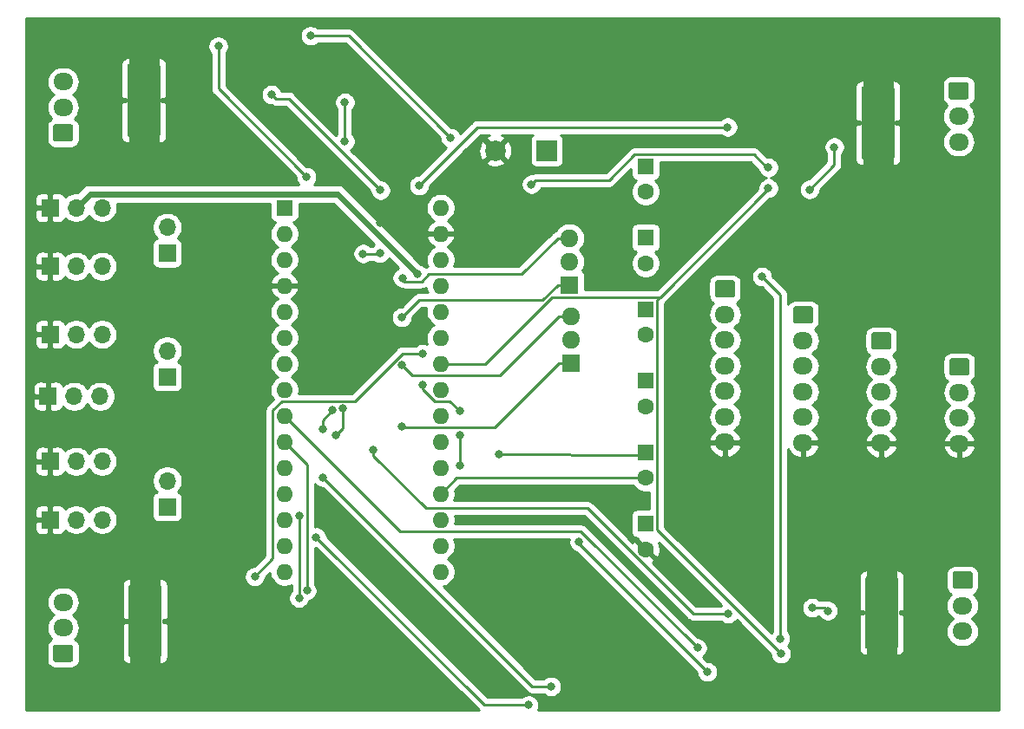
<source format=gbr>
G04 #@! TF.GenerationSoftware,KiCad,Pcbnew,5.1.5-52549c5~86~ubuntu16.04.1*
G04 #@! TF.CreationDate,2020-05-16T21:50:14+02:00*
G04 #@! TF.ProjectId,rc board,72632062-6f61-4726-942e-6b696361645f,rev?*
G04 #@! TF.SameCoordinates,Original*
G04 #@! TF.FileFunction,Copper,L2,Bot*
G04 #@! TF.FilePolarity,Positive*
%FSLAX46Y46*%
G04 Gerber Fmt 4.6, Leading zero omitted, Abs format (unit mm)*
G04 Created by KiCad (PCBNEW 5.1.5-52549c5~86~ubuntu16.04.1) date 2020-05-16 21:50:14*
%MOMM*%
%LPD*%
G04 APERTURE LIST*
%ADD10R,1.600000X1.600000*%
%ADD11O,1.600000X1.600000*%
%ADD12C,2.000000*%
%ADD13R,2.000000X2.000000*%
%ADD14C,1.600000*%
%ADD15C,0.600000*%
%ADD16C,0.100000*%
%ADD17O,1.950000X1.700000*%
%ADD18O,1.700000X1.700000*%
%ADD19R,1.700000X1.700000*%
%ADD20R,1.800000X1.717500*%
%ADD21O,1.800000X1.717500*%
%ADD22C,0.800000*%
%ADD23C,3.000000*%
%ADD24C,0.250000*%
%ADD25C,0.600000*%
%ADD26C,0.254000*%
G04 APERTURE END LIST*
D10*
X40322500Y-34264600D03*
D11*
X55562500Y-67284600D03*
X40322500Y-36804600D03*
X55562500Y-64744600D03*
X40322500Y-39344600D03*
X55562500Y-62204600D03*
X40322500Y-41884600D03*
X55562500Y-59664600D03*
X40322500Y-44424600D03*
X55562500Y-57124600D03*
X40322500Y-46964600D03*
X55562500Y-54584600D03*
X40322500Y-49504600D03*
X55562500Y-52044600D03*
X40322500Y-52044600D03*
X55562500Y-49504600D03*
X40322500Y-54584600D03*
X55562500Y-46964600D03*
X40322500Y-57124600D03*
X55562500Y-44424600D03*
X40322500Y-59664600D03*
X55562500Y-41884600D03*
X40322500Y-62204600D03*
X55562500Y-39344600D03*
X40322500Y-64744600D03*
X55562500Y-36804600D03*
X40322500Y-67284600D03*
X55562500Y-34264600D03*
X40322500Y-69824600D03*
X55562500Y-69824600D03*
D12*
X60913000Y-28676600D03*
D13*
X65913000Y-28676600D03*
D10*
X75565000Y-65125600D03*
D14*
X75565000Y-67625600D03*
D10*
X75565000Y-58140600D03*
D14*
X75565000Y-60640600D03*
D10*
X75565000Y-51155600D03*
D14*
X75565000Y-53655600D03*
D10*
X75565000Y-44170600D03*
D14*
X75565000Y-46670600D03*
D10*
X75565000Y-37185600D03*
D14*
X75565000Y-39685600D03*
D10*
X75565000Y-30200600D03*
D14*
X75565000Y-32700600D03*
D15*
X28033500Y-77900600D03*
X26733500Y-77900600D03*
X25433500Y-77900600D03*
X28033500Y-76600600D03*
X26733500Y-76600600D03*
X25433500Y-76600600D03*
X28033500Y-75300600D03*
X26733500Y-75300600D03*
X25433500Y-75300600D03*
X28033500Y-74000600D03*
X26733500Y-74000600D03*
X25433500Y-74000600D03*
X28033500Y-72700600D03*
X26733500Y-72700600D03*
X25433500Y-72700600D03*
X28033500Y-71400600D03*
X26733500Y-71400600D03*
X25433500Y-71400600D03*
G04 #@! TA.AperFunction,Conductor*
D16*
G36*
X28108004Y-71101804D02*
G01*
X28132273Y-71105404D01*
X28156071Y-71111365D01*
X28179171Y-71119630D01*
X28201349Y-71130120D01*
X28222393Y-71142733D01*
X28242098Y-71157347D01*
X28260277Y-71173823D01*
X28276753Y-71192002D01*
X28291367Y-71211707D01*
X28303980Y-71232751D01*
X28314470Y-71254929D01*
X28322735Y-71278029D01*
X28328696Y-71301827D01*
X28332296Y-71326096D01*
X28333500Y-71350600D01*
X28333500Y-77950600D01*
X28332296Y-77975104D01*
X28328696Y-77999373D01*
X28322735Y-78023171D01*
X28314470Y-78046271D01*
X28303980Y-78068449D01*
X28291367Y-78089493D01*
X28276753Y-78109198D01*
X28260277Y-78127377D01*
X28242098Y-78143853D01*
X28222393Y-78158467D01*
X28201349Y-78171080D01*
X28179171Y-78181570D01*
X28156071Y-78189835D01*
X28132273Y-78195796D01*
X28108004Y-78199396D01*
X28083500Y-78200600D01*
X25383500Y-78200600D01*
X25358996Y-78199396D01*
X25334727Y-78195796D01*
X25310929Y-78189835D01*
X25287829Y-78181570D01*
X25265651Y-78171080D01*
X25244607Y-78158467D01*
X25224902Y-78143853D01*
X25206723Y-78127377D01*
X25190247Y-78109198D01*
X25175633Y-78089493D01*
X25163020Y-78068449D01*
X25152530Y-78046271D01*
X25144265Y-78023171D01*
X25138304Y-77999373D01*
X25134704Y-77975104D01*
X25133500Y-77950600D01*
X25133500Y-71350600D01*
X25134704Y-71326096D01*
X25138304Y-71301827D01*
X25144265Y-71278029D01*
X25152530Y-71254929D01*
X25163020Y-71232751D01*
X25175633Y-71211707D01*
X25190247Y-71192002D01*
X25206723Y-71173823D01*
X25224902Y-71157347D01*
X25244607Y-71142733D01*
X25265651Y-71130120D01*
X25287829Y-71119630D01*
X25310929Y-71111365D01*
X25334727Y-71105404D01*
X25358996Y-71101804D01*
X25383500Y-71100600D01*
X28083500Y-71100600D01*
X28108004Y-71101804D01*
G37*
G04 #@! TD.AperFunction*
D15*
X97296000Y-70581100D03*
X98596000Y-70581100D03*
X99896000Y-70581100D03*
X97296000Y-71881100D03*
X98596000Y-71881100D03*
X99896000Y-71881100D03*
X97296000Y-73181100D03*
X98596000Y-73181100D03*
X99896000Y-73181100D03*
X97296000Y-74481100D03*
X98596000Y-74481100D03*
X99896000Y-74481100D03*
X97296000Y-75781100D03*
X98596000Y-75781100D03*
X99896000Y-75781100D03*
X97296000Y-77081100D03*
X98596000Y-77081100D03*
X99896000Y-77081100D03*
G04 #@! TA.AperFunction,Conductor*
D16*
G36*
X99970504Y-70282304D02*
G01*
X99994773Y-70285904D01*
X100018571Y-70291865D01*
X100041671Y-70300130D01*
X100063849Y-70310620D01*
X100084893Y-70323233D01*
X100104598Y-70337847D01*
X100122777Y-70354323D01*
X100139253Y-70372502D01*
X100153867Y-70392207D01*
X100166480Y-70413251D01*
X100176970Y-70435429D01*
X100185235Y-70458529D01*
X100191196Y-70482327D01*
X100194796Y-70506596D01*
X100196000Y-70531100D01*
X100196000Y-77131100D01*
X100194796Y-77155604D01*
X100191196Y-77179873D01*
X100185235Y-77203671D01*
X100176970Y-77226771D01*
X100166480Y-77248949D01*
X100153867Y-77269993D01*
X100139253Y-77289698D01*
X100122777Y-77307877D01*
X100104598Y-77324353D01*
X100084893Y-77338967D01*
X100063849Y-77351580D01*
X100041671Y-77362070D01*
X100018571Y-77370335D01*
X99994773Y-77376296D01*
X99970504Y-77379896D01*
X99946000Y-77381100D01*
X97246000Y-77381100D01*
X97221496Y-77379896D01*
X97197227Y-77376296D01*
X97173429Y-77370335D01*
X97150329Y-77362070D01*
X97128151Y-77351580D01*
X97107107Y-77338967D01*
X97087402Y-77324353D01*
X97069223Y-77307877D01*
X97052747Y-77289698D01*
X97038133Y-77269993D01*
X97025520Y-77248949D01*
X97015030Y-77226771D01*
X97006765Y-77203671D01*
X97000804Y-77179873D01*
X96997204Y-77155604D01*
X96996000Y-77131100D01*
X96996000Y-70531100D01*
X96997204Y-70506596D01*
X97000804Y-70482327D01*
X97006765Y-70458529D01*
X97015030Y-70435429D01*
X97025520Y-70413251D01*
X97038133Y-70392207D01*
X97052747Y-70372502D01*
X97069223Y-70354323D01*
X97087402Y-70337847D01*
X97107107Y-70323233D01*
X97128151Y-70310620D01*
X97150329Y-70300130D01*
X97173429Y-70291865D01*
X97197227Y-70285904D01*
X97221496Y-70282304D01*
X97246000Y-70281100D01*
X99946000Y-70281100D01*
X99970504Y-70282304D01*
G37*
G04 #@! TD.AperFunction*
D17*
X18732500Y-72785600D03*
X18732500Y-75285600D03*
G04 #@! TA.AperFunction,ComponentPad*
D16*
G36*
X19482004Y-76936804D02*
G01*
X19506273Y-76940404D01*
X19530071Y-76946365D01*
X19553171Y-76954630D01*
X19575349Y-76965120D01*
X19596393Y-76977733D01*
X19616098Y-76992347D01*
X19634277Y-77008823D01*
X19650753Y-77027002D01*
X19665367Y-77046707D01*
X19677980Y-77067751D01*
X19688470Y-77089929D01*
X19696735Y-77113029D01*
X19702696Y-77136827D01*
X19706296Y-77161096D01*
X19707500Y-77185600D01*
X19707500Y-78385600D01*
X19706296Y-78410104D01*
X19702696Y-78434373D01*
X19696735Y-78458171D01*
X19688470Y-78481271D01*
X19677980Y-78503449D01*
X19665367Y-78524493D01*
X19650753Y-78544198D01*
X19634277Y-78562377D01*
X19616098Y-78578853D01*
X19596393Y-78593467D01*
X19575349Y-78606080D01*
X19553171Y-78616570D01*
X19530071Y-78624835D01*
X19506273Y-78630796D01*
X19482004Y-78634396D01*
X19457500Y-78635600D01*
X18007500Y-78635600D01*
X17982996Y-78634396D01*
X17958727Y-78630796D01*
X17934929Y-78624835D01*
X17911829Y-78616570D01*
X17889651Y-78606080D01*
X17868607Y-78593467D01*
X17848902Y-78578853D01*
X17830723Y-78562377D01*
X17814247Y-78544198D01*
X17799633Y-78524493D01*
X17787020Y-78503449D01*
X17776530Y-78481271D01*
X17768265Y-78458171D01*
X17762304Y-78434373D01*
X17758704Y-78410104D01*
X17757500Y-78385600D01*
X17757500Y-77185600D01*
X17758704Y-77161096D01*
X17762304Y-77136827D01*
X17768265Y-77113029D01*
X17776530Y-77089929D01*
X17787020Y-77067751D01*
X17799633Y-77046707D01*
X17814247Y-77027002D01*
X17830723Y-77008823D01*
X17848902Y-76992347D01*
X17868607Y-76977733D01*
X17889651Y-76965120D01*
X17911829Y-76954630D01*
X17934929Y-76946365D01*
X17958727Y-76940404D01*
X17982996Y-76936804D01*
X18007500Y-76935600D01*
X19457500Y-76935600D01*
X19482004Y-76936804D01*
G37*
G04 #@! TD.AperFunction*
D17*
X106489500Y-75650100D03*
X106489500Y-73150100D03*
G04 #@! TA.AperFunction,ComponentPad*
D16*
G36*
X107239004Y-69801304D02*
G01*
X107263273Y-69804904D01*
X107287071Y-69810865D01*
X107310171Y-69819130D01*
X107332349Y-69829620D01*
X107353393Y-69842233D01*
X107373098Y-69856847D01*
X107391277Y-69873323D01*
X107407753Y-69891502D01*
X107422367Y-69911207D01*
X107434980Y-69932251D01*
X107445470Y-69954429D01*
X107453735Y-69977529D01*
X107459696Y-70001327D01*
X107463296Y-70025596D01*
X107464500Y-70050100D01*
X107464500Y-71250100D01*
X107463296Y-71274604D01*
X107459696Y-71298873D01*
X107453735Y-71322671D01*
X107445470Y-71345771D01*
X107434980Y-71367949D01*
X107422367Y-71388993D01*
X107407753Y-71408698D01*
X107391277Y-71426877D01*
X107373098Y-71443353D01*
X107353393Y-71457967D01*
X107332349Y-71470580D01*
X107310171Y-71481070D01*
X107287071Y-71489335D01*
X107263273Y-71495296D01*
X107239004Y-71498896D01*
X107214500Y-71500100D01*
X105764500Y-71500100D01*
X105739996Y-71498896D01*
X105715727Y-71495296D01*
X105691929Y-71489335D01*
X105668829Y-71481070D01*
X105646651Y-71470580D01*
X105625607Y-71457967D01*
X105605902Y-71443353D01*
X105587723Y-71426877D01*
X105571247Y-71408698D01*
X105556633Y-71388993D01*
X105544020Y-71367949D01*
X105533530Y-71345771D01*
X105525265Y-71322671D01*
X105519304Y-71298873D01*
X105515704Y-71274604D01*
X105514500Y-71250100D01*
X105514500Y-70050100D01*
X105515704Y-70025596D01*
X105519304Y-70001327D01*
X105525265Y-69977529D01*
X105533530Y-69954429D01*
X105544020Y-69932251D01*
X105556633Y-69911207D01*
X105571247Y-69891502D01*
X105587723Y-69873323D01*
X105605902Y-69856847D01*
X105625607Y-69842233D01*
X105646651Y-69829620D01*
X105668829Y-69819130D01*
X105691929Y-69810865D01*
X105715727Y-69804904D01*
X105739996Y-69801304D01*
X105764500Y-69800100D01*
X107214500Y-69800100D01*
X107239004Y-69801304D01*
G37*
G04 #@! TD.AperFunction*
D15*
X96934501Y-22743601D03*
X98234501Y-22743601D03*
X99534501Y-22743601D03*
X96934501Y-24043601D03*
X98234501Y-24043601D03*
X99534501Y-24043601D03*
X96934501Y-25343601D03*
X98234501Y-25343601D03*
X99534501Y-25343601D03*
X96934501Y-26643601D03*
X98234501Y-26643601D03*
X99534501Y-26643601D03*
X96934501Y-27943601D03*
X98234501Y-27943601D03*
X99534501Y-27943601D03*
X96934501Y-29243601D03*
X98234501Y-29243601D03*
X99534501Y-29243601D03*
G04 #@! TA.AperFunction,Conductor*
D16*
G36*
X99609005Y-22444805D02*
G01*
X99633274Y-22448405D01*
X99657072Y-22454366D01*
X99680172Y-22462631D01*
X99702350Y-22473121D01*
X99723394Y-22485734D01*
X99743099Y-22500348D01*
X99761278Y-22516824D01*
X99777754Y-22535003D01*
X99792368Y-22554708D01*
X99804981Y-22575752D01*
X99815471Y-22597930D01*
X99823736Y-22621030D01*
X99829697Y-22644828D01*
X99833297Y-22669097D01*
X99834501Y-22693601D01*
X99834501Y-29293601D01*
X99833297Y-29318105D01*
X99829697Y-29342374D01*
X99823736Y-29366172D01*
X99815471Y-29389272D01*
X99804981Y-29411450D01*
X99792368Y-29432494D01*
X99777754Y-29452199D01*
X99761278Y-29470378D01*
X99743099Y-29486854D01*
X99723394Y-29501468D01*
X99702350Y-29514081D01*
X99680172Y-29524571D01*
X99657072Y-29532836D01*
X99633274Y-29538797D01*
X99609005Y-29542397D01*
X99584501Y-29543601D01*
X96884501Y-29543601D01*
X96859997Y-29542397D01*
X96835728Y-29538797D01*
X96811930Y-29532836D01*
X96788830Y-29524571D01*
X96766652Y-29514081D01*
X96745608Y-29501468D01*
X96725903Y-29486854D01*
X96707724Y-29470378D01*
X96691248Y-29452199D01*
X96676634Y-29432494D01*
X96664021Y-29411450D01*
X96653531Y-29389272D01*
X96645266Y-29366172D01*
X96639305Y-29342374D01*
X96635705Y-29318105D01*
X96634501Y-29293601D01*
X96634501Y-22693601D01*
X96635705Y-22669097D01*
X96639305Y-22644828D01*
X96645266Y-22621030D01*
X96653531Y-22597930D01*
X96664021Y-22575752D01*
X96676634Y-22554708D01*
X96691248Y-22535003D01*
X96707724Y-22516824D01*
X96725903Y-22500348D01*
X96745608Y-22485734D01*
X96766652Y-22473121D01*
X96788830Y-22462631D01*
X96811930Y-22454366D01*
X96835728Y-22448405D01*
X96859997Y-22444805D01*
X96884501Y-22443601D01*
X99584501Y-22443601D01*
X99609005Y-22444805D01*
G37*
G04 #@! TD.AperFunction*
D17*
X106108500Y-27834600D03*
X106108500Y-25334600D03*
G04 #@! TA.AperFunction,ComponentPad*
D16*
G36*
X106858004Y-21985804D02*
G01*
X106882273Y-21989404D01*
X106906071Y-21995365D01*
X106929171Y-22003630D01*
X106951349Y-22014120D01*
X106972393Y-22026733D01*
X106992098Y-22041347D01*
X107010277Y-22057823D01*
X107026753Y-22076002D01*
X107041367Y-22095707D01*
X107053980Y-22116751D01*
X107064470Y-22138929D01*
X107072735Y-22162029D01*
X107078696Y-22185827D01*
X107082296Y-22210096D01*
X107083500Y-22234600D01*
X107083500Y-23434600D01*
X107082296Y-23459104D01*
X107078696Y-23483373D01*
X107072735Y-23507171D01*
X107064470Y-23530271D01*
X107053980Y-23552449D01*
X107041367Y-23573493D01*
X107026753Y-23593198D01*
X107010277Y-23611377D01*
X106992098Y-23627853D01*
X106972393Y-23642467D01*
X106951349Y-23655080D01*
X106929171Y-23665570D01*
X106906071Y-23673835D01*
X106882273Y-23679796D01*
X106858004Y-23683396D01*
X106833500Y-23684600D01*
X105383500Y-23684600D01*
X105358996Y-23683396D01*
X105334727Y-23679796D01*
X105310929Y-23673835D01*
X105287829Y-23665570D01*
X105265651Y-23655080D01*
X105244607Y-23642467D01*
X105224902Y-23627853D01*
X105206723Y-23611377D01*
X105190247Y-23593198D01*
X105175633Y-23573493D01*
X105163020Y-23552449D01*
X105152530Y-23530271D01*
X105144265Y-23507171D01*
X105138304Y-23483373D01*
X105134704Y-23459104D01*
X105133500Y-23434600D01*
X105133500Y-22234600D01*
X105134704Y-22210096D01*
X105138304Y-22185827D01*
X105144265Y-22162029D01*
X105152530Y-22138929D01*
X105163020Y-22116751D01*
X105175633Y-22095707D01*
X105190247Y-22076002D01*
X105206723Y-22057823D01*
X105224902Y-22041347D01*
X105244607Y-22026733D01*
X105265651Y-22014120D01*
X105287829Y-22003630D01*
X105310929Y-21995365D01*
X105334727Y-21989404D01*
X105358996Y-21985804D01*
X105383500Y-21984600D01*
X106833500Y-21984600D01*
X106858004Y-21985804D01*
G37*
G04 #@! TD.AperFunction*
D17*
X18732500Y-21962100D03*
X18732500Y-24462100D03*
G04 #@! TA.AperFunction,ComponentPad*
D16*
G36*
X19482004Y-26113304D02*
G01*
X19506273Y-26116904D01*
X19530071Y-26122865D01*
X19553171Y-26131130D01*
X19575349Y-26141620D01*
X19596393Y-26154233D01*
X19616098Y-26168847D01*
X19634277Y-26185323D01*
X19650753Y-26203502D01*
X19665367Y-26223207D01*
X19677980Y-26244251D01*
X19688470Y-26266429D01*
X19696735Y-26289529D01*
X19702696Y-26313327D01*
X19706296Y-26337596D01*
X19707500Y-26362100D01*
X19707500Y-27562100D01*
X19706296Y-27586604D01*
X19702696Y-27610873D01*
X19696735Y-27634671D01*
X19688470Y-27657771D01*
X19677980Y-27679949D01*
X19665367Y-27700993D01*
X19650753Y-27720698D01*
X19634277Y-27738877D01*
X19616098Y-27755353D01*
X19596393Y-27769967D01*
X19575349Y-27782580D01*
X19553171Y-27793070D01*
X19530071Y-27801335D01*
X19506273Y-27807296D01*
X19482004Y-27810896D01*
X19457500Y-27812100D01*
X18007500Y-27812100D01*
X17982996Y-27810896D01*
X17958727Y-27807296D01*
X17934929Y-27801335D01*
X17911829Y-27793070D01*
X17889651Y-27782580D01*
X17868607Y-27769967D01*
X17848902Y-27755353D01*
X17830723Y-27738877D01*
X17814247Y-27720698D01*
X17799633Y-27700993D01*
X17787020Y-27679949D01*
X17776530Y-27657771D01*
X17768265Y-27634671D01*
X17762304Y-27610873D01*
X17758704Y-27586604D01*
X17757500Y-27562100D01*
X17757500Y-26362100D01*
X17758704Y-26337596D01*
X17762304Y-26313327D01*
X17768265Y-26289529D01*
X17776530Y-26266429D01*
X17787020Y-26244251D01*
X17799633Y-26223207D01*
X17814247Y-26203502D01*
X17830723Y-26185323D01*
X17848902Y-26168847D01*
X17868607Y-26154233D01*
X17889651Y-26141620D01*
X17911829Y-26131130D01*
X17934929Y-26122865D01*
X17958727Y-26116904D01*
X17982996Y-26113304D01*
X18007500Y-26112100D01*
X19457500Y-26112100D01*
X19482004Y-26113304D01*
G37*
G04 #@! TD.AperFunction*
D18*
X28892500Y-60934600D03*
D19*
X28892500Y-63474600D03*
G04 #@! TA.AperFunction,ComponentPad*
D16*
G36*
X91681504Y-43893304D02*
G01*
X91705773Y-43896904D01*
X91729571Y-43902865D01*
X91752671Y-43911130D01*
X91774849Y-43921620D01*
X91795893Y-43934233D01*
X91815598Y-43948847D01*
X91833777Y-43965323D01*
X91850253Y-43983502D01*
X91864867Y-44003207D01*
X91877480Y-44024251D01*
X91887970Y-44046429D01*
X91896235Y-44069529D01*
X91902196Y-44093327D01*
X91905796Y-44117596D01*
X91907000Y-44142100D01*
X91907000Y-45342100D01*
X91905796Y-45366604D01*
X91902196Y-45390873D01*
X91896235Y-45414671D01*
X91887970Y-45437771D01*
X91877480Y-45459949D01*
X91864867Y-45480993D01*
X91850253Y-45500698D01*
X91833777Y-45518877D01*
X91815598Y-45535353D01*
X91795893Y-45549967D01*
X91774849Y-45562580D01*
X91752671Y-45573070D01*
X91729571Y-45581335D01*
X91705773Y-45587296D01*
X91681504Y-45590896D01*
X91657000Y-45592100D01*
X90207000Y-45592100D01*
X90182496Y-45590896D01*
X90158227Y-45587296D01*
X90134429Y-45581335D01*
X90111329Y-45573070D01*
X90089151Y-45562580D01*
X90068107Y-45549967D01*
X90048402Y-45535353D01*
X90030223Y-45518877D01*
X90013747Y-45500698D01*
X89999133Y-45480993D01*
X89986520Y-45459949D01*
X89976030Y-45437771D01*
X89967765Y-45414671D01*
X89961804Y-45390873D01*
X89958204Y-45366604D01*
X89957000Y-45342100D01*
X89957000Y-44142100D01*
X89958204Y-44117596D01*
X89961804Y-44093327D01*
X89967765Y-44069529D01*
X89976030Y-44046429D01*
X89986520Y-44024251D01*
X89999133Y-44003207D01*
X90013747Y-43983502D01*
X90030223Y-43965323D01*
X90048402Y-43948847D01*
X90068107Y-43934233D01*
X90089151Y-43921620D01*
X90111329Y-43911130D01*
X90134429Y-43902865D01*
X90158227Y-43896904D01*
X90182496Y-43893304D01*
X90207000Y-43892100D01*
X91657000Y-43892100D01*
X91681504Y-43893304D01*
G37*
G04 #@! TD.AperFunction*
D17*
X90932000Y-47242100D03*
X90932000Y-49742100D03*
X90932000Y-52242100D03*
X90932000Y-54742100D03*
X90932000Y-57242100D03*
G04 #@! TA.AperFunction,ComponentPad*
D16*
G36*
X106921504Y-48973304D02*
G01*
X106945773Y-48976904D01*
X106969571Y-48982865D01*
X106992671Y-48991130D01*
X107014849Y-49001620D01*
X107035893Y-49014233D01*
X107055598Y-49028847D01*
X107073777Y-49045323D01*
X107090253Y-49063502D01*
X107104867Y-49083207D01*
X107117480Y-49104251D01*
X107127970Y-49126429D01*
X107136235Y-49149529D01*
X107142196Y-49173327D01*
X107145796Y-49197596D01*
X107147000Y-49222100D01*
X107147000Y-50422100D01*
X107145796Y-50446604D01*
X107142196Y-50470873D01*
X107136235Y-50494671D01*
X107127970Y-50517771D01*
X107117480Y-50539949D01*
X107104867Y-50560993D01*
X107090253Y-50580698D01*
X107073777Y-50598877D01*
X107055598Y-50615353D01*
X107035893Y-50629967D01*
X107014849Y-50642580D01*
X106992671Y-50653070D01*
X106969571Y-50661335D01*
X106945773Y-50667296D01*
X106921504Y-50670896D01*
X106897000Y-50672100D01*
X105447000Y-50672100D01*
X105422496Y-50670896D01*
X105398227Y-50667296D01*
X105374429Y-50661335D01*
X105351329Y-50653070D01*
X105329151Y-50642580D01*
X105308107Y-50629967D01*
X105288402Y-50615353D01*
X105270223Y-50598877D01*
X105253747Y-50580698D01*
X105239133Y-50560993D01*
X105226520Y-50539949D01*
X105216030Y-50517771D01*
X105207765Y-50494671D01*
X105201804Y-50470873D01*
X105198204Y-50446604D01*
X105197000Y-50422100D01*
X105197000Y-49222100D01*
X105198204Y-49197596D01*
X105201804Y-49173327D01*
X105207765Y-49149529D01*
X105216030Y-49126429D01*
X105226520Y-49104251D01*
X105239133Y-49083207D01*
X105253747Y-49063502D01*
X105270223Y-49045323D01*
X105288402Y-49028847D01*
X105308107Y-49014233D01*
X105329151Y-49001620D01*
X105351329Y-48991130D01*
X105374429Y-48982865D01*
X105398227Y-48976904D01*
X105422496Y-48973304D01*
X105447000Y-48972100D01*
X106897000Y-48972100D01*
X106921504Y-48973304D01*
G37*
G04 #@! TD.AperFunction*
D17*
X106172000Y-52322100D03*
X106172000Y-54822100D03*
X106172000Y-57322100D03*
D15*
X27906500Y-27037100D03*
X26606500Y-27037100D03*
X25306500Y-27037100D03*
X27906500Y-25737100D03*
X26606500Y-25737100D03*
X25306500Y-25737100D03*
X27906500Y-24437100D03*
X26606500Y-24437100D03*
X25306500Y-24437100D03*
X27906500Y-23137100D03*
X26606500Y-23137100D03*
X25306500Y-23137100D03*
X27906500Y-21837100D03*
X26606500Y-21837100D03*
X25306500Y-21837100D03*
X27906500Y-20537100D03*
X26606500Y-20537100D03*
X25306500Y-20537100D03*
G04 #@! TA.AperFunction,Conductor*
D16*
G36*
X27981004Y-20238304D02*
G01*
X28005273Y-20241904D01*
X28029071Y-20247865D01*
X28052171Y-20256130D01*
X28074349Y-20266620D01*
X28095393Y-20279233D01*
X28115098Y-20293847D01*
X28133277Y-20310323D01*
X28149753Y-20328502D01*
X28164367Y-20348207D01*
X28176980Y-20369251D01*
X28187470Y-20391429D01*
X28195735Y-20414529D01*
X28201696Y-20438327D01*
X28205296Y-20462596D01*
X28206500Y-20487100D01*
X28206500Y-27087100D01*
X28205296Y-27111604D01*
X28201696Y-27135873D01*
X28195735Y-27159671D01*
X28187470Y-27182771D01*
X28176980Y-27204949D01*
X28164367Y-27225993D01*
X28149753Y-27245698D01*
X28133277Y-27263877D01*
X28115098Y-27280353D01*
X28095393Y-27294967D01*
X28074349Y-27307580D01*
X28052171Y-27318070D01*
X28029071Y-27326335D01*
X28005273Y-27332296D01*
X27981004Y-27335896D01*
X27956500Y-27337100D01*
X25256500Y-27337100D01*
X25231996Y-27335896D01*
X25207727Y-27332296D01*
X25183929Y-27326335D01*
X25160829Y-27318070D01*
X25138651Y-27307580D01*
X25117607Y-27294967D01*
X25097902Y-27280353D01*
X25079723Y-27263877D01*
X25063247Y-27245698D01*
X25048633Y-27225993D01*
X25036020Y-27204949D01*
X25025530Y-27182771D01*
X25017265Y-27159671D01*
X25011304Y-27135873D01*
X25007704Y-27111604D01*
X25006500Y-27087100D01*
X25006500Y-20487100D01*
X25007704Y-20462596D01*
X25011304Y-20438327D01*
X25017265Y-20414529D01*
X25025530Y-20391429D01*
X25036020Y-20369251D01*
X25048633Y-20348207D01*
X25063247Y-20328502D01*
X25079723Y-20310323D01*
X25097902Y-20293847D01*
X25117607Y-20279233D01*
X25138651Y-20266620D01*
X25160829Y-20256130D01*
X25183929Y-20247865D01*
X25207727Y-20241904D01*
X25231996Y-20238304D01*
X25256500Y-20237100D01*
X27956500Y-20237100D01*
X27981004Y-20238304D01*
G37*
G04 #@! TD.AperFunction*
D18*
X28892500Y-48234600D03*
D19*
X28892500Y-50774600D03*
D18*
X28892500Y-36169600D03*
D19*
X28892500Y-38709600D03*
D18*
X22542500Y-39979600D03*
X20002500Y-39979600D03*
D19*
X17462500Y-39979600D03*
D18*
X22352000Y-52679600D03*
X19812000Y-52679600D03*
D19*
X17272000Y-52679600D03*
G04 #@! TA.AperFunction,ComponentPad*
D16*
G36*
X84061504Y-41353304D02*
G01*
X84085773Y-41356904D01*
X84109571Y-41362865D01*
X84132671Y-41371130D01*
X84154849Y-41381620D01*
X84175893Y-41394233D01*
X84195598Y-41408847D01*
X84213777Y-41425323D01*
X84230253Y-41443502D01*
X84244867Y-41463207D01*
X84257480Y-41484251D01*
X84267970Y-41506429D01*
X84276235Y-41529529D01*
X84282196Y-41553327D01*
X84285796Y-41577596D01*
X84287000Y-41602100D01*
X84287000Y-42802100D01*
X84285796Y-42826604D01*
X84282196Y-42850873D01*
X84276235Y-42874671D01*
X84267970Y-42897771D01*
X84257480Y-42919949D01*
X84244867Y-42940993D01*
X84230253Y-42960698D01*
X84213777Y-42978877D01*
X84195598Y-42995353D01*
X84175893Y-43009967D01*
X84154849Y-43022580D01*
X84132671Y-43033070D01*
X84109571Y-43041335D01*
X84085773Y-43047296D01*
X84061504Y-43050896D01*
X84037000Y-43052100D01*
X82587000Y-43052100D01*
X82562496Y-43050896D01*
X82538227Y-43047296D01*
X82514429Y-43041335D01*
X82491329Y-43033070D01*
X82469151Y-43022580D01*
X82448107Y-43009967D01*
X82428402Y-42995353D01*
X82410223Y-42978877D01*
X82393747Y-42960698D01*
X82379133Y-42940993D01*
X82366520Y-42919949D01*
X82356030Y-42897771D01*
X82347765Y-42874671D01*
X82341804Y-42850873D01*
X82338204Y-42826604D01*
X82337000Y-42802100D01*
X82337000Y-41602100D01*
X82338204Y-41577596D01*
X82341804Y-41553327D01*
X82347765Y-41529529D01*
X82356030Y-41506429D01*
X82366520Y-41484251D01*
X82379133Y-41463207D01*
X82393747Y-41443502D01*
X82410223Y-41425323D01*
X82428402Y-41408847D01*
X82448107Y-41394233D01*
X82469151Y-41381620D01*
X82491329Y-41371130D01*
X82514429Y-41362865D01*
X82538227Y-41356904D01*
X82562496Y-41353304D01*
X82587000Y-41352100D01*
X84037000Y-41352100D01*
X84061504Y-41353304D01*
G37*
G04 #@! TD.AperFunction*
D17*
X83312000Y-44702100D03*
X83312000Y-47202100D03*
X83312000Y-49702100D03*
X83312000Y-52202100D03*
X83312000Y-54702100D03*
X83312000Y-57202100D03*
D18*
X22542500Y-64744600D03*
X20002500Y-64744600D03*
D19*
X17462500Y-64744600D03*
G04 #@! TA.AperFunction,ComponentPad*
D16*
G36*
X99301504Y-46433304D02*
G01*
X99325773Y-46436904D01*
X99349571Y-46442865D01*
X99372671Y-46451130D01*
X99394849Y-46461620D01*
X99415893Y-46474233D01*
X99435598Y-46488847D01*
X99453777Y-46505323D01*
X99470253Y-46523502D01*
X99484867Y-46543207D01*
X99497480Y-46564251D01*
X99507970Y-46586429D01*
X99516235Y-46609529D01*
X99522196Y-46633327D01*
X99525796Y-46657596D01*
X99527000Y-46682100D01*
X99527000Y-47882100D01*
X99525796Y-47906604D01*
X99522196Y-47930873D01*
X99516235Y-47954671D01*
X99507970Y-47977771D01*
X99497480Y-47999949D01*
X99484867Y-48020993D01*
X99470253Y-48040698D01*
X99453777Y-48058877D01*
X99435598Y-48075353D01*
X99415893Y-48089967D01*
X99394849Y-48102580D01*
X99372671Y-48113070D01*
X99349571Y-48121335D01*
X99325773Y-48127296D01*
X99301504Y-48130896D01*
X99277000Y-48132100D01*
X97827000Y-48132100D01*
X97802496Y-48130896D01*
X97778227Y-48127296D01*
X97754429Y-48121335D01*
X97731329Y-48113070D01*
X97709151Y-48102580D01*
X97688107Y-48089967D01*
X97668402Y-48075353D01*
X97650223Y-48058877D01*
X97633747Y-48040698D01*
X97619133Y-48020993D01*
X97606520Y-47999949D01*
X97596030Y-47977771D01*
X97587765Y-47954671D01*
X97581804Y-47930873D01*
X97578204Y-47906604D01*
X97577000Y-47882100D01*
X97577000Y-46682100D01*
X97578204Y-46657596D01*
X97581804Y-46633327D01*
X97587765Y-46609529D01*
X97596030Y-46586429D01*
X97606520Y-46564251D01*
X97619133Y-46543207D01*
X97633747Y-46523502D01*
X97650223Y-46505323D01*
X97668402Y-46488847D01*
X97688107Y-46474233D01*
X97709151Y-46461620D01*
X97731329Y-46451130D01*
X97754429Y-46442865D01*
X97778227Y-46436904D01*
X97802496Y-46433304D01*
X97827000Y-46432100D01*
X99277000Y-46432100D01*
X99301504Y-46433304D01*
G37*
G04 #@! TD.AperFunction*
D17*
X98552000Y-49782100D03*
X98552000Y-52282100D03*
X98552000Y-54782100D03*
X98552000Y-57282100D03*
D18*
X22542500Y-59029600D03*
X20002500Y-59029600D03*
D19*
X17462500Y-59029600D03*
D18*
X22542500Y-46647100D03*
X20002500Y-46647100D03*
D19*
X17462500Y-46647100D03*
D18*
X22542500Y-34264600D03*
X20002500Y-34264600D03*
D19*
X17462500Y-34264600D03*
D20*
X68266333Y-49445100D03*
D21*
X68266333Y-47155100D03*
X68266333Y-44865100D03*
D20*
X68139333Y-41825100D03*
D21*
X68139333Y-39535100D03*
X68139333Y-37245100D03*
D22*
X50241200Y-42621200D03*
X49631600Y-35712400D03*
X49784000Y-49174400D03*
X57454800Y-59436000D03*
X57454800Y-56452600D03*
X57454800Y-54152800D03*
X53784500Y-51574600D03*
X87541000Y-32359600D03*
X88773000Y-77825600D03*
X37439600Y-70307200D03*
X53784500Y-48526600D03*
X46228000Y-23977600D03*
X46228000Y-27787600D03*
X64423000Y-31978600D03*
X87541000Y-30327600D03*
X81584800Y-79603600D03*
X69088000Y-66903600D03*
X42875200Y-17475200D03*
X56540400Y-27432000D03*
X33883600Y-18491200D03*
X42468800Y-31242000D03*
X39065200Y-23215600D03*
X49695000Y-32550100D03*
X53340000Y-40741600D03*
X83566000Y-26390600D03*
X53467000Y-32105600D03*
X49022000Y-57962800D03*
X83616800Y-73914000D03*
X41757600Y-72399601D03*
X41794600Y-64363600D03*
X45385798Y-56468202D03*
X46023770Y-53894601D03*
X48006000Y-38760400D03*
X49631500Y-38709600D03*
X64160400Y-82854800D03*
X43434000Y-66446400D03*
X51841500Y-41122600D03*
X42519600Y-71674601D03*
X51778000Y-44970700D03*
X80619600Y-77266800D03*
X86918800Y-40995600D03*
X88696800Y-76352400D03*
X66344800Y-81026000D03*
X44094400Y-60604400D03*
X44043600Y-55880000D03*
X45039504Y-54071296D03*
X51778000Y-49631600D03*
X51778000Y-55600600D03*
X61264800Y-58369200D03*
X91567000Y-32486600D03*
X93980000Y-28343601D03*
X91821000Y-73333600D03*
X93346010Y-73634600D03*
D23*
X26606500Y-20537100D02*
X26606500Y-17894300D01*
X26606500Y-27037100D02*
X26606500Y-28689300D01*
X98234501Y-22743601D02*
X98234501Y-19469099D01*
X98234501Y-29667865D02*
X98247200Y-29680564D01*
X98234501Y-29243601D02*
X98234501Y-29667865D01*
X98247200Y-29680564D02*
X98247200Y-32969200D01*
X98596000Y-70156836D02*
X98602800Y-70150036D01*
X98596000Y-70581100D02*
X98596000Y-70156836D01*
X98602800Y-70150036D02*
X98602800Y-65532000D01*
X98596000Y-77505364D02*
X98602800Y-77512164D01*
X98596000Y-77081100D02*
X98596000Y-77505364D01*
X98602800Y-77512164D02*
X98602800Y-80010000D01*
X26733500Y-71400600D02*
X26733500Y-68287900D01*
X26733500Y-78324864D02*
X26720800Y-78337564D01*
X26733500Y-77900600D02*
X26733500Y-78324864D01*
X26720800Y-78337564D02*
X26720800Y-80721200D01*
D24*
X57454800Y-59436000D02*
X57454800Y-56452600D01*
X56471601Y-53169601D02*
X55022499Y-53169601D01*
X55022499Y-53169601D02*
X53848000Y-51995102D01*
X57454800Y-54152800D02*
X56471601Y-53169601D01*
X53848000Y-51638100D02*
X53784500Y-51574600D01*
X53848000Y-51995102D02*
X53848000Y-51638100D01*
X59946243Y-49504600D02*
X66441992Y-43008851D01*
X55562500Y-49504600D02*
X59946243Y-49504600D01*
X87541000Y-32448600D02*
X87541000Y-32359600D01*
X76980749Y-43008851D02*
X87541000Y-32448600D01*
X76690001Y-43299599D02*
X76962000Y-43027600D01*
X76690001Y-65742601D02*
X76690001Y-43299599D01*
X88773000Y-77825600D02*
X76690001Y-65742601D01*
X66441992Y-43008851D02*
X76962000Y-43027600D01*
X76962000Y-43027600D02*
X76980749Y-43008851D01*
X47166997Y-53169601D02*
X51822598Y-48514000D01*
X37439600Y-70307200D02*
X39197499Y-68549301D01*
X39197499Y-68549301D02*
X39197499Y-54071301D01*
X39197499Y-54071301D02*
X40099199Y-53169601D01*
X40099199Y-53169601D02*
X47166997Y-53169601D01*
X53771900Y-48514000D02*
X53784500Y-48526600D01*
X51822598Y-48514000D02*
X53771900Y-48514000D01*
X46228000Y-23977600D02*
X46228000Y-27787600D01*
X72001997Y-31578601D02*
X74504999Y-29075599D01*
X74504999Y-29075599D02*
X86123999Y-29075599D01*
X64822999Y-31578601D02*
X72001997Y-31578601D01*
X64423000Y-31978600D02*
X64822999Y-31578601D01*
X87376000Y-30327600D02*
X87541000Y-30327600D01*
X86123999Y-29075599D02*
X87376000Y-30327600D01*
X69088000Y-67106800D02*
X69088000Y-66903600D01*
X81584800Y-79603600D02*
X69088000Y-67106800D01*
X46583600Y-17475200D02*
X56540400Y-27432000D01*
X42875200Y-17475200D02*
X46583600Y-17475200D01*
X33883600Y-18491200D02*
X33883600Y-22656800D01*
X33883600Y-22656800D02*
X42468800Y-31242000D01*
X39465199Y-23615599D02*
X40735199Y-23615599D01*
X39065200Y-23215600D02*
X39465199Y-23615599D01*
X49669700Y-32550100D02*
X49695000Y-32550100D01*
X40735199Y-23615599D02*
X49669700Y-32550100D01*
D25*
X20852499Y-33414601D02*
X20002500Y-34264600D01*
X21352501Y-32914599D02*
X20852499Y-33414601D01*
X45512999Y-32914599D02*
X21352501Y-32914599D01*
X53340000Y-40741600D02*
X45512999Y-32914599D01*
D24*
X59182000Y-26390600D02*
X53467000Y-32105600D01*
X83566000Y-26390600D02*
X59182000Y-26390600D01*
X69893997Y-63619599D02*
X80188398Y-73914000D01*
X54113114Y-63619599D02*
X69893997Y-63619599D01*
X49022000Y-58528485D02*
X54113114Y-63619599D01*
X49022000Y-57962800D02*
X49022000Y-58528485D01*
X80188398Y-73914000D02*
X83616800Y-73914000D01*
X41757600Y-64400600D02*
X41794600Y-64363600D01*
X41757600Y-72399601D02*
X41757600Y-64400600D01*
X46023770Y-55830230D02*
X46023770Y-53894601D01*
X45385798Y-56468202D02*
X46023770Y-55830230D01*
X49580700Y-38760400D02*
X49631500Y-38709600D01*
X48006000Y-38760400D02*
X49580700Y-38760400D01*
X59842400Y-82854800D02*
X43434000Y-66446400D01*
X64160400Y-82854800D02*
X59842400Y-82854800D01*
X53688001Y-41466601D02*
X52033001Y-41466601D01*
X68139333Y-37245100D02*
X66989333Y-37245100D01*
X66989333Y-37245100D02*
X63474834Y-40759599D01*
X54395003Y-40759599D02*
X53688001Y-41466601D01*
X63474834Y-40759599D02*
X54395003Y-40759599D01*
X51841500Y-41275100D02*
X51841500Y-41122600D01*
X52033001Y-41466601D02*
X51841500Y-41275100D01*
X42519600Y-59321700D02*
X40322500Y-57124600D01*
X42519600Y-71674601D02*
X42519600Y-59321700D01*
X65514834Y-43299599D02*
X53449001Y-43299599D01*
X66989333Y-41825100D02*
X65514834Y-43299599D01*
X68139333Y-41825100D02*
X66989333Y-41825100D01*
X51778000Y-44818200D02*
X51778000Y-44970700D01*
X53449001Y-43299599D02*
X51778000Y-44970600D01*
X41122499Y-55384599D02*
X40322500Y-54584600D01*
X69222401Y-65869601D02*
X51607501Y-65869601D01*
X51607501Y-65869601D02*
X41122499Y-55384599D01*
X80619600Y-77266800D02*
X69222401Y-65869601D01*
X88696800Y-42773600D02*
X88696800Y-76352400D01*
X86918800Y-40995600D02*
X88696800Y-42773600D01*
X64516000Y-81026000D02*
X44094400Y-60604400D01*
X66344800Y-81026000D02*
X64516000Y-81026000D01*
X44043600Y-55067200D02*
X45039504Y-54071296D01*
X44043600Y-55880000D02*
X44043600Y-55067200D01*
X61351832Y-50629601D02*
X52814001Y-50629601D01*
X67116333Y-44865100D02*
X61351832Y-50629601D01*
X68266333Y-44865100D02*
X67116333Y-44865100D01*
X51816000Y-49631600D02*
X51778000Y-49631600D01*
X52814001Y-50629601D02*
X51816000Y-49631600D01*
X67116333Y-49445100D02*
X60833833Y-55727600D01*
X68266333Y-49445100D02*
X67116333Y-49445100D01*
X51905000Y-55727600D02*
X51778000Y-55600600D01*
X60833833Y-55727600D02*
X51905000Y-55727600D01*
X75311000Y-58394600D02*
X75565000Y-58140600D01*
X61264800Y-58369200D02*
X75311000Y-58394600D01*
X57126500Y-60640600D02*
X55562500Y-62204600D01*
X75565000Y-60640600D02*
X57126500Y-60640600D01*
X91567000Y-32486600D02*
X93980000Y-30073600D01*
X93980000Y-30073600D02*
X93980000Y-28343601D01*
X93045010Y-73333600D02*
X93346010Y-73634600D01*
X91821000Y-73333600D02*
X93045010Y-73333600D01*
D26*
G36*
X110033200Y-83363200D02*
G01*
X65065482Y-83363200D01*
X65077605Y-83345056D01*
X65155626Y-83156698D01*
X65195400Y-82956739D01*
X65195400Y-82752861D01*
X65155626Y-82552902D01*
X65077605Y-82364544D01*
X64964337Y-82195026D01*
X64820174Y-82050863D01*
X64650656Y-81937595D01*
X64462298Y-81859574D01*
X64262339Y-81819800D01*
X64058461Y-81819800D01*
X63858502Y-81859574D01*
X63670144Y-81937595D01*
X63500626Y-82050863D01*
X63456689Y-82094800D01*
X60157202Y-82094800D01*
X44469000Y-66406599D01*
X44469000Y-66344461D01*
X44429226Y-66144502D01*
X44351205Y-65956144D01*
X44237937Y-65786626D01*
X44093774Y-65642463D01*
X43924256Y-65529195D01*
X43735898Y-65451174D01*
X43535939Y-65411400D01*
X43332061Y-65411400D01*
X43279600Y-65421835D01*
X43279600Y-61247916D01*
X43290463Y-61264174D01*
X43434626Y-61408337D01*
X43604144Y-61521605D01*
X43792502Y-61599626D01*
X43992461Y-61639400D01*
X44054599Y-61639400D01*
X63952201Y-81537003D01*
X63975999Y-81566001D01*
X64091724Y-81660974D01*
X64223753Y-81731546D01*
X64367014Y-81775003D01*
X64478667Y-81786000D01*
X64478675Y-81786000D01*
X64516000Y-81789676D01*
X64553325Y-81786000D01*
X65641089Y-81786000D01*
X65685026Y-81829937D01*
X65854544Y-81943205D01*
X66042902Y-82021226D01*
X66242861Y-82061000D01*
X66446739Y-82061000D01*
X66646698Y-82021226D01*
X66835056Y-81943205D01*
X67004574Y-81829937D01*
X67148737Y-81685774D01*
X67262005Y-81516256D01*
X67340026Y-81327898D01*
X67379800Y-81127939D01*
X67379800Y-80924061D01*
X67340026Y-80724102D01*
X67262005Y-80535744D01*
X67148737Y-80366226D01*
X67004574Y-80222063D01*
X66835056Y-80108795D01*
X66646698Y-80030774D01*
X66446739Y-79991000D01*
X66242861Y-79991000D01*
X66042902Y-80030774D01*
X65854544Y-80108795D01*
X65685026Y-80222063D01*
X65641089Y-80266000D01*
X64830802Y-80266000D01*
X55804398Y-71239596D01*
X55981074Y-71204453D01*
X56242227Y-71096280D01*
X56477259Y-70939237D01*
X56677137Y-70739359D01*
X56834180Y-70504327D01*
X56942353Y-70243174D01*
X56997500Y-69965935D01*
X56997500Y-69683265D01*
X56942353Y-69406026D01*
X56834180Y-69144873D01*
X56677137Y-68909841D01*
X56477259Y-68709963D01*
X56244741Y-68554600D01*
X56477259Y-68399237D01*
X56677137Y-68199359D01*
X56834180Y-67964327D01*
X56942353Y-67703174D01*
X56997500Y-67425935D01*
X56997500Y-67143265D01*
X56942353Y-66866026D01*
X56844423Y-66629601D01*
X68087225Y-66629601D01*
X68053000Y-66801661D01*
X68053000Y-67005539D01*
X68092774Y-67205498D01*
X68170795Y-67393856D01*
X68284063Y-67563374D01*
X68428226Y-67707537D01*
X68597744Y-67820805D01*
X68786102Y-67898826D01*
X68809973Y-67903574D01*
X80549800Y-79643402D01*
X80549800Y-79705539D01*
X80589574Y-79905498D01*
X80667595Y-80093856D01*
X80780863Y-80263374D01*
X80925026Y-80407537D01*
X81094544Y-80520805D01*
X81282902Y-80598826D01*
X81482861Y-80638600D01*
X81686739Y-80638600D01*
X81886698Y-80598826D01*
X82075056Y-80520805D01*
X82244574Y-80407537D01*
X82388737Y-80263374D01*
X82502005Y-80093856D01*
X82580026Y-79905498D01*
X82619800Y-79705539D01*
X82619800Y-79501661D01*
X82580026Y-79301702D01*
X82502005Y-79113344D01*
X82388737Y-78943826D01*
X82244574Y-78799663D01*
X82075056Y-78686395D01*
X81886698Y-78608374D01*
X81686739Y-78568600D01*
X81624602Y-78568600D01*
X81187876Y-78131874D01*
X81279374Y-78070737D01*
X81423537Y-77926574D01*
X81536805Y-77757056D01*
X81614826Y-77568698D01*
X81654600Y-77368739D01*
X81654600Y-77164861D01*
X81614826Y-76964902D01*
X81536805Y-76776544D01*
X81423537Y-76607026D01*
X81279374Y-76462863D01*
X81109856Y-76349595D01*
X80921498Y-76271574D01*
X80721539Y-76231800D01*
X80659403Y-76231800D01*
X69786205Y-65358604D01*
X69762402Y-65329600D01*
X69646677Y-65234627D01*
X69514648Y-65164055D01*
X69371387Y-65120598D01*
X69259734Y-65109601D01*
X69259723Y-65109601D01*
X69222401Y-65105925D01*
X69185079Y-65109601D01*
X56953009Y-65109601D01*
X56997500Y-64885935D01*
X56997500Y-64603265D01*
X56953009Y-64379599D01*
X69579196Y-64379599D01*
X79624599Y-74425003D01*
X79648397Y-74454001D01*
X79677395Y-74477799D01*
X79764122Y-74548974D01*
X79896151Y-74619546D01*
X80039412Y-74663003D01*
X80188398Y-74677677D01*
X80225731Y-74674000D01*
X82913089Y-74674000D01*
X82957026Y-74717937D01*
X83126544Y-74831205D01*
X83314902Y-74909226D01*
X83514861Y-74949000D01*
X83718739Y-74949000D01*
X83918698Y-74909226D01*
X84107056Y-74831205D01*
X84276574Y-74717937D01*
X84420737Y-74573774D01*
X84431005Y-74558407D01*
X87738000Y-77865402D01*
X87738000Y-77927539D01*
X87777774Y-78127498D01*
X87855795Y-78315856D01*
X87969063Y-78485374D01*
X88113226Y-78629537D01*
X88282744Y-78742805D01*
X88471102Y-78820826D01*
X88671061Y-78860600D01*
X88874939Y-78860600D01*
X89074898Y-78820826D01*
X89263256Y-78742805D01*
X89432774Y-78629537D01*
X89576937Y-78485374D01*
X89690205Y-78315856D01*
X89768226Y-78127498D01*
X89808000Y-77927539D01*
X89808000Y-77723661D01*
X89768226Y-77523702D01*
X89690205Y-77335344D01*
X89576937Y-77165826D01*
X89462011Y-77050900D01*
X89500737Y-77012174D01*
X89614005Y-76842656D01*
X89692026Y-76654298D01*
X89731800Y-76454339D01*
X89731800Y-76250461D01*
X89692026Y-76050502D01*
X89614005Y-75862144D01*
X89500737Y-75692626D01*
X89456800Y-75648689D01*
X89456800Y-73231661D01*
X90786000Y-73231661D01*
X90786000Y-73435539D01*
X90825774Y-73635498D01*
X90903795Y-73823856D01*
X91017063Y-73993374D01*
X91161226Y-74137537D01*
X91330744Y-74250805D01*
X91519102Y-74328826D01*
X91719061Y-74368600D01*
X91922939Y-74368600D01*
X92122898Y-74328826D01*
X92311256Y-74250805D01*
X92450703Y-74157629D01*
X92542073Y-74294374D01*
X92686236Y-74438537D01*
X92855754Y-74551805D01*
X93044112Y-74629826D01*
X93244071Y-74669600D01*
X93447949Y-74669600D01*
X93647908Y-74629826D01*
X93836266Y-74551805D01*
X94005784Y-74438537D01*
X94149947Y-74294374D01*
X94263215Y-74124856D01*
X94341236Y-73936498D01*
X94381010Y-73736539D01*
X94381010Y-73532661D01*
X94341236Y-73332702D01*
X94263215Y-73144344D01*
X94149947Y-72974826D01*
X94005784Y-72830663D01*
X93836266Y-72717395D01*
X93647908Y-72639374D01*
X93447949Y-72599600D01*
X93244071Y-72599600D01*
X93243699Y-72599674D01*
X93193996Y-72584597D01*
X93082343Y-72573600D01*
X93082332Y-72573600D01*
X93045010Y-72569924D01*
X93007688Y-72573600D01*
X92524711Y-72573600D01*
X92480774Y-72529663D01*
X92311256Y-72416395D01*
X92122898Y-72338374D01*
X91922939Y-72298600D01*
X91719061Y-72298600D01*
X91519102Y-72338374D01*
X91330744Y-72416395D01*
X91161226Y-72529663D01*
X91017063Y-72673826D01*
X90903795Y-72843344D01*
X90825774Y-73031702D01*
X90786000Y-73231661D01*
X89456800Y-73231661D01*
X89456800Y-70281100D01*
X96357928Y-70281100D01*
X96361000Y-73545350D01*
X96519750Y-73704100D01*
X96848814Y-73704100D01*
X96842843Y-73813862D01*
X96841064Y-73815641D01*
X96841905Y-73831100D01*
X96841064Y-73846559D01*
X96842843Y-73848338D01*
X96848814Y-73958100D01*
X96519750Y-73958100D01*
X96361000Y-74116850D01*
X96357928Y-77381100D01*
X96370188Y-77505582D01*
X96406498Y-77625280D01*
X96465463Y-77735594D01*
X96544815Y-77832285D01*
X96641506Y-77911637D01*
X96751820Y-77970602D01*
X96871518Y-78006912D01*
X96996000Y-78019172D01*
X98310250Y-78016100D01*
X98342493Y-77983857D01*
X98468998Y-78009264D01*
X98468998Y-78016100D01*
X98594534Y-78016100D01*
X98686355Y-78016271D01*
X98687223Y-78016100D01*
X98723002Y-78016100D01*
X98723002Y-78009052D01*
X98849737Y-77984087D01*
X98881750Y-78016100D01*
X100196000Y-78019172D01*
X100320482Y-78006912D01*
X100440180Y-77970602D01*
X100550494Y-77911637D01*
X100647185Y-77832285D01*
X100726537Y-77735594D01*
X100785502Y-77625280D01*
X100821812Y-77505582D01*
X100834072Y-77381100D01*
X100831000Y-74116850D01*
X100672250Y-73958100D01*
X100343186Y-73958100D01*
X100349157Y-73848338D01*
X100350936Y-73846559D01*
X100350095Y-73831100D01*
X100350936Y-73815641D01*
X100349157Y-73813862D01*
X100343186Y-73704100D01*
X100672250Y-73704100D01*
X100831000Y-73545350D01*
X100831371Y-73150100D01*
X104872315Y-73150100D01*
X104900987Y-73441211D01*
X104985901Y-73721134D01*
X105123794Y-73979114D01*
X105309366Y-74205234D01*
X105535486Y-74390806D01*
X105552874Y-74400100D01*
X105535486Y-74409394D01*
X105309366Y-74594966D01*
X105123794Y-74821086D01*
X104985901Y-75079066D01*
X104900987Y-75358989D01*
X104872315Y-75650100D01*
X104900987Y-75941211D01*
X104985901Y-76221134D01*
X105123794Y-76479114D01*
X105309366Y-76705234D01*
X105535486Y-76890806D01*
X105793466Y-77028699D01*
X106073389Y-77113613D01*
X106291550Y-77135100D01*
X106687450Y-77135100D01*
X106905611Y-77113613D01*
X107185534Y-77028699D01*
X107443514Y-76890806D01*
X107669634Y-76705234D01*
X107855206Y-76479114D01*
X107993099Y-76221134D01*
X108078013Y-75941211D01*
X108106685Y-75650100D01*
X108078013Y-75358989D01*
X107993099Y-75079066D01*
X107855206Y-74821086D01*
X107669634Y-74594966D01*
X107443514Y-74409394D01*
X107426126Y-74400100D01*
X107443514Y-74390806D01*
X107669634Y-74205234D01*
X107855206Y-73979114D01*
X107993099Y-73721134D01*
X108078013Y-73441211D01*
X108106685Y-73150100D01*
X108078013Y-72858989D01*
X107993099Y-72579066D01*
X107855206Y-72321086D01*
X107669634Y-72094966D01*
X107606163Y-72042877D01*
X107707886Y-71988505D01*
X107842462Y-71878062D01*
X107952905Y-71743486D01*
X108034972Y-71589950D01*
X108085508Y-71423354D01*
X108102572Y-71250100D01*
X108102572Y-70050100D01*
X108085508Y-69876846D01*
X108034972Y-69710250D01*
X107952905Y-69556714D01*
X107842462Y-69422138D01*
X107707886Y-69311695D01*
X107554350Y-69229628D01*
X107387754Y-69179092D01*
X107214500Y-69162028D01*
X105764500Y-69162028D01*
X105591246Y-69179092D01*
X105424650Y-69229628D01*
X105271114Y-69311695D01*
X105136538Y-69422138D01*
X105026095Y-69556714D01*
X104944028Y-69710250D01*
X104893492Y-69876846D01*
X104876428Y-70050100D01*
X104876428Y-71250100D01*
X104893492Y-71423354D01*
X104944028Y-71589950D01*
X105026095Y-71743486D01*
X105136538Y-71878062D01*
X105271114Y-71988505D01*
X105372837Y-72042877D01*
X105309366Y-72094966D01*
X105123794Y-72321086D01*
X104985901Y-72579066D01*
X104900987Y-72858989D01*
X104872315Y-73150100D01*
X100831371Y-73150100D01*
X100834072Y-70281100D01*
X100821812Y-70156618D01*
X100785502Y-70036920D01*
X100726537Y-69926606D01*
X100647185Y-69829915D01*
X100550494Y-69750563D01*
X100440180Y-69691598D01*
X100320482Y-69655288D01*
X100196000Y-69643028D01*
X98881750Y-69646100D01*
X98849507Y-69678343D01*
X98723002Y-69652936D01*
X98723002Y-69646100D01*
X98597466Y-69646100D01*
X98505645Y-69645929D01*
X98504777Y-69646100D01*
X98468998Y-69646100D01*
X98468998Y-69653148D01*
X98342263Y-69678113D01*
X98310250Y-69646100D01*
X96996000Y-69643028D01*
X96871518Y-69655288D01*
X96751820Y-69691598D01*
X96641506Y-69750563D01*
X96544815Y-69829915D01*
X96465463Y-69926606D01*
X96406498Y-70036920D01*
X96370188Y-70156618D01*
X96357928Y-70281100D01*
X89456800Y-70281100D01*
X89456800Y-57859537D01*
X89457648Y-57861958D01*
X89604504Y-58113293D01*
X89797571Y-58331149D01*
X90029430Y-58507153D01*
X90291170Y-58634542D01*
X90572733Y-58708420D01*
X90805000Y-58568265D01*
X90805000Y-57369100D01*
X91059000Y-57369100D01*
X91059000Y-58568265D01*
X91291267Y-58708420D01*
X91572830Y-58634542D01*
X91834570Y-58507153D01*
X92066429Y-58331149D01*
X92259496Y-58113293D01*
X92406352Y-57861958D01*
X92484463Y-57638990D01*
X96985524Y-57638990D01*
X97077648Y-57901958D01*
X97224504Y-58153293D01*
X97417571Y-58371149D01*
X97649430Y-58547153D01*
X97911170Y-58674542D01*
X98192733Y-58748420D01*
X98425000Y-58608265D01*
X98425000Y-57409100D01*
X98679000Y-57409100D01*
X98679000Y-58608265D01*
X98911267Y-58748420D01*
X99192830Y-58674542D01*
X99454570Y-58547153D01*
X99686429Y-58371149D01*
X99879496Y-58153293D01*
X100026352Y-57901958D01*
X100104463Y-57678990D01*
X104605524Y-57678990D01*
X104697648Y-57941958D01*
X104844504Y-58193293D01*
X105037571Y-58411149D01*
X105269430Y-58587153D01*
X105531170Y-58714542D01*
X105812733Y-58788420D01*
X106045000Y-58648265D01*
X106045000Y-57449100D01*
X106299000Y-57449100D01*
X106299000Y-58648265D01*
X106531267Y-58788420D01*
X106812830Y-58714542D01*
X107074570Y-58587153D01*
X107306429Y-58411149D01*
X107499496Y-58193293D01*
X107646352Y-57941958D01*
X107738476Y-57678990D01*
X107617155Y-57449100D01*
X106299000Y-57449100D01*
X106045000Y-57449100D01*
X104726845Y-57449100D01*
X104605524Y-57678990D01*
X100104463Y-57678990D01*
X100118476Y-57638990D01*
X99997155Y-57409100D01*
X98679000Y-57409100D01*
X98425000Y-57409100D01*
X97106845Y-57409100D01*
X96985524Y-57638990D01*
X92484463Y-57638990D01*
X92498476Y-57598990D01*
X92377155Y-57369100D01*
X91059000Y-57369100D01*
X90805000Y-57369100D01*
X90785000Y-57369100D01*
X90785000Y-57115100D01*
X90805000Y-57115100D01*
X90805000Y-57095100D01*
X91059000Y-57095100D01*
X91059000Y-57115100D01*
X92377155Y-57115100D01*
X92498476Y-56885210D01*
X92406352Y-56622242D01*
X92259496Y-56370907D01*
X92066429Y-56153051D01*
X91860278Y-55996562D01*
X91886014Y-55982806D01*
X92112134Y-55797234D01*
X92297706Y-55571114D01*
X92435599Y-55313134D01*
X92520513Y-55033211D01*
X92549185Y-54742100D01*
X92520513Y-54450989D01*
X92435599Y-54171066D01*
X92297706Y-53913086D01*
X92112134Y-53686966D01*
X91886014Y-53501394D01*
X91868626Y-53492100D01*
X91886014Y-53482806D01*
X92112134Y-53297234D01*
X92297706Y-53071114D01*
X92435599Y-52813134D01*
X92520513Y-52533211D01*
X92549185Y-52242100D01*
X92520513Y-51950989D01*
X92435599Y-51671066D01*
X92297706Y-51413086D01*
X92112134Y-51186966D01*
X91886014Y-51001394D01*
X91868626Y-50992100D01*
X91886014Y-50982806D01*
X92112134Y-50797234D01*
X92297706Y-50571114D01*
X92435599Y-50313134D01*
X92520513Y-50033211D01*
X92545245Y-49782100D01*
X96934815Y-49782100D01*
X96963487Y-50073211D01*
X97048401Y-50353134D01*
X97186294Y-50611114D01*
X97371866Y-50837234D01*
X97597986Y-51022806D01*
X97615374Y-51032100D01*
X97597986Y-51041394D01*
X97371866Y-51226966D01*
X97186294Y-51453086D01*
X97048401Y-51711066D01*
X96963487Y-51990989D01*
X96934815Y-52282100D01*
X96963487Y-52573211D01*
X97048401Y-52853134D01*
X97186294Y-53111114D01*
X97371866Y-53337234D01*
X97597986Y-53522806D01*
X97615374Y-53532100D01*
X97597986Y-53541394D01*
X97371866Y-53726966D01*
X97186294Y-53953086D01*
X97048401Y-54211066D01*
X96963487Y-54490989D01*
X96934815Y-54782100D01*
X96963487Y-55073211D01*
X97048401Y-55353134D01*
X97186294Y-55611114D01*
X97371866Y-55837234D01*
X97597986Y-56022806D01*
X97623722Y-56036562D01*
X97417571Y-56193051D01*
X97224504Y-56410907D01*
X97077648Y-56662242D01*
X96985524Y-56925210D01*
X97106845Y-57155100D01*
X98425000Y-57155100D01*
X98425000Y-57135100D01*
X98679000Y-57135100D01*
X98679000Y-57155100D01*
X99997155Y-57155100D01*
X100118476Y-56925210D01*
X100026352Y-56662242D01*
X99879496Y-56410907D01*
X99686429Y-56193051D01*
X99480278Y-56036562D01*
X99506014Y-56022806D01*
X99732134Y-55837234D01*
X99917706Y-55611114D01*
X100055599Y-55353134D01*
X100140513Y-55073211D01*
X100169185Y-54782100D01*
X100140513Y-54490989D01*
X100055599Y-54211066D01*
X99917706Y-53953086D01*
X99732134Y-53726966D01*
X99506014Y-53541394D01*
X99488626Y-53532100D01*
X99506014Y-53522806D01*
X99732134Y-53337234D01*
X99917706Y-53111114D01*
X100055599Y-52853134D01*
X100140513Y-52573211D01*
X100165245Y-52322100D01*
X104554815Y-52322100D01*
X104583487Y-52613211D01*
X104668401Y-52893134D01*
X104806294Y-53151114D01*
X104991866Y-53377234D01*
X105217986Y-53562806D01*
X105235374Y-53572100D01*
X105217986Y-53581394D01*
X104991866Y-53766966D01*
X104806294Y-53993086D01*
X104668401Y-54251066D01*
X104583487Y-54530989D01*
X104554815Y-54822100D01*
X104583487Y-55113211D01*
X104668401Y-55393134D01*
X104806294Y-55651114D01*
X104991866Y-55877234D01*
X105217986Y-56062806D01*
X105243722Y-56076562D01*
X105037571Y-56233051D01*
X104844504Y-56450907D01*
X104697648Y-56702242D01*
X104605524Y-56965210D01*
X104726845Y-57195100D01*
X106045000Y-57195100D01*
X106045000Y-57175100D01*
X106299000Y-57175100D01*
X106299000Y-57195100D01*
X107617155Y-57195100D01*
X107738476Y-56965210D01*
X107646352Y-56702242D01*
X107499496Y-56450907D01*
X107306429Y-56233051D01*
X107100278Y-56076562D01*
X107126014Y-56062806D01*
X107352134Y-55877234D01*
X107537706Y-55651114D01*
X107675599Y-55393134D01*
X107760513Y-55113211D01*
X107789185Y-54822100D01*
X107760513Y-54530989D01*
X107675599Y-54251066D01*
X107537706Y-53993086D01*
X107352134Y-53766966D01*
X107126014Y-53581394D01*
X107108626Y-53572100D01*
X107126014Y-53562806D01*
X107352134Y-53377234D01*
X107537706Y-53151114D01*
X107675599Y-52893134D01*
X107760513Y-52613211D01*
X107789185Y-52322100D01*
X107760513Y-52030989D01*
X107675599Y-51751066D01*
X107537706Y-51493086D01*
X107352134Y-51266966D01*
X107288663Y-51214877D01*
X107390386Y-51160505D01*
X107524962Y-51050062D01*
X107635405Y-50915486D01*
X107717472Y-50761950D01*
X107768008Y-50595354D01*
X107785072Y-50422100D01*
X107785072Y-49222100D01*
X107768008Y-49048846D01*
X107717472Y-48882250D01*
X107635405Y-48728714D01*
X107524962Y-48594138D01*
X107390386Y-48483695D01*
X107236850Y-48401628D01*
X107070254Y-48351092D01*
X106897000Y-48334028D01*
X105447000Y-48334028D01*
X105273746Y-48351092D01*
X105107150Y-48401628D01*
X104953614Y-48483695D01*
X104819038Y-48594138D01*
X104708595Y-48728714D01*
X104626528Y-48882250D01*
X104575992Y-49048846D01*
X104558928Y-49222100D01*
X104558928Y-50422100D01*
X104575992Y-50595354D01*
X104626528Y-50761950D01*
X104708595Y-50915486D01*
X104819038Y-51050062D01*
X104953614Y-51160505D01*
X105055337Y-51214877D01*
X104991866Y-51266966D01*
X104806294Y-51493086D01*
X104668401Y-51751066D01*
X104583487Y-52030989D01*
X104554815Y-52322100D01*
X100165245Y-52322100D01*
X100169185Y-52282100D01*
X100140513Y-51990989D01*
X100055599Y-51711066D01*
X99917706Y-51453086D01*
X99732134Y-51226966D01*
X99506014Y-51041394D01*
X99488626Y-51032100D01*
X99506014Y-51022806D01*
X99732134Y-50837234D01*
X99917706Y-50611114D01*
X100055599Y-50353134D01*
X100140513Y-50073211D01*
X100169185Y-49782100D01*
X100140513Y-49490989D01*
X100055599Y-49211066D01*
X99917706Y-48953086D01*
X99732134Y-48726966D01*
X99668663Y-48674877D01*
X99770386Y-48620505D01*
X99904962Y-48510062D01*
X100015405Y-48375486D01*
X100097472Y-48221950D01*
X100148008Y-48055354D01*
X100165072Y-47882100D01*
X100165072Y-46682100D01*
X100148008Y-46508846D01*
X100097472Y-46342250D01*
X100015405Y-46188714D01*
X99904962Y-46054138D01*
X99770386Y-45943695D01*
X99616850Y-45861628D01*
X99450254Y-45811092D01*
X99277000Y-45794028D01*
X97827000Y-45794028D01*
X97653746Y-45811092D01*
X97487150Y-45861628D01*
X97333614Y-45943695D01*
X97199038Y-46054138D01*
X97088595Y-46188714D01*
X97006528Y-46342250D01*
X96955992Y-46508846D01*
X96938928Y-46682100D01*
X96938928Y-47882100D01*
X96955992Y-48055354D01*
X97006528Y-48221950D01*
X97088595Y-48375486D01*
X97199038Y-48510062D01*
X97333614Y-48620505D01*
X97435337Y-48674877D01*
X97371866Y-48726966D01*
X97186294Y-48953086D01*
X97048401Y-49211066D01*
X96963487Y-49490989D01*
X96934815Y-49782100D01*
X92545245Y-49782100D01*
X92549185Y-49742100D01*
X92520513Y-49450989D01*
X92435599Y-49171066D01*
X92297706Y-48913086D01*
X92112134Y-48686966D01*
X91886014Y-48501394D01*
X91868626Y-48492100D01*
X91886014Y-48482806D01*
X92112134Y-48297234D01*
X92297706Y-48071114D01*
X92435599Y-47813134D01*
X92520513Y-47533211D01*
X92549185Y-47242100D01*
X92520513Y-46950989D01*
X92435599Y-46671066D01*
X92297706Y-46413086D01*
X92112134Y-46186966D01*
X92048663Y-46134877D01*
X92150386Y-46080505D01*
X92284962Y-45970062D01*
X92395405Y-45835486D01*
X92477472Y-45681950D01*
X92528008Y-45515354D01*
X92545072Y-45342100D01*
X92545072Y-44142100D01*
X92528008Y-43968846D01*
X92477472Y-43802250D01*
X92395405Y-43648714D01*
X92284962Y-43514138D01*
X92150386Y-43403695D01*
X91996850Y-43321628D01*
X91830254Y-43271092D01*
X91657000Y-43254028D01*
X90207000Y-43254028D01*
X90033746Y-43271092D01*
X89867150Y-43321628D01*
X89713614Y-43403695D01*
X89579038Y-43514138D01*
X89468595Y-43648714D01*
X89456800Y-43670781D01*
X89456800Y-42810925D01*
X89460476Y-42773600D01*
X89456800Y-42736275D01*
X89456800Y-42736267D01*
X89445803Y-42624614D01*
X89402346Y-42481353D01*
X89331774Y-42349324D01*
X89236801Y-42233599D01*
X89207804Y-42209802D01*
X87953800Y-40955799D01*
X87953800Y-40893661D01*
X87914026Y-40693702D01*
X87836005Y-40505344D01*
X87722737Y-40335826D01*
X87578574Y-40191663D01*
X87409056Y-40078395D01*
X87220698Y-40000374D01*
X87020739Y-39960600D01*
X86816861Y-39960600D01*
X86616902Y-40000374D01*
X86428544Y-40078395D01*
X86259026Y-40191663D01*
X86114863Y-40335826D01*
X86001595Y-40505344D01*
X85923574Y-40693702D01*
X85883800Y-40893661D01*
X85883800Y-41097539D01*
X85923574Y-41297498D01*
X86001595Y-41485856D01*
X86114863Y-41655374D01*
X86259026Y-41799537D01*
X86428544Y-41912805D01*
X86616902Y-41990826D01*
X86816861Y-42030600D01*
X86878999Y-42030600D01*
X87936800Y-43088402D01*
X87936801Y-75648688D01*
X87892863Y-75692626D01*
X87821552Y-75799350D01*
X77450001Y-65427800D01*
X77450001Y-57558990D01*
X81745524Y-57558990D01*
X81837648Y-57821958D01*
X81984504Y-58073293D01*
X82177571Y-58291149D01*
X82409430Y-58467153D01*
X82671170Y-58594542D01*
X82952733Y-58668420D01*
X83185000Y-58528265D01*
X83185000Y-57329100D01*
X83439000Y-57329100D01*
X83439000Y-58528265D01*
X83671267Y-58668420D01*
X83952830Y-58594542D01*
X84214570Y-58467153D01*
X84446429Y-58291149D01*
X84639496Y-58073293D01*
X84786352Y-57821958D01*
X84878476Y-57558990D01*
X84757155Y-57329100D01*
X83439000Y-57329100D01*
X83185000Y-57329100D01*
X81866845Y-57329100D01*
X81745524Y-57558990D01*
X77450001Y-57558990D01*
X77450001Y-44702100D01*
X81694815Y-44702100D01*
X81723487Y-44993211D01*
X81808401Y-45273134D01*
X81946294Y-45531114D01*
X82131866Y-45757234D01*
X82357986Y-45942806D01*
X82375374Y-45952100D01*
X82357986Y-45961394D01*
X82131866Y-46146966D01*
X81946294Y-46373086D01*
X81808401Y-46631066D01*
X81723487Y-46910989D01*
X81694815Y-47202100D01*
X81723487Y-47493211D01*
X81808401Y-47773134D01*
X81946294Y-48031114D01*
X82131866Y-48257234D01*
X82357986Y-48442806D01*
X82375374Y-48452100D01*
X82357986Y-48461394D01*
X82131866Y-48646966D01*
X81946294Y-48873086D01*
X81808401Y-49131066D01*
X81723487Y-49410989D01*
X81694815Y-49702100D01*
X81723487Y-49993211D01*
X81808401Y-50273134D01*
X81946294Y-50531114D01*
X82131866Y-50757234D01*
X82357986Y-50942806D01*
X82375374Y-50952100D01*
X82357986Y-50961394D01*
X82131866Y-51146966D01*
X81946294Y-51373086D01*
X81808401Y-51631066D01*
X81723487Y-51910989D01*
X81694815Y-52202100D01*
X81723487Y-52493211D01*
X81808401Y-52773134D01*
X81946294Y-53031114D01*
X82131866Y-53257234D01*
X82357986Y-53442806D01*
X82375374Y-53452100D01*
X82357986Y-53461394D01*
X82131866Y-53646966D01*
X81946294Y-53873086D01*
X81808401Y-54131066D01*
X81723487Y-54410989D01*
X81694815Y-54702100D01*
X81723487Y-54993211D01*
X81808401Y-55273134D01*
X81946294Y-55531114D01*
X82131866Y-55757234D01*
X82357986Y-55942806D01*
X82383722Y-55956562D01*
X82177571Y-56113051D01*
X81984504Y-56330907D01*
X81837648Y-56582242D01*
X81745524Y-56845210D01*
X81866845Y-57075100D01*
X83185000Y-57075100D01*
X83185000Y-57055100D01*
X83439000Y-57055100D01*
X83439000Y-57075100D01*
X84757155Y-57075100D01*
X84878476Y-56845210D01*
X84786352Y-56582242D01*
X84639496Y-56330907D01*
X84446429Y-56113051D01*
X84240278Y-55956562D01*
X84266014Y-55942806D01*
X84492134Y-55757234D01*
X84677706Y-55531114D01*
X84815599Y-55273134D01*
X84900513Y-54993211D01*
X84929185Y-54702100D01*
X84900513Y-54410989D01*
X84815599Y-54131066D01*
X84677706Y-53873086D01*
X84492134Y-53646966D01*
X84266014Y-53461394D01*
X84248626Y-53452100D01*
X84266014Y-53442806D01*
X84492134Y-53257234D01*
X84677706Y-53031114D01*
X84815599Y-52773134D01*
X84900513Y-52493211D01*
X84929185Y-52202100D01*
X84900513Y-51910989D01*
X84815599Y-51631066D01*
X84677706Y-51373086D01*
X84492134Y-51146966D01*
X84266014Y-50961394D01*
X84248626Y-50952100D01*
X84266014Y-50942806D01*
X84492134Y-50757234D01*
X84677706Y-50531114D01*
X84815599Y-50273134D01*
X84900513Y-49993211D01*
X84929185Y-49702100D01*
X84900513Y-49410989D01*
X84815599Y-49131066D01*
X84677706Y-48873086D01*
X84492134Y-48646966D01*
X84266014Y-48461394D01*
X84248626Y-48452100D01*
X84266014Y-48442806D01*
X84492134Y-48257234D01*
X84677706Y-48031114D01*
X84815599Y-47773134D01*
X84900513Y-47493211D01*
X84929185Y-47202100D01*
X84900513Y-46910989D01*
X84815599Y-46631066D01*
X84677706Y-46373086D01*
X84492134Y-46146966D01*
X84266014Y-45961394D01*
X84248626Y-45952100D01*
X84266014Y-45942806D01*
X84492134Y-45757234D01*
X84677706Y-45531114D01*
X84815599Y-45273134D01*
X84900513Y-44993211D01*
X84929185Y-44702100D01*
X84900513Y-44410989D01*
X84815599Y-44131066D01*
X84677706Y-43873086D01*
X84492134Y-43646966D01*
X84428663Y-43594877D01*
X84530386Y-43540505D01*
X84664962Y-43430062D01*
X84775405Y-43295486D01*
X84857472Y-43141950D01*
X84908008Y-42975354D01*
X84925072Y-42802100D01*
X84925072Y-41602100D01*
X84908008Y-41428846D01*
X84857472Y-41262250D01*
X84775405Y-41108714D01*
X84664962Y-40974138D01*
X84530386Y-40863695D01*
X84376850Y-40781628D01*
X84210254Y-40731092D01*
X84037000Y-40714028D01*
X82587000Y-40714028D01*
X82413746Y-40731092D01*
X82247150Y-40781628D01*
X82093614Y-40863695D01*
X81959038Y-40974138D01*
X81848595Y-41108714D01*
X81766528Y-41262250D01*
X81715992Y-41428846D01*
X81698928Y-41602100D01*
X81698928Y-42802100D01*
X81715992Y-42975354D01*
X81766528Y-43141950D01*
X81848595Y-43295486D01*
X81959038Y-43430062D01*
X82093614Y-43540505D01*
X82195337Y-43594877D01*
X82131866Y-43646966D01*
X81946294Y-43873086D01*
X81808401Y-44131066D01*
X81723487Y-44410989D01*
X81694815Y-44702100D01*
X77450001Y-44702100D01*
X77450001Y-43614400D01*
X77472520Y-43591881D01*
X77501038Y-43568562D01*
X77525322Y-43539079D01*
X77544548Y-43519853D01*
X87676472Y-33387930D01*
X87842898Y-33354826D01*
X88031256Y-33276805D01*
X88200774Y-33163537D01*
X88344937Y-33019374D01*
X88458205Y-32849856D01*
X88536226Y-32661498D01*
X88576000Y-32461539D01*
X88576000Y-32384661D01*
X90532000Y-32384661D01*
X90532000Y-32588539D01*
X90571774Y-32788498D01*
X90649795Y-32976856D01*
X90763063Y-33146374D01*
X90907226Y-33290537D01*
X91076744Y-33403805D01*
X91265102Y-33481826D01*
X91465061Y-33521600D01*
X91668939Y-33521600D01*
X91868898Y-33481826D01*
X92057256Y-33403805D01*
X92226774Y-33290537D01*
X92370937Y-33146374D01*
X92484205Y-32976856D01*
X92562226Y-32788498D01*
X92602000Y-32588539D01*
X92602000Y-32526401D01*
X94491004Y-30637398D01*
X94520001Y-30613601D01*
X94614974Y-30497876D01*
X94685546Y-30365847D01*
X94729003Y-30222586D01*
X94740000Y-30110933D01*
X94740000Y-30110924D01*
X94743676Y-30073601D01*
X94740000Y-30036278D01*
X94740000Y-29047312D01*
X94783937Y-29003375D01*
X94897205Y-28833857D01*
X94975226Y-28645499D01*
X95015000Y-28445540D01*
X95015000Y-28241662D01*
X94975226Y-28041703D01*
X94897205Y-27853345D01*
X94783937Y-27683827D01*
X94639774Y-27539664D01*
X94470256Y-27426396D01*
X94281898Y-27348375D01*
X94081939Y-27308601D01*
X93878061Y-27308601D01*
X93678102Y-27348375D01*
X93489744Y-27426396D01*
X93320226Y-27539664D01*
X93176063Y-27683827D01*
X93062795Y-27853345D01*
X92984774Y-28041703D01*
X92945000Y-28241662D01*
X92945000Y-28445540D01*
X92984774Y-28645499D01*
X93062795Y-28833857D01*
X93176063Y-29003375D01*
X93220001Y-29047313D01*
X93220000Y-29758798D01*
X91527199Y-31451600D01*
X91465061Y-31451600D01*
X91265102Y-31491374D01*
X91076744Y-31569395D01*
X90907226Y-31682663D01*
X90763063Y-31826826D01*
X90649795Y-31996344D01*
X90571774Y-32184702D01*
X90532000Y-32384661D01*
X88576000Y-32384661D01*
X88576000Y-32257661D01*
X88536226Y-32057702D01*
X88458205Y-31869344D01*
X88344937Y-31699826D01*
X88200774Y-31555663D01*
X88031256Y-31442395D01*
X87842898Y-31364374D01*
X87738459Y-31343600D01*
X87842898Y-31322826D01*
X88031256Y-31244805D01*
X88200774Y-31131537D01*
X88344937Y-30987374D01*
X88458205Y-30817856D01*
X88536226Y-30629498D01*
X88576000Y-30429539D01*
X88576000Y-30225661D01*
X88536226Y-30025702D01*
X88458205Y-29837344D01*
X88344937Y-29667826D01*
X88200774Y-29523663D01*
X88031256Y-29410395D01*
X87842898Y-29332374D01*
X87642939Y-29292600D01*
X87439061Y-29292600D01*
X87419661Y-29296459D01*
X86687803Y-28564602D01*
X86664000Y-28535598D01*
X86548275Y-28440625D01*
X86416246Y-28370053D01*
X86272985Y-28326596D01*
X86161332Y-28315599D01*
X86161321Y-28315599D01*
X86123999Y-28311923D01*
X86086677Y-28315599D01*
X74542321Y-28315599D01*
X74504998Y-28311923D01*
X74467675Y-28315599D01*
X74467666Y-28315599D01*
X74356013Y-28326596D01*
X74212752Y-28370053D01*
X74080723Y-28440625D01*
X74080721Y-28440626D01*
X74080722Y-28440626D01*
X73993995Y-28511800D01*
X73993991Y-28511804D01*
X73964998Y-28535598D01*
X73941204Y-28564591D01*
X71687196Y-30818601D01*
X64860321Y-30818601D01*
X64822998Y-30814925D01*
X64785676Y-30818601D01*
X64785666Y-30818601D01*
X64674013Y-30829598D01*
X64530752Y-30873055D01*
X64398774Y-30943600D01*
X64321061Y-30943600D01*
X64121102Y-30983374D01*
X63932744Y-31061395D01*
X63763226Y-31174663D01*
X63619063Y-31318826D01*
X63505795Y-31488344D01*
X63427774Y-31676702D01*
X63388000Y-31876661D01*
X63388000Y-32080539D01*
X63427774Y-32280498D01*
X63505795Y-32468856D01*
X63619063Y-32638374D01*
X63763226Y-32782537D01*
X63932744Y-32895805D01*
X64121102Y-32973826D01*
X64321061Y-33013600D01*
X64524939Y-33013600D01*
X64724898Y-32973826D01*
X64913256Y-32895805D01*
X65082774Y-32782537D01*
X65226937Y-32638374D01*
X65340205Y-32468856D01*
X65394159Y-32338601D01*
X71964675Y-32338601D01*
X72001997Y-32342277D01*
X72039319Y-32338601D01*
X72039330Y-32338601D01*
X72150983Y-32327604D01*
X72294244Y-32284147D01*
X72426273Y-32213575D01*
X72541998Y-32118602D01*
X72565801Y-32089598D01*
X74126928Y-30528472D01*
X74126928Y-31000600D01*
X74139188Y-31125082D01*
X74175498Y-31244780D01*
X74234463Y-31355094D01*
X74313815Y-31451785D01*
X74410506Y-31531137D01*
X74520820Y-31590102D01*
X74616943Y-31619261D01*
X74450363Y-31785841D01*
X74293320Y-32020873D01*
X74185147Y-32282026D01*
X74130000Y-32559265D01*
X74130000Y-32841935D01*
X74185147Y-33119174D01*
X74293320Y-33380327D01*
X74450363Y-33615359D01*
X74650241Y-33815237D01*
X74885273Y-33972280D01*
X75146426Y-34080453D01*
X75423665Y-34135600D01*
X75706335Y-34135600D01*
X75983574Y-34080453D01*
X76244727Y-33972280D01*
X76479759Y-33815237D01*
X76679637Y-33615359D01*
X76836680Y-33380327D01*
X76944853Y-33119174D01*
X77000000Y-32841935D01*
X77000000Y-32559265D01*
X76944853Y-32282026D01*
X76836680Y-32020873D01*
X76679637Y-31785841D01*
X76513057Y-31619261D01*
X76609180Y-31590102D01*
X76719494Y-31531137D01*
X76816185Y-31451785D01*
X76895537Y-31355094D01*
X76954502Y-31244780D01*
X76990812Y-31125082D01*
X77003072Y-31000600D01*
X77003072Y-29835599D01*
X85809198Y-29835599D01*
X86531541Y-30557943D01*
X86545774Y-30629498D01*
X86623795Y-30817856D01*
X86737063Y-30987374D01*
X86881226Y-31131537D01*
X87050744Y-31244805D01*
X87239102Y-31322826D01*
X87343541Y-31343600D01*
X87239102Y-31364374D01*
X87050744Y-31442395D01*
X86881226Y-31555663D01*
X86737063Y-31699826D01*
X86623795Y-31869344D01*
X86545774Y-32057702D01*
X86506000Y-32257661D01*
X86506000Y-32408798D01*
X76647760Y-42267039D01*
X69677405Y-42254616D01*
X69677405Y-40966350D01*
X69665145Y-40841868D01*
X69628835Y-40722170D01*
X69569870Y-40611856D01*
X69490518Y-40515165D01*
X69393827Y-40435813D01*
X69379883Y-40428360D01*
X69428600Y-40368998D01*
X69567305Y-40109499D01*
X69652719Y-39827926D01*
X69681560Y-39535100D01*
X69652719Y-39242274D01*
X69567305Y-38960701D01*
X69428600Y-38701202D01*
X69241934Y-38473749D01*
X69140007Y-38390100D01*
X69241934Y-38306451D01*
X69428600Y-38078998D01*
X69567305Y-37819499D01*
X69652719Y-37537926D01*
X69681560Y-37245100D01*
X69652719Y-36952274D01*
X69567305Y-36670701D01*
X69428600Y-36411202D01*
X69407589Y-36385600D01*
X74126928Y-36385600D01*
X74126928Y-37985600D01*
X74139188Y-38110082D01*
X74175498Y-38229780D01*
X74234463Y-38340094D01*
X74313815Y-38436785D01*
X74410506Y-38516137D01*
X74520820Y-38575102D01*
X74616943Y-38604261D01*
X74450363Y-38770841D01*
X74293320Y-39005873D01*
X74185147Y-39267026D01*
X74130000Y-39544265D01*
X74130000Y-39826935D01*
X74185147Y-40104174D01*
X74293320Y-40365327D01*
X74450363Y-40600359D01*
X74650241Y-40800237D01*
X74885273Y-40957280D01*
X75146426Y-41065453D01*
X75423665Y-41120600D01*
X75706335Y-41120600D01*
X75983574Y-41065453D01*
X76244727Y-40957280D01*
X76479759Y-40800237D01*
X76679637Y-40600359D01*
X76836680Y-40365327D01*
X76944853Y-40104174D01*
X77000000Y-39826935D01*
X77000000Y-39544265D01*
X76944853Y-39267026D01*
X76836680Y-39005873D01*
X76679637Y-38770841D01*
X76513057Y-38604261D01*
X76609180Y-38575102D01*
X76719494Y-38516137D01*
X76816185Y-38436785D01*
X76895537Y-38340094D01*
X76954502Y-38229780D01*
X76990812Y-38110082D01*
X77003072Y-37985600D01*
X77003072Y-36385600D01*
X76990812Y-36261118D01*
X76954502Y-36141420D01*
X76895537Y-36031106D01*
X76816185Y-35934415D01*
X76719494Y-35855063D01*
X76609180Y-35796098D01*
X76489482Y-35759788D01*
X76365000Y-35747528D01*
X74765000Y-35747528D01*
X74640518Y-35759788D01*
X74520820Y-35796098D01*
X74410506Y-35855063D01*
X74313815Y-35934415D01*
X74234463Y-36031106D01*
X74175498Y-36141420D01*
X74139188Y-36261118D01*
X74126928Y-36385600D01*
X69407589Y-36385600D01*
X69241934Y-36183749D01*
X69014481Y-35997083D01*
X68754982Y-35858378D01*
X68473409Y-35772964D01*
X68253960Y-35751350D01*
X68024706Y-35751350D01*
X67805257Y-35772964D01*
X67523684Y-35858378D01*
X67264185Y-35997083D01*
X67036732Y-36183749D01*
X66850066Y-36411202D01*
X66797788Y-36509007D01*
X66697086Y-36539554D01*
X66565056Y-36610126D01*
X66500307Y-36663265D01*
X66449332Y-36705099D01*
X66425534Y-36734097D01*
X63160033Y-39999599D01*
X56844423Y-39999599D01*
X56942353Y-39763174D01*
X56997500Y-39485935D01*
X56997500Y-39203265D01*
X56942353Y-38926026D01*
X56834180Y-38664873D01*
X56677137Y-38429841D01*
X56477259Y-38229963D01*
X56242227Y-38072920D01*
X56231635Y-38068533D01*
X56417631Y-37956985D01*
X56626019Y-37768014D01*
X56793537Y-37542020D01*
X56913746Y-37287687D01*
X56954404Y-37153639D01*
X56832415Y-36931600D01*
X55689500Y-36931600D01*
X55689500Y-36951600D01*
X55435500Y-36951600D01*
X55435500Y-36931600D01*
X54292585Y-36931600D01*
X54170596Y-37153639D01*
X54211254Y-37287687D01*
X54331463Y-37542020D01*
X54498981Y-37768014D01*
X54707369Y-37956985D01*
X54893365Y-38068533D01*
X54882773Y-38072920D01*
X54647741Y-38229963D01*
X54447863Y-38429841D01*
X54290820Y-38664873D01*
X54182647Y-38926026D01*
X54127500Y-39203265D01*
X54127500Y-39485935D01*
X54182647Y-39763174D01*
X54283599Y-40006894D01*
X54246017Y-40010596D01*
X54113043Y-40050932D01*
X53999774Y-39937663D01*
X53830256Y-39824395D01*
X53684858Y-39764169D01*
X48043954Y-34123265D01*
X54127500Y-34123265D01*
X54127500Y-34405935D01*
X54182647Y-34683174D01*
X54290820Y-34944327D01*
X54447863Y-35179359D01*
X54647741Y-35379237D01*
X54882773Y-35536280D01*
X54893365Y-35540667D01*
X54707369Y-35652215D01*
X54498981Y-35841186D01*
X54331463Y-36067180D01*
X54211254Y-36321513D01*
X54170596Y-36455561D01*
X54292585Y-36677600D01*
X55435500Y-36677600D01*
X55435500Y-36657600D01*
X55689500Y-36657600D01*
X55689500Y-36677600D01*
X56832415Y-36677600D01*
X56954404Y-36455561D01*
X56913746Y-36321513D01*
X56793537Y-36067180D01*
X56626019Y-35841186D01*
X56417631Y-35652215D01*
X56231635Y-35540667D01*
X56242227Y-35536280D01*
X56477259Y-35379237D01*
X56677137Y-35179359D01*
X56834180Y-34944327D01*
X56942353Y-34683174D01*
X56997500Y-34405935D01*
X56997500Y-34123265D01*
X56942353Y-33846026D01*
X56834180Y-33584873D01*
X56677137Y-33349841D01*
X56477259Y-33149963D01*
X56242227Y-32992920D01*
X55981074Y-32884747D01*
X55703835Y-32829600D01*
X55421165Y-32829600D01*
X55143926Y-32884747D01*
X54882773Y-32992920D01*
X54647741Y-33149963D01*
X54447863Y-33349841D01*
X54290820Y-33584873D01*
X54182647Y-33846026D01*
X54127500Y-34123265D01*
X48043954Y-34123265D01*
X46206629Y-32285940D01*
X46177343Y-32250255D01*
X46034971Y-32133413D01*
X45872539Y-32046592D01*
X45696291Y-31993128D01*
X45558931Y-31979599D01*
X45512999Y-31975075D01*
X45467067Y-31979599D01*
X43194912Y-31979599D01*
X43272737Y-31901774D01*
X43386005Y-31732256D01*
X43464026Y-31543898D01*
X43503800Y-31343939D01*
X43503800Y-31140061D01*
X43464026Y-30940102D01*
X43386005Y-30751744D01*
X43272737Y-30582226D01*
X43128574Y-30438063D01*
X42959056Y-30324795D01*
X42770698Y-30246774D01*
X42570739Y-30207000D01*
X42508602Y-30207000D01*
X35415263Y-23113661D01*
X38030200Y-23113661D01*
X38030200Y-23317539D01*
X38069974Y-23517498D01*
X38147995Y-23705856D01*
X38261263Y-23875374D01*
X38405426Y-24019537D01*
X38574944Y-24132805D01*
X38763302Y-24210826D01*
X38963261Y-24250600D01*
X39040974Y-24250600D01*
X39172952Y-24321145D01*
X39316213Y-24364602D01*
X39427866Y-24375599D01*
X39427876Y-24375599D01*
X39465198Y-24379275D01*
X39502521Y-24375599D01*
X40420398Y-24375599D01*
X48660000Y-32615203D01*
X48660000Y-32652039D01*
X48699774Y-32851998D01*
X48777795Y-33040356D01*
X48891063Y-33209874D01*
X49035226Y-33354037D01*
X49204744Y-33467305D01*
X49393102Y-33545326D01*
X49593061Y-33585100D01*
X49796939Y-33585100D01*
X49996898Y-33545326D01*
X50185256Y-33467305D01*
X50354774Y-33354037D01*
X50498937Y-33209874D01*
X50612205Y-33040356D01*
X50690226Y-32851998D01*
X50730000Y-32652039D01*
X50730000Y-32448161D01*
X50690226Y-32248202D01*
X50612205Y-32059844D01*
X50498937Y-31890326D01*
X50354774Y-31746163D01*
X50185256Y-31632895D01*
X49996898Y-31554874D01*
X49796939Y-31515100D01*
X49709503Y-31515100D01*
X46826728Y-28632326D01*
X46887774Y-28591537D01*
X47031937Y-28447374D01*
X47145205Y-28277856D01*
X47223226Y-28089498D01*
X47263000Y-27889539D01*
X47263000Y-27685661D01*
X47223226Y-27485702D01*
X47145205Y-27297344D01*
X47031937Y-27127826D01*
X46988000Y-27083889D01*
X46988000Y-24681311D01*
X47031937Y-24637374D01*
X47145205Y-24467856D01*
X47223226Y-24279498D01*
X47263000Y-24079539D01*
X47263000Y-23875661D01*
X47223226Y-23675702D01*
X47145205Y-23487344D01*
X47031937Y-23317826D01*
X46887774Y-23173663D01*
X46718256Y-23060395D01*
X46529898Y-22982374D01*
X46329939Y-22942600D01*
X46126061Y-22942600D01*
X45926102Y-22982374D01*
X45737744Y-23060395D01*
X45568226Y-23173663D01*
X45424063Y-23317826D01*
X45310795Y-23487344D01*
X45232774Y-23675702D01*
X45193000Y-23875661D01*
X45193000Y-24079539D01*
X45232774Y-24279498D01*
X45310795Y-24467856D01*
X45424063Y-24637374D01*
X45468000Y-24681311D01*
X45468001Y-27083888D01*
X45424063Y-27127826D01*
X45383274Y-27188872D01*
X41299003Y-23104602D01*
X41275200Y-23075598D01*
X41159475Y-22980625D01*
X41027446Y-22910053D01*
X40884185Y-22866596D01*
X40772532Y-22855599D01*
X40772521Y-22855599D01*
X40735199Y-22851923D01*
X40697877Y-22855599D01*
X40036359Y-22855599D01*
X39982405Y-22725344D01*
X39869137Y-22555826D01*
X39724974Y-22411663D01*
X39555456Y-22298395D01*
X39367098Y-22220374D01*
X39167139Y-22180600D01*
X38963261Y-22180600D01*
X38763302Y-22220374D01*
X38574944Y-22298395D01*
X38405426Y-22411663D01*
X38261263Y-22555826D01*
X38147995Y-22725344D01*
X38069974Y-22913702D01*
X38030200Y-23113661D01*
X35415263Y-23113661D01*
X34643600Y-22341999D01*
X34643600Y-19194911D01*
X34687537Y-19150974D01*
X34800805Y-18981456D01*
X34878826Y-18793098D01*
X34918600Y-18593139D01*
X34918600Y-18389261D01*
X34878826Y-18189302D01*
X34800805Y-18000944D01*
X34687537Y-17831426D01*
X34543374Y-17687263D01*
X34373856Y-17573995D01*
X34185498Y-17495974D01*
X33985539Y-17456200D01*
X33781661Y-17456200D01*
X33581702Y-17495974D01*
X33393344Y-17573995D01*
X33223826Y-17687263D01*
X33079663Y-17831426D01*
X32966395Y-18000944D01*
X32888374Y-18189302D01*
X32848600Y-18389261D01*
X32848600Y-18593139D01*
X32888374Y-18793098D01*
X32966395Y-18981456D01*
X33079663Y-19150974D01*
X33123600Y-19194911D01*
X33123601Y-22619468D01*
X33119924Y-22656800D01*
X33123601Y-22694133D01*
X33134598Y-22805786D01*
X33147780Y-22849242D01*
X33178054Y-22949046D01*
X33248626Y-23081076D01*
X33301120Y-23145039D01*
X33343600Y-23196801D01*
X33372598Y-23220599D01*
X41433800Y-31281802D01*
X41433800Y-31343939D01*
X41473574Y-31543898D01*
X41551595Y-31732256D01*
X41664863Y-31901774D01*
X41742688Y-31979599D01*
X21398436Y-31979599D01*
X21352501Y-31975075D01*
X21169209Y-31993127D01*
X20992960Y-32046592D01*
X20972175Y-32057702D01*
X20830529Y-32133413D01*
X20688157Y-32250255D01*
X20658867Y-32285945D01*
X20223838Y-32720973D01*
X20223832Y-32720978D01*
X20162481Y-32782329D01*
X20148760Y-32779600D01*
X19856240Y-32779600D01*
X19569342Y-32836668D01*
X19299089Y-32948610D01*
X19055868Y-33111125D01*
X18924013Y-33242980D01*
X18902002Y-33170420D01*
X18843037Y-33060106D01*
X18763685Y-32963415D01*
X18666994Y-32884063D01*
X18556680Y-32825098D01*
X18436982Y-32788788D01*
X18312500Y-32776528D01*
X17748250Y-32779600D01*
X17589500Y-32938350D01*
X17589500Y-34137600D01*
X17609500Y-34137600D01*
X17609500Y-34391600D01*
X17589500Y-34391600D01*
X17589500Y-35590850D01*
X17748250Y-35749600D01*
X18312500Y-35752672D01*
X18436982Y-35740412D01*
X18556680Y-35704102D01*
X18666994Y-35645137D01*
X18763685Y-35565785D01*
X18843037Y-35469094D01*
X18902002Y-35358780D01*
X18924013Y-35286220D01*
X19055868Y-35418075D01*
X19299089Y-35580590D01*
X19569342Y-35692532D01*
X19856240Y-35749600D01*
X20148760Y-35749600D01*
X20435658Y-35692532D01*
X20705911Y-35580590D01*
X20949132Y-35418075D01*
X21155975Y-35211232D01*
X21272500Y-35036840D01*
X21389025Y-35211232D01*
X21595868Y-35418075D01*
X21839089Y-35580590D01*
X22109342Y-35692532D01*
X22396240Y-35749600D01*
X22688760Y-35749600D01*
X22975658Y-35692532D01*
X23245911Y-35580590D01*
X23489132Y-35418075D01*
X23695975Y-35211232D01*
X23858490Y-34968011D01*
X23970432Y-34697758D01*
X24027500Y-34410860D01*
X24027500Y-34118340D01*
X23974044Y-33849599D01*
X38884428Y-33849599D01*
X38884428Y-35064600D01*
X38896688Y-35189082D01*
X38932998Y-35308780D01*
X38991963Y-35419094D01*
X39071315Y-35515785D01*
X39168006Y-35595137D01*
X39278320Y-35654102D01*
X39398018Y-35690412D01*
X39406461Y-35691243D01*
X39207863Y-35889841D01*
X39050820Y-36124873D01*
X38942647Y-36386026D01*
X38887500Y-36663265D01*
X38887500Y-36945935D01*
X38942647Y-37223174D01*
X39050820Y-37484327D01*
X39207863Y-37719359D01*
X39407741Y-37919237D01*
X39640259Y-38074600D01*
X39407741Y-38229963D01*
X39207863Y-38429841D01*
X39050820Y-38664873D01*
X38942647Y-38926026D01*
X38887500Y-39203265D01*
X38887500Y-39485935D01*
X38942647Y-39763174D01*
X39050820Y-40024327D01*
X39207863Y-40259359D01*
X39407741Y-40459237D01*
X39642773Y-40616280D01*
X39653365Y-40620667D01*
X39467369Y-40732215D01*
X39258981Y-40921186D01*
X39091463Y-41147180D01*
X38971254Y-41401513D01*
X38930596Y-41535561D01*
X39052585Y-41757600D01*
X40195500Y-41757600D01*
X40195500Y-41737600D01*
X40449500Y-41737600D01*
X40449500Y-41757600D01*
X41592415Y-41757600D01*
X41714404Y-41535561D01*
X41673746Y-41401513D01*
X41553537Y-41147180D01*
X41386019Y-40921186D01*
X41177631Y-40732215D01*
X40991635Y-40620667D01*
X41002227Y-40616280D01*
X41237259Y-40459237D01*
X41437137Y-40259359D01*
X41594180Y-40024327D01*
X41702353Y-39763174D01*
X41757500Y-39485935D01*
X41757500Y-39203265D01*
X41702353Y-38926026D01*
X41594180Y-38664873D01*
X41437137Y-38429841D01*
X41237259Y-38229963D01*
X41004741Y-38074600D01*
X41237259Y-37919237D01*
X41437137Y-37719359D01*
X41594180Y-37484327D01*
X41702353Y-37223174D01*
X41757500Y-36945935D01*
X41757500Y-36663265D01*
X41702353Y-36386026D01*
X41594180Y-36124873D01*
X41437137Y-35889841D01*
X41238539Y-35691243D01*
X41246982Y-35690412D01*
X41366680Y-35654102D01*
X41476994Y-35595137D01*
X41573685Y-35515785D01*
X41653037Y-35419094D01*
X41712002Y-35308780D01*
X41748312Y-35189082D01*
X41760572Y-35064600D01*
X41760572Y-33849599D01*
X45125710Y-33849599D01*
X49097641Y-37821530D01*
X48971726Y-37905663D01*
X48876989Y-38000400D01*
X48709711Y-38000400D01*
X48665774Y-37956463D01*
X48496256Y-37843195D01*
X48307898Y-37765174D01*
X48107939Y-37725400D01*
X47904061Y-37725400D01*
X47704102Y-37765174D01*
X47515744Y-37843195D01*
X47346226Y-37956463D01*
X47202063Y-38100626D01*
X47088795Y-38270144D01*
X47010774Y-38458502D01*
X46971000Y-38658461D01*
X46971000Y-38862339D01*
X47010774Y-39062298D01*
X47088795Y-39250656D01*
X47202063Y-39420174D01*
X47346226Y-39564337D01*
X47515744Y-39677605D01*
X47704102Y-39755626D01*
X47904061Y-39795400D01*
X48107939Y-39795400D01*
X48307898Y-39755626D01*
X48496256Y-39677605D01*
X48665774Y-39564337D01*
X48709711Y-39520400D01*
X48981997Y-39520400D01*
X49141244Y-39626805D01*
X49329602Y-39704826D01*
X49529561Y-39744600D01*
X49733439Y-39744600D01*
X49933398Y-39704826D01*
X50121756Y-39626805D01*
X50291274Y-39513537D01*
X50435437Y-39369374D01*
X50519570Y-39243459D01*
X51443353Y-40167242D01*
X51351244Y-40205395D01*
X51181726Y-40318663D01*
X51037563Y-40462826D01*
X50924295Y-40632344D01*
X50846274Y-40820702D01*
X50806500Y-41020661D01*
X50806500Y-41224539D01*
X50846274Y-41424498D01*
X50924295Y-41612856D01*
X51037563Y-41782374D01*
X51181726Y-41926537D01*
X51351244Y-42039805D01*
X51539602Y-42117826D01*
X51698116Y-42149356D01*
X51740754Y-42172147D01*
X51884015Y-42215604D01*
X51995668Y-42226601D01*
X51995677Y-42226601D01*
X52033000Y-42230277D01*
X52070323Y-42226601D01*
X53650679Y-42226601D01*
X53688001Y-42230277D01*
X53725323Y-42226601D01*
X53725334Y-42226601D01*
X53836987Y-42215604D01*
X53980248Y-42172147D01*
X54112277Y-42101575D01*
X54138298Y-42080220D01*
X54182647Y-42303174D01*
X54280577Y-42539599D01*
X53486323Y-42539599D01*
X53449000Y-42535923D01*
X53411677Y-42539599D01*
X53411668Y-42539599D01*
X53300015Y-42550596D01*
X53156754Y-42594053D01*
X53024725Y-42664625D01*
X52909000Y-42759598D01*
X52885202Y-42788596D01*
X51738099Y-43935700D01*
X51676061Y-43935700D01*
X51476102Y-43975474D01*
X51287744Y-44053495D01*
X51118226Y-44166763D01*
X50974063Y-44310926D01*
X50860795Y-44480444D01*
X50782774Y-44668802D01*
X50743000Y-44868761D01*
X50743000Y-45072639D01*
X50782774Y-45272598D01*
X50860795Y-45460956D01*
X50974063Y-45630474D01*
X51118226Y-45774637D01*
X51287744Y-45887905D01*
X51476102Y-45965926D01*
X51676061Y-46005700D01*
X51879939Y-46005700D01*
X52079898Y-45965926D01*
X52268256Y-45887905D01*
X52437774Y-45774637D01*
X52581937Y-45630474D01*
X52695205Y-45460956D01*
X52773226Y-45272598D01*
X52813000Y-45072639D01*
X52813000Y-45010401D01*
X53763803Y-44059599D01*
X54171991Y-44059599D01*
X54127500Y-44283265D01*
X54127500Y-44565935D01*
X54182647Y-44843174D01*
X54290820Y-45104327D01*
X54447863Y-45339359D01*
X54647741Y-45539237D01*
X54880259Y-45694600D01*
X54647741Y-45849963D01*
X54447863Y-46049841D01*
X54290820Y-46284873D01*
X54182647Y-46546026D01*
X54127500Y-46823265D01*
X54127500Y-47105935D01*
X54182647Y-47383174D01*
X54276961Y-47610868D01*
X54274756Y-47609395D01*
X54086398Y-47531374D01*
X53886439Y-47491600D01*
X53682561Y-47491600D01*
X53482602Y-47531374D01*
X53294244Y-47609395D01*
X53124726Y-47722663D01*
X53093389Y-47754000D01*
X51859920Y-47754000D01*
X51822597Y-47750324D01*
X51785274Y-47754000D01*
X51785265Y-47754000D01*
X51673612Y-47764997D01*
X51556325Y-47800575D01*
X51530351Y-47808454D01*
X51398321Y-47879026D01*
X51321247Y-47942280D01*
X51282597Y-47973999D01*
X51258799Y-48002997D01*
X46852196Y-52409601D01*
X41713009Y-52409601D01*
X41757500Y-52185935D01*
X41757500Y-51903265D01*
X41702353Y-51626026D01*
X41594180Y-51364873D01*
X41437137Y-51129841D01*
X41237259Y-50929963D01*
X41004741Y-50774600D01*
X41237259Y-50619237D01*
X41437137Y-50419359D01*
X41594180Y-50184327D01*
X41702353Y-49923174D01*
X41757500Y-49645935D01*
X41757500Y-49363265D01*
X41702353Y-49086026D01*
X41594180Y-48824873D01*
X41437137Y-48589841D01*
X41237259Y-48389963D01*
X41004741Y-48234600D01*
X41237259Y-48079237D01*
X41437137Y-47879359D01*
X41594180Y-47644327D01*
X41702353Y-47383174D01*
X41757500Y-47105935D01*
X41757500Y-46823265D01*
X41702353Y-46546026D01*
X41594180Y-46284873D01*
X41437137Y-46049841D01*
X41237259Y-45849963D01*
X41004741Y-45694600D01*
X41237259Y-45539237D01*
X41437137Y-45339359D01*
X41594180Y-45104327D01*
X41702353Y-44843174D01*
X41757500Y-44565935D01*
X41757500Y-44283265D01*
X41702353Y-44006026D01*
X41594180Y-43744873D01*
X41437137Y-43509841D01*
X41237259Y-43309963D01*
X41002227Y-43152920D01*
X40991635Y-43148533D01*
X41177631Y-43036985D01*
X41386019Y-42848014D01*
X41553537Y-42622020D01*
X41673746Y-42367687D01*
X41714404Y-42233639D01*
X41592415Y-42011600D01*
X40449500Y-42011600D01*
X40449500Y-42031600D01*
X40195500Y-42031600D01*
X40195500Y-42011600D01*
X39052585Y-42011600D01*
X38930596Y-42233639D01*
X38971254Y-42367687D01*
X39091463Y-42622020D01*
X39258981Y-42848014D01*
X39467369Y-43036985D01*
X39653365Y-43148533D01*
X39642773Y-43152920D01*
X39407741Y-43309963D01*
X39207863Y-43509841D01*
X39050820Y-43744873D01*
X38942647Y-44006026D01*
X38887500Y-44283265D01*
X38887500Y-44565935D01*
X38942647Y-44843174D01*
X39050820Y-45104327D01*
X39207863Y-45339359D01*
X39407741Y-45539237D01*
X39640259Y-45694600D01*
X39407741Y-45849963D01*
X39207863Y-46049841D01*
X39050820Y-46284873D01*
X38942647Y-46546026D01*
X38887500Y-46823265D01*
X38887500Y-47105935D01*
X38942647Y-47383174D01*
X39050820Y-47644327D01*
X39207863Y-47879359D01*
X39407741Y-48079237D01*
X39640259Y-48234600D01*
X39407741Y-48389963D01*
X39207863Y-48589841D01*
X39050820Y-48824873D01*
X38942647Y-49086026D01*
X38887500Y-49363265D01*
X38887500Y-49645935D01*
X38942647Y-49923174D01*
X39050820Y-50184327D01*
X39207863Y-50419359D01*
X39407741Y-50619237D01*
X39640259Y-50774600D01*
X39407741Y-50929963D01*
X39207863Y-51129841D01*
X39050820Y-51364873D01*
X38942647Y-51626026D01*
X38887500Y-51903265D01*
X38887500Y-52185935D01*
X38942647Y-52463174D01*
X39050820Y-52724327D01*
X39207863Y-52959359D01*
X39221251Y-52972747D01*
X38686497Y-53507502D01*
X38657499Y-53531300D01*
X38633701Y-53560298D01*
X38633700Y-53560299D01*
X38562525Y-53647025D01*
X38491953Y-53779055D01*
X38448497Y-53922316D01*
X38433823Y-54071301D01*
X38437500Y-54108633D01*
X38437499Y-68234499D01*
X37399799Y-69272200D01*
X37337661Y-69272200D01*
X37137702Y-69311974D01*
X36949344Y-69389995D01*
X36779826Y-69503263D01*
X36635663Y-69647426D01*
X36522395Y-69816944D01*
X36444374Y-70005302D01*
X36404600Y-70205261D01*
X36404600Y-70409139D01*
X36444374Y-70609098D01*
X36522395Y-70797456D01*
X36635663Y-70966974D01*
X36779826Y-71111137D01*
X36949344Y-71224405D01*
X37137702Y-71302426D01*
X37337661Y-71342200D01*
X37541539Y-71342200D01*
X37741498Y-71302426D01*
X37929856Y-71224405D01*
X38099374Y-71111137D01*
X38243537Y-70966974D01*
X38356805Y-70797456D01*
X38434826Y-70609098D01*
X38474600Y-70409139D01*
X38474600Y-70347001D01*
X38887500Y-69934102D01*
X38887500Y-69965935D01*
X38942647Y-70243174D01*
X39050820Y-70504327D01*
X39207863Y-70739359D01*
X39407741Y-70939237D01*
X39642773Y-71096280D01*
X39903926Y-71204453D01*
X40181165Y-71259600D01*
X40463835Y-71259600D01*
X40741074Y-71204453D01*
X40997600Y-71098196D01*
X40997600Y-71695890D01*
X40953663Y-71739827D01*
X40840395Y-71909345D01*
X40762374Y-72097703D01*
X40722600Y-72297662D01*
X40722600Y-72501540D01*
X40762374Y-72701499D01*
X40840395Y-72889857D01*
X40953663Y-73059375D01*
X41097826Y-73203538D01*
X41267344Y-73316806D01*
X41455702Y-73394827D01*
X41655661Y-73434601D01*
X41859539Y-73434601D01*
X42059498Y-73394827D01*
X42247856Y-73316806D01*
X42417374Y-73203538D01*
X42561537Y-73059375D01*
X42674805Y-72889857D01*
X42752826Y-72701499D01*
X42756556Y-72682745D01*
X42821498Y-72669827D01*
X43009856Y-72591806D01*
X43179374Y-72478538D01*
X43323537Y-72334375D01*
X43436805Y-72164857D01*
X43514826Y-71976499D01*
X43554600Y-71776540D01*
X43554600Y-71572662D01*
X43514826Y-71372703D01*
X43436805Y-71184345D01*
X43323537Y-71014827D01*
X43279600Y-70970890D01*
X43279600Y-67470965D01*
X43332061Y-67481400D01*
X43394199Y-67481400D01*
X59275998Y-83363200D01*
X15087200Y-83363200D01*
X15087200Y-72785600D01*
X17115315Y-72785600D01*
X17143987Y-73076711D01*
X17228901Y-73356634D01*
X17366794Y-73614614D01*
X17552366Y-73840734D01*
X17778486Y-74026306D01*
X17795874Y-74035600D01*
X17778486Y-74044894D01*
X17552366Y-74230466D01*
X17366794Y-74456586D01*
X17228901Y-74714566D01*
X17143987Y-74994489D01*
X17115315Y-75285600D01*
X17143987Y-75576711D01*
X17228901Y-75856634D01*
X17366794Y-76114614D01*
X17552366Y-76340734D01*
X17615837Y-76392823D01*
X17514114Y-76447195D01*
X17379538Y-76557638D01*
X17269095Y-76692214D01*
X17187028Y-76845750D01*
X17136492Y-77012346D01*
X17119428Y-77185600D01*
X17119428Y-78385600D01*
X17136492Y-78558854D01*
X17187028Y-78725450D01*
X17269095Y-78878986D01*
X17379538Y-79013562D01*
X17514114Y-79124005D01*
X17667650Y-79206072D01*
X17834246Y-79256608D01*
X18007500Y-79273672D01*
X19457500Y-79273672D01*
X19630754Y-79256608D01*
X19797350Y-79206072D01*
X19950886Y-79124005D01*
X20085462Y-79013562D01*
X20195905Y-78878986D01*
X20277972Y-78725450D01*
X20328508Y-78558854D01*
X20345572Y-78385600D01*
X20345572Y-77185600D01*
X20328508Y-77012346D01*
X20277972Y-76845750D01*
X20195905Y-76692214D01*
X20085462Y-76557638D01*
X19950886Y-76447195D01*
X19849163Y-76392823D01*
X19912634Y-76340734D01*
X20098206Y-76114614D01*
X20236099Y-75856634D01*
X20321013Y-75576711D01*
X20349685Y-75285600D01*
X20321013Y-74994489D01*
X20236099Y-74714566D01*
X20098206Y-74456586D01*
X19912634Y-74230466D01*
X19686514Y-74044894D01*
X19669126Y-74035600D01*
X19686514Y-74026306D01*
X19912634Y-73840734D01*
X20098206Y-73614614D01*
X20236099Y-73356634D01*
X20321013Y-73076711D01*
X20349685Y-72785600D01*
X20321013Y-72494489D01*
X20236099Y-72214566D01*
X20098206Y-71956586D01*
X19912634Y-71730466D01*
X19686514Y-71544894D01*
X19428534Y-71407001D01*
X19148611Y-71322087D01*
X18930450Y-71300600D01*
X18534550Y-71300600D01*
X18316389Y-71322087D01*
X18036466Y-71407001D01*
X17778486Y-71544894D01*
X17552366Y-71730466D01*
X17366794Y-71956586D01*
X17228901Y-72214566D01*
X17143987Y-72494489D01*
X17115315Y-72785600D01*
X15087200Y-72785600D01*
X15087200Y-71100600D01*
X24495428Y-71100600D01*
X24498500Y-74364850D01*
X24657250Y-74523600D01*
X24986314Y-74523600D01*
X24980343Y-74633362D01*
X24978564Y-74635141D01*
X24979405Y-74650600D01*
X24978564Y-74666059D01*
X24980343Y-74667838D01*
X24986314Y-74777600D01*
X24657250Y-74777600D01*
X24498500Y-74936350D01*
X24495428Y-78200600D01*
X24507688Y-78325082D01*
X24543998Y-78444780D01*
X24602963Y-78555094D01*
X24682315Y-78651785D01*
X24779006Y-78731137D01*
X24889320Y-78790102D01*
X25009018Y-78826412D01*
X25133500Y-78838672D01*
X26447750Y-78835600D01*
X26479993Y-78803357D01*
X26606498Y-78828764D01*
X26606498Y-78835600D01*
X26732034Y-78835600D01*
X26823855Y-78835771D01*
X26824723Y-78835600D01*
X26860502Y-78835600D01*
X26860502Y-78828552D01*
X26987237Y-78803587D01*
X27019250Y-78835600D01*
X28333500Y-78838672D01*
X28457982Y-78826412D01*
X28577680Y-78790102D01*
X28687994Y-78731137D01*
X28784685Y-78651785D01*
X28864037Y-78555094D01*
X28923002Y-78444780D01*
X28959312Y-78325082D01*
X28971572Y-78200600D01*
X28968500Y-74936350D01*
X28809750Y-74777600D01*
X28480686Y-74777600D01*
X28486657Y-74667838D01*
X28488436Y-74666059D01*
X28487595Y-74650600D01*
X28488436Y-74635141D01*
X28486657Y-74633362D01*
X28480686Y-74523600D01*
X28809750Y-74523600D01*
X28968500Y-74364850D01*
X28971572Y-71100600D01*
X28959312Y-70976118D01*
X28923002Y-70856420D01*
X28864037Y-70746106D01*
X28784685Y-70649415D01*
X28687994Y-70570063D01*
X28577680Y-70511098D01*
X28457982Y-70474788D01*
X28333500Y-70462528D01*
X27019250Y-70465600D01*
X26987007Y-70497843D01*
X26860502Y-70472436D01*
X26860502Y-70465600D01*
X26734966Y-70465600D01*
X26643145Y-70465429D01*
X26642277Y-70465600D01*
X26606498Y-70465600D01*
X26606498Y-70472648D01*
X26479763Y-70497613D01*
X26447750Y-70465600D01*
X25133500Y-70462528D01*
X25009018Y-70474788D01*
X24889320Y-70511098D01*
X24779006Y-70570063D01*
X24682315Y-70649415D01*
X24602963Y-70746106D01*
X24543998Y-70856420D01*
X24507688Y-70976118D01*
X24495428Y-71100600D01*
X15087200Y-71100600D01*
X15087200Y-65594600D01*
X15974428Y-65594600D01*
X15986688Y-65719082D01*
X16022998Y-65838780D01*
X16081963Y-65949094D01*
X16161315Y-66045785D01*
X16258006Y-66125137D01*
X16368320Y-66184102D01*
X16488018Y-66220412D01*
X16612500Y-66232672D01*
X17176750Y-66229600D01*
X17335500Y-66070850D01*
X17335500Y-64871600D01*
X16136250Y-64871600D01*
X15977500Y-65030350D01*
X15974428Y-65594600D01*
X15087200Y-65594600D01*
X15087200Y-63894600D01*
X15974428Y-63894600D01*
X15977500Y-64458850D01*
X16136250Y-64617600D01*
X17335500Y-64617600D01*
X17335500Y-63418350D01*
X17589500Y-63418350D01*
X17589500Y-64617600D01*
X17609500Y-64617600D01*
X17609500Y-64871600D01*
X17589500Y-64871600D01*
X17589500Y-66070850D01*
X17748250Y-66229600D01*
X18312500Y-66232672D01*
X18436982Y-66220412D01*
X18556680Y-66184102D01*
X18666994Y-66125137D01*
X18763685Y-66045785D01*
X18843037Y-65949094D01*
X18902002Y-65838780D01*
X18924013Y-65766220D01*
X19055868Y-65898075D01*
X19299089Y-66060590D01*
X19569342Y-66172532D01*
X19856240Y-66229600D01*
X20148760Y-66229600D01*
X20435658Y-66172532D01*
X20705911Y-66060590D01*
X20949132Y-65898075D01*
X21155975Y-65691232D01*
X21272500Y-65516840D01*
X21389025Y-65691232D01*
X21595868Y-65898075D01*
X21839089Y-66060590D01*
X22109342Y-66172532D01*
X22396240Y-66229600D01*
X22688760Y-66229600D01*
X22975658Y-66172532D01*
X23245911Y-66060590D01*
X23489132Y-65898075D01*
X23695975Y-65691232D01*
X23858490Y-65448011D01*
X23970432Y-65177758D01*
X24027500Y-64890860D01*
X24027500Y-64598340D01*
X23970432Y-64311442D01*
X23858490Y-64041189D01*
X23695975Y-63797968D01*
X23489132Y-63591125D01*
X23245911Y-63428610D01*
X22975658Y-63316668D01*
X22688760Y-63259600D01*
X22396240Y-63259600D01*
X22109342Y-63316668D01*
X21839089Y-63428610D01*
X21595868Y-63591125D01*
X21389025Y-63797968D01*
X21272500Y-63972360D01*
X21155975Y-63797968D01*
X20949132Y-63591125D01*
X20705911Y-63428610D01*
X20435658Y-63316668D01*
X20148760Y-63259600D01*
X19856240Y-63259600D01*
X19569342Y-63316668D01*
X19299089Y-63428610D01*
X19055868Y-63591125D01*
X18924013Y-63722980D01*
X18902002Y-63650420D01*
X18843037Y-63540106D01*
X18763685Y-63443415D01*
X18666994Y-63364063D01*
X18556680Y-63305098D01*
X18436982Y-63268788D01*
X18312500Y-63256528D01*
X17748250Y-63259600D01*
X17589500Y-63418350D01*
X17335500Y-63418350D01*
X17176750Y-63259600D01*
X16612500Y-63256528D01*
X16488018Y-63268788D01*
X16368320Y-63305098D01*
X16258006Y-63364063D01*
X16161315Y-63443415D01*
X16081963Y-63540106D01*
X16022998Y-63650420D01*
X15986688Y-63770118D01*
X15974428Y-63894600D01*
X15087200Y-63894600D01*
X15087200Y-62624600D01*
X27404428Y-62624600D01*
X27404428Y-64324600D01*
X27416688Y-64449082D01*
X27452998Y-64568780D01*
X27511963Y-64679094D01*
X27591315Y-64775785D01*
X27688006Y-64855137D01*
X27798320Y-64914102D01*
X27918018Y-64950412D01*
X28042500Y-64962672D01*
X29742500Y-64962672D01*
X29866982Y-64950412D01*
X29986680Y-64914102D01*
X30096994Y-64855137D01*
X30193685Y-64775785D01*
X30273037Y-64679094D01*
X30332002Y-64568780D01*
X30368312Y-64449082D01*
X30380572Y-64324600D01*
X30380572Y-62624600D01*
X30368312Y-62500118D01*
X30332002Y-62380420D01*
X30273037Y-62270106D01*
X30193685Y-62173415D01*
X30096994Y-62094063D01*
X29986680Y-62035098D01*
X29914120Y-62013087D01*
X30045975Y-61881232D01*
X30208490Y-61638011D01*
X30320432Y-61367758D01*
X30377500Y-61080860D01*
X30377500Y-60788340D01*
X30320432Y-60501442D01*
X30208490Y-60231189D01*
X30045975Y-59987968D01*
X29839132Y-59781125D01*
X29595911Y-59618610D01*
X29325658Y-59506668D01*
X29038760Y-59449600D01*
X28746240Y-59449600D01*
X28459342Y-59506668D01*
X28189089Y-59618610D01*
X27945868Y-59781125D01*
X27739025Y-59987968D01*
X27576510Y-60231189D01*
X27464568Y-60501442D01*
X27407500Y-60788340D01*
X27407500Y-61080860D01*
X27464568Y-61367758D01*
X27576510Y-61638011D01*
X27739025Y-61881232D01*
X27870880Y-62013087D01*
X27798320Y-62035098D01*
X27688006Y-62094063D01*
X27591315Y-62173415D01*
X27511963Y-62270106D01*
X27452998Y-62380420D01*
X27416688Y-62500118D01*
X27404428Y-62624600D01*
X15087200Y-62624600D01*
X15087200Y-59879600D01*
X15974428Y-59879600D01*
X15986688Y-60004082D01*
X16022998Y-60123780D01*
X16081963Y-60234094D01*
X16161315Y-60330785D01*
X16258006Y-60410137D01*
X16368320Y-60469102D01*
X16488018Y-60505412D01*
X16612500Y-60517672D01*
X17176750Y-60514600D01*
X17335500Y-60355850D01*
X17335500Y-59156600D01*
X16136250Y-59156600D01*
X15977500Y-59315350D01*
X15974428Y-59879600D01*
X15087200Y-59879600D01*
X15087200Y-58179600D01*
X15974428Y-58179600D01*
X15977500Y-58743850D01*
X16136250Y-58902600D01*
X17335500Y-58902600D01*
X17335500Y-57703350D01*
X17589500Y-57703350D01*
X17589500Y-58902600D01*
X17609500Y-58902600D01*
X17609500Y-59156600D01*
X17589500Y-59156600D01*
X17589500Y-60355850D01*
X17748250Y-60514600D01*
X18312500Y-60517672D01*
X18436982Y-60505412D01*
X18556680Y-60469102D01*
X18666994Y-60410137D01*
X18763685Y-60330785D01*
X18843037Y-60234094D01*
X18902002Y-60123780D01*
X18924013Y-60051220D01*
X19055868Y-60183075D01*
X19299089Y-60345590D01*
X19569342Y-60457532D01*
X19856240Y-60514600D01*
X20148760Y-60514600D01*
X20435658Y-60457532D01*
X20705911Y-60345590D01*
X20949132Y-60183075D01*
X21155975Y-59976232D01*
X21272500Y-59801840D01*
X21389025Y-59976232D01*
X21595868Y-60183075D01*
X21839089Y-60345590D01*
X22109342Y-60457532D01*
X22396240Y-60514600D01*
X22688760Y-60514600D01*
X22975658Y-60457532D01*
X23245911Y-60345590D01*
X23489132Y-60183075D01*
X23695975Y-59976232D01*
X23858490Y-59733011D01*
X23970432Y-59462758D01*
X24027500Y-59175860D01*
X24027500Y-58883340D01*
X23970432Y-58596442D01*
X23858490Y-58326189D01*
X23695975Y-58082968D01*
X23489132Y-57876125D01*
X23245911Y-57713610D01*
X22975658Y-57601668D01*
X22688760Y-57544600D01*
X22396240Y-57544600D01*
X22109342Y-57601668D01*
X21839089Y-57713610D01*
X21595868Y-57876125D01*
X21389025Y-58082968D01*
X21272500Y-58257360D01*
X21155975Y-58082968D01*
X20949132Y-57876125D01*
X20705911Y-57713610D01*
X20435658Y-57601668D01*
X20148760Y-57544600D01*
X19856240Y-57544600D01*
X19569342Y-57601668D01*
X19299089Y-57713610D01*
X19055868Y-57876125D01*
X18924013Y-58007980D01*
X18902002Y-57935420D01*
X18843037Y-57825106D01*
X18763685Y-57728415D01*
X18666994Y-57649063D01*
X18556680Y-57590098D01*
X18436982Y-57553788D01*
X18312500Y-57541528D01*
X17748250Y-57544600D01*
X17589500Y-57703350D01*
X17335500Y-57703350D01*
X17176750Y-57544600D01*
X16612500Y-57541528D01*
X16488018Y-57553788D01*
X16368320Y-57590098D01*
X16258006Y-57649063D01*
X16161315Y-57728415D01*
X16081963Y-57825106D01*
X16022998Y-57935420D01*
X15986688Y-58055118D01*
X15974428Y-58179600D01*
X15087200Y-58179600D01*
X15087200Y-53529600D01*
X15783928Y-53529600D01*
X15796188Y-53654082D01*
X15832498Y-53773780D01*
X15891463Y-53884094D01*
X15970815Y-53980785D01*
X16067506Y-54060137D01*
X16177820Y-54119102D01*
X16297518Y-54155412D01*
X16422000Y-54167672D01*
X16986250Y-54164600D01*
X17145000Y-54005850D01*
X17145000Y-52806600D01*
X15945750Y-52806600D01*
X15787000Y-52965350D01*
X15783928Y-53529600D01*
X15087200Y-53529600D01*
X15087200Y-51829600D01*
X15783928Y-51829600D01*
X15787000Y-52393850D01*
X15945750Y-52552600D01*
X17145000Y-52552600D01*
X17145000Y-51353350D01*
X17399000Y-51353350D01*
X17399000Y-52552600D01*
X17419000Y-52552600D01*
X17419000Y-52806600D01*
X17399000Y-52806600D01*
X17399000Y-54005850D01*
X17557750Y-54164600D01*
X18122000Y-54167672D01*
X18246482Y-54155412D01*
X18366180Y-54119102D01*
X18476494Y-54060137D01*
X18573185Y-53980785D01*
X18652537Y-53884094D01*
X18711502Y-53773780D01*
X18733513Y-53701220D01*
X18865368Y-53833075D01*
X19108589Y-53995590D01*
X19378842Y-54107532D01*
X19665740Y-54164600D01*
X19958260Y-54164600D01*
X20245158Y-54107532D01*
X20515411Y-53995590D01*
X20758632Y-53833075D01*
X20965475Y-53626232D01*
X21082000Y-53451840D01*
X21198525Y-53626232D01*
X21405368Y-53833075D01*
X21648589Y-53995590D01*
X21918842Y-54107532D01*
X22205740Y-54164600D01*
X22498260Y-54164600D01*
X22785158Y-54107532D01*
X23055411Y-53995590D01*
X23298632Y-53833075D01*
X23505475Y-53626232D01*
X23667990Y-53383011D01*
X23779932Y-53112758D01*
X23837000Y-52825860D01*
X23837000Y-52533340D01*
X23779932Y-52246442D01*
X23667990Y-51976189D01*
X23505475Y-51732968D01*
X23298632Y-51526125D01*
X23055411Y-51363610D01*
X22785158Y-51251668D01*
X22498260Y-51194600D01*
X22205740Y-51194600D01*
X21918842Y-51251668D01*
X21648589Y-51363610D01*
X21405368Y-51526125D01*
X21198525Y-51732968D01*
X21082000Y-51907360D01*
X20965475Y-51732968D01*
X20758632Y-51526125D01*
X20515411Y-51363610D01*
X20245158Y-51251668D01*
X19958260Y-51194600D01*
X19665740Y-51194600D01*
X19378842Y-51251668D01*
X19108589Y-51363610D01*
X18865368Y-51526125D01*
X18733513Y-51657980D01*
X18711502Y-51585420D01*
X18652537Y-51475106D01*
X18573185Y-51378415D01*
X18476494Y-51299063D01*
X18366180Y-51240098D01*
X18246482Y-51203788D01*
X18122000Y-51191528D01*
X17557750Y-51194600D01*
X17399000Y-51353350D01*
X17145000Y-51353350D01*
X16986250Y-51194600D01*
X16422000Y-51191528D01*
X16297518Y-51203788D01*
X16177820Y-51240098D01*
X16067506Y-51299063D01*
X15970815Y-51378415D01*
X15891463Y-51475106D01*
X15832498Y-51585420D01*
X15796188Y-51705118D01*
X15783928Y-51829600D01*
X15087200Y-51829600D01*
X15087200Y-49924600D01*
X27404428Y-49924600D01*
X27404428Y-51624600D01*
X27416688Y-51749082D01*
X27452998Y-51868780D01*
X27511963Y-51979094D01*
X27591315Y-52075785D01*
X27688006Y-52155137D01*
X27798320Y-52214102D01*
X27918018Y-52250412D01*
X28042500Y-52262672D01*
X29742500Y-52262672D01*
X29866982Y-52250412D01*
X29986680Y-52214102D01*
X30096994Y-52155137D01*
X30193685Y-52075785D01*
X30273037Y-51979094D01*
X30332002Y-51868780D01*
X30368312Y-51749082D01*
X30380572Y-51624600D01*
X30380572Y-49924600D01*
X30368312Y-49800118D01*
X30332002Y-49680420D01*
X30273037Y-49570106D01*
X30193685Y-49473415D01*
X30096994Y-49394063D01*
X29986680Y-49335098D01*
X29914120Y-49313087D01*
X30045975Y-49181232D01*
X30208490Y-48938011D01*
X30320432Y-48667758D01*
X30377500Y-48380860D01*
X30377500Y-48088340D01*
X30320432Y-47801442D01*
X30208490Y-47531189D01*
X30045975Y-47287968D01*
X29839132Y-47081125D01*
X29595911Y-46918610D01*
X29325658Y-46806668D01*
X29038760Y-46749600D01*
X28746240Y-46749600D01*
X28459342Y-46806668D01*
X28189089Y-46918610D01*
X27945868Y-47081125D01*
X27739025Y-47287968D01*
X27576510Y-47531189D01*
X27464568Y-47801442D01*
X27407500Y-48088340D01*
X27407500Y-48380860D01*
X27464568Y-48667758D01*
X27576510Y-48938011D01*
X27739025Y-49181232D01*
X27870880Y-49313087D01*
X27798320Y-49335098D01*
X27688006Y-49394063D01*
X27591315Y-49473415D01*
X27511963Y-49570106D01*
X27452998Y-49680420D01*
X27416688Y-49800118D01*
X27404428Y-49924600D01*
X15087200Y-49924600D01*
X15087200Y-47497100D01*
X15974428Y-47497100D01*
X15986688Y-47621582D01*
X16022998Y-47741280D01*
X16081963Y-47851594D01*
X16161315Y-47948285D01*
X16258006Y-48027637D01*
X16368320Y-48086602D01*
X16488018Y-48122912D01*
X16612500Y-48135172D01*
X17176750Y-48132100D01*
X17335500Y-47973350D01*
X17335500Y-46774100D01*
X16136250Y-46774100D01*
X15977500Y-46932850D01*
X15974428Y-47497100D01*
X15087200Y-47497100D01*
X15087200Y-45797100D01*
X15974428Y-45797100D01*
X15977500Y-46361350D01*
X16136250Y-46520100D01*
X17335500Y-46520100D01*
X17335500Y-45320850D01*
X17589500Y-45320850D01*
X17589500Y-46520100D01*
X17609500Y-46520100D01*
X17609500Y-46774100D01*
X17589500Y-46774100D01*
X17589500Y-47973350D01*
X17748250Y-48132100D01*
X18312500Y-48135172D01*
X18436982Y-48122912D01*
X18556680Y-48086602D01*
X18666994Y-48027637D01*
X18763685Y-47948285D01*
X18843037Y-47851594D01*
X18902002Y-47741280D01*
X18924013Y-47668720D01*
X19055868Y-47800575D01*
X19299089Y-47963090D01*
X19569342Y-48075032D01*
X19856240Y-48132100D01*
X20148760Y-48132100D01*
X20435658Y-48075032D01*
X20705911Y-47963090D01*
X20949132Y-47800575D01*
X21155975Y-47593732D01*
X21272500Y-47419340D01*
X21389025Y-47593732D01*
X21595868Y-47800575D01*
X21839089Y-47963090D01*
X22109342Y-48075032D01*
X22396240Y-48132100D01*
X22688760Y-48132100D01*
X22975658Y-48075032D01*
X23245911Y-47963090D01*
X23489132Y-47800575D01*
X23695975Y-47593732D01*
X23858490Y-47350511D01*
X23970432Y-47080258D01*
X24027500Y-46793360D01*
X24027500Y-46500840D01*
X23970432Y-46213942D01*
X23858490Y-45943689D01*
X23695975Y-45700468D01*
X23489132Y-45493625D01*
X23245911Y-45331110D01*
X22975658Y-45219168D01*
X22688760Y-45162100D01*
X22396240Y-45162100D01*
X22109342Y-45219168D01*
X21839089Y-45331110D01*
X21595868Y-45493625D01*
X21389025Y-45700468D01*
X21272500Y-45874860D01*
X21155975Y-45700468D01*
X20949132Y-45493625D01*
X20705911Y-45331110D01*
X20435658Y-45219168D01*
X20148760Y-45162100D01*
X19856240Y-45162100D01*
X19569342Y-45219168D01*
X19299089Y-45331110D01*
X19055868Y-45493625D01*
X18924013Y-45625480D01*
X18902002Y-45552920D01*
X18843037Y-45442606D01*
X18763685Y-45345915D01*
X18666994Y-45266563D01*
X18556680Y-45207598D01*
X18436982Y-45171288D01*
X18312500Y-45159028D01*
X17748250Y-45162100D01*
X17589500Y-45320850D01*
X17335500Y-45320850D01*
X17176750Y-45162100D01*
X16612500Y-45159028D01*
X16488018Y-45171288D01*
X16368320Y-45207598D01*
X16258006Y-45266563D01*
X16161315Y-45345915D01*
X16081963Y-45442606D01*
X16022998Y-45552920D01*
X15986688Y-45672618D01*
X15974428Y-45797100D01*
X15087200Y-45797100D01*
X15087200Y-40829600D01*
X15974428Y-40829600D01*
X15986688Y-40954082D01*
X16022998Y-41073780D01*
X16081963Y-41184094D01*
X16161315Y-41280785D01*
X16258006Y-41360137D01*
X16368320Y-41419102D01*
X16488018Y-41455412D01*
X16612500Y-41467672D01*
X17176750Y-41464600D01*
X17335500Y-41305850D01*
X17335500Y-40106600D01*
X16136250Y-40106600D01*
X15977500Y-40265350D01*
X15974428Y-40829600D01*
X15087200Y-40829600D01*
X15087200Y-39129600D01*
X15974428Y-39129600D01*
X15977500Y-39693850D01*
X16136250Y-39852600D01*
X17335500Y-39852600D01*
X17335500Y-38653350D01*
X17589500Y-38653350D01*
X17589500Y-39852600D01*
X17609500Y-39852600D01*
X17609500Y-40106600D01*
X17589500Y-40106600D01*
X17589500Y-41305850D01*
X17748250Y-41464600D01*
X18312500Y-41467672D01*
X18436982Y-41455412D01*
X18556680Y-41419102D01*
X18666994Y-41360137D01*
X18763685Y-41280785D01*
X18843037Y-41184094D01*
X18902002Y-41073780D01*
X18924013Y-41001220D01*
X19055868Y-41133075D01*
X19299089Y-41295590D01*
X19569342Y-41407532D01*
X19856240Y-41464600D01*
X20148760Y-41464600D01*
X20435658Y-41407532D01*
X20705911Y-41295590D01*
X20949132Y-41133075D01*
X21155975Y-40926232D01*
X21272500Y-40751840D01*
X21389025Y-40926232D01*
X21595868Y-41133075D01*
X21839089Y-41295590D01*
X22109342Y-41407532D01*
X22396240Y-41464600D01*
X22688760Y-41464600D01*
X22975658Y-41407532D01*
X23245911Y-41295590D01*
X23489132Y-41133075D01*
X23695975Y-40926232D01*
X23858490Y-40683011D01*
X23970432Y-40412758D01*
X24027500Y-40125860D01*
X24027500Y-39833340D01*
X23970432Y-39546442D01*
X23858490Y-39276189D01*
X23695975Y-39032968D01*
X23489132Y-38826125D01*
X23245911Y-38663610D01*
X22975658Y-38551668D01*
X22688760Y-38494600D01*
X22396240Y-38494600D01*
X22109342Y-38551668D01*
X21839089Y-38663610D01*
X21595868Y-38826125D01*
X21389025Y-39032968D01*
X21272500Y-39207360D01*
X21155975Y-39032968D01*
X20949132Y-38826125D01*
X20705911Y-38663610D01*
X20435658Y-38551668D01*
X20148760Y-38494600D01*
X19856240Y-38494600D01*
X19569342Y-38551668D01*
X19299089Y-38663610D01*
X19055868Y-38826125D01*
X18924013Y-38957980D01*
X18902002Y-38885420D01*
X18843037Y-38775106D01*
X18763685Y-38678415D01*
X18666994Y-38599063D01*
X18556680Y-38540098D01*
X18436982Y-38503788D01*
X18312500Y-38491528D01*
X17748250Y-38494600D01*
X17589500Y-38653350D01*
X17335500Y-38653350D01*
X17176750Y-38494600D01*
X16612500Y-38491528D01*
X16488018Y-38503788D01*
X16368320Y-38540098D01*
X16258006Y-38599063D01*
X16161315Y-38678415D01*
X16081963Y-38775106D01*
X16022998Y-38885420D01*
X15986688Y-39005118D01*
X15974428Y-39129600D01*
X15087200Y-39129600D01*
X15087200Y-37859600D01*
X27404428Y-37859600D01*
X27404428Y-39559600D01*
X27416688Y-39684082D01*
X27452998Y-39803780D01*
X27511963Y-39914094D01*
X27591315Y-40010785D01*
X27688006Y-40090137D01*
X27798320Y-40149102D01*
X27918018Y-40185412D01*
X28042500Y-40197672D01*
X29742500Y-40197672D01*
X29866982Y-40185412D01*
X29986680Y-40149102D01*
X30096994Y-40090137D01*
X30193685Y-40010785D01*
X30273037Y-39914094D01*
X30332002Y-39803780D01*
X30368312Y-39684082D01*
X30380572Y-39559600D01*
X30380572Y-37859600D01*
X30368312Y-37735118D01*
X30332002Y-37615420D01*
X30273037Y-37505106D01*
X30193685Y-37408415D01*
X30096994Y-37329063D01*
X29986680Y-37270098D01*
X29914120Y-37248087D01*
X30045975Y-37116232D01*
X30208490Y-36873011D01*
X30320432Y-36602758D01*
X30377500Y-36315860D01*
X30377500Y-36023340D01*
X30320432Y-35736442D01*
X30208490Y-35466189D01*
X30045975Y-35222968D01*
X29839132Y-35016125D01*
X29595911Y-34853610D01*
X29325658Y-34741668D01*
X29038760Y-34684600D01*
X28746240Y-34684600D01*
X28459342Y-34741668D01*
X28189089Y-34853610D01*
X27945868Y-35016125D01*
X27739025Y-35222968D01*
X27576510Y-35466189D01*
X27464568Y-35736442D01*
X27407500Y-36023340D01*
X27407500Y-36315860D01*
X27464568Y-36602758D01*
X27576510Y-36873011D01*
X27739025Y-37116232D01*
X27870880Y-37248087D01*
X27798320Y-37270098D01*
X27688006Y-37329063D01*
X27591315Y-37408415D01*
X27511963Y-37505106D01*
X27452998Y-37615420D01*
X27416688Y-37735118D01*
X27404428Y-37859600D01*
X15087200Y-37859600D01*
X15087200Y-35114600D01*
X15974428Y-35114600D01*
X15986688Y-35239082D01*
X16022998Y-35358780D01*
X16081963Y-35469094D01*
X16161315Y-35565785D01*
X16258006Y-35645137D01*
X16368320Y-35704102D01*
X16488018Y-35740412D01*
X16612500Y-35752672D01*
X17176750Y-35749600D01*
X17335500Y-35590850D01*
X17335500Y-34391600D01*
X16136250Y-34391600D01*
X15977500Y-34550350D01*
X15974428Y-35114600D01*
X15087200Y-35114600D01*
X15087200Y-33414600D01*
X15974428Y-33414600D01*
X15977500Y-33978850D01*
X16136250Y-34137600D01*
X17335500Y-34137600D01*
X17335500Y-32938350D01*
X17176750Y-32779600D01*
X16612500Y-32776528D01*
X16488018Y-32788788D01*
X16368320Y-32825098D01*
X16258006Y-32884063D01*
X16161315Y-32963415D01*
X16081963Y-33060106D01*
X16022998Y-33170420D01*
X15986688Y-33290118D01*
X15974428Y-33414600D01*
X15087200Y-33414600D01*
X15087200Y-21962100D01*
X17115315Y-21962100D01*
X17143987Y-22253211D01*
X17228901Y-22533134D01*
X17366794Y-22791114D01*
X17552366Y-23017234D01*
X17778486Y-23202806D01*
X17795874Y-23212100D01*
X17778486Y-23221394D01*
X17552366Y-23406966D01*
X17366794Y-23633086D01*
X17228901Y-23891066D01*
X17143987Y-24170989D01*
X17115315Y-24462100D01*
X17143987Y-24753211D01*
X17228901Y-25033134D01*
X17366794Y-25291114D01*
X17552366Y-25517234D01*
X17615837Y-25569323D01*
X17514114Y-25623695D01*
X17379538Y-25734138D01*
X17269095Y-25868714D01*
X17187028Y-26022250D01*
X17136492Y-26188846D01*
X17119428Y-26362100D01*
X17119428Y-27562100D01*
X17136492Y-27735354D01*
X17187028Y-27901950D01*
X17269095Y-28055486D01*
X17379538Y-28190062D01*
X17514114Y-28300505D01*
X17667650Y-28382572D01*
X17834246Y-28433108D01*
X18007500Y-28450172D01*
X19457500Y-28450172D01*
X19630754Y-28433108D01*
X19797350Y-28382572D01*
X19950886Y-28300505D01*
X20085462Y-28190062D01*
X20195905Y-28055486D01*
X20277972Y-27901950D01*
X20328508Y-27735354D01*
X20345572Y-27562100D01*
X20345572Y-26362100D01*
X20328508Y-26188846D01*
X20277972Y-26022250D01*
X20195905Y-25868714D01*
X20085462Y-25734138D01*
X19950886Y-25623695D01*
X19849163Y-25569323D01*
X19912634Y-25517234D01*
X20098206Y-25291114D01*
X20236099Y-25033134D01*
X20321013Y-24753211D01*
X20349685Y-24462100D01*
X20321013Y-24170989D01*
X20236099Y-23891066D01*
X20098206Y-23633086D01*
X19912634Y-23406966D01*
X19686514Y-23221394D01*
X19669126Y-23212100D01*
X19686514Y-23202806D01*
X19912634Y-23017234D01*
X20098206Y-22791114D01*
X20236099Y-22533134D01*
X20321013Y-22253211D01*
X20349685Y-21962100D01*
X20321013Y-21670989D01*
X20236099Y-21391066D01*
X20098206Y-21133086D01*
X19912634Y-20906966D01*
X19686514Y-20721394D01*
X19428534Y-20583501D01*
X19148611Y-20498587D01*
X18930450Y-20477100D01*
X18534550Y-20477100D01*
X18316389Y-20498587D01*
X18036466Y-20583501D01*
X17778486Y-20721394D01*
X17552366Y-20906966D01*
X17366794Y-21133086D01*
X17228901Y-21391066D01*
X17143987Y-21670989D01*
X17115315Y-21962100D01*
X15087200Y-21962100D01*
X15087200Y-20237100D01*
X24368428Y-20237100D01*
X24371500Y-23501350D01*
X24530250Y-23660100D01*
X24859314Y-23660100D01*
X24853343Y-23769862D01*
X24851564Y-23771641D01*
X24852405Y-23787100D01*
X24851564Y-23802559D01*
X24853343Y-23804338D01*
X24859314Y-23914100D01*
X24530250Y-23914100D01*
X24371500Y-24072850D01*
X24368428Y-27337100D01*
X24380688Y-27461582D01*
X24416998Y-27581280D01*
X24475963Y-27691594D01*
X24555315Y-27788285D01*
X24652006Y-27867637D01*
X24762320Y-27926602D01*
X24882018Y-27962912D01*
X25006500Y-27975172D01*
X26320750Y-27972100D01*
X26352993Y-27939857D01*
X26479498Y-27965264D01*
X26479498Y-27972100D01*
X26605034Y-27972100D01*
X26696855Y-27972271D01*
X26697723Y-27972100D01*
X26733502Y-27972100D01*
X26733502Y-27965052D01*
X26860237Y-27940087D01*
X26892250Y-27972100D01*
X28206500Y-27975172D01*
X28330982Y-27962912D01*
X28450680Y-27926602D01*
X28560994Y-27867637D01*
X28657685Y-27788285D01*
X28737037Y-27691594D01*
X28796002Y-27581280D01*
X28832312Y-27461582D01*
X28844572Y-27337100D01*
X28841500Y-24072850D01*
X28682750Y-23914100D01*
X28353686Y-23914100D01*
X28359657Y-23804338D01*
X28361436Y-23802559D01*
X28360595Y-23787100D01*
X28361436Y-23771641D01*
X28359657Y-23769862D01*
X28353686Y-23660100D01*
X28682750Y-23660100D01*
X28841500Y-23501350D01*
X28844572Y-20237100D01*
X28832312Y-20112618D01*
X28796002Y-19992920D01*
X28737037Y-19882606D01*
X28657685Y-19785915D01*
X28560994Y-19706563D01*
X28450680Y-19647598D01*
X28330982Y-19611288D01*
X28206500Y-19599028D01*
X26892250Y-19602100D01*
X26860007Y-19634343D01*
X26733502Y-19608936D01*
X26733502Y-19602100D01*
X26607966Y-19602100D01*
X26516145Y-19601929D01*
X26515277Y-19602100D01*
X26479498Y-19602100D01*
X26479498Y-19609148D01*
X26352763Y-19634113D01*
X26320750Y-19602100D01*
X25006500Y-19599028D01*
X24882018Y-19611288D01*
X24762320Y-19647598D01*
X24652006Y-19706563D01*
X24555315Y-19785915D01*
X24475963Y-19882606D01*
X24416998Y-19992920D01*
X24380688Y-20112618D01*
X24368428Y-20237100D01*
X15087200Y-20237100D01*
X15087200Y-17373261D01*
X41840200Y-17373261D01*
X41840200Y-17577139D01*
X41879974Y-17777098D01*
X41957995Y-17965456D01*
X42071263Y-18134974D01*
X42215426Y-18279137D01*
X42384944Y-18392405D01*
X42573302Y-18470426D01*
X42773261Y-18510200D01*
X42977139Y-18510200D01*
X43177098Y-18470426D01*
X43365456Y-18392405D01*
X43534974Y-18279137D01*
X43578911Y-18235200D01*
X46268799Y-18235200D01*
X55505400Y-27471802D01*
X55505400Y-27533939D01*
X55545174Y-27733898D01*
X55623195Y-27922256D01*
X55736463Y-28091774D01*
X55880626Y-28235937D01*
X56050144Y-28349205D01*
X56119758Y-28378040D01*
X53427199Y-31070600D01*
X53365061Y-31070600D01*
X53165102Y-31110374D01*
X52976744Y-31188395D01*
X52807226Y-31301663D01*
X52663063Y-31445826D01*
X52549795Y-31615344D01*
X52471774Y-31803702D01*
X52432000Y-32003661D01*
X52432000Y-32207539D01*
X52471774Y-32407498D01*
X52549795Y-32595856D01*
X52663063Y-32765374D01*
X52807226Y-32909537D01*
X52976744Y-33022805D01*
X53165102Y-33100826D01*
X53365061Y-33140600D01*
X53568939Y-33140600D01*
X53768898Y-33100826D01*
X53957256Y-33022805D01*
X54126774Y-32909537D01*
X54270937Y-32765374D01*
X54384205Y-32595856D01*
X54462226Y-32407498D01*
X54502000Y-32207539D01*
X54502000Y-32145401D01*
X56835388Y-29812013D01*
X59957192Y-29812013D01*
X60052956Y-30076414D01*
X60342571Y-30217304D01*
X60654108Y-30298984D01*
X60975595Y-30318318D01*
X61294675Y-30274561D01*
X61599088Y-30169395D01*
X61773044Y-30076414D01*
X61868808Y-29812013D01*
X60913000Y-28856205D01*
X59957192Y-29812013D01*
X56835388Y-29812013D01*
X57908206Y-28739195D01*
X59271282Y-28739195D01*
X59315039Y-29058275D01*
X59420205Y-29362688D01*
X59513186Y-29536644D01*
X59777587Y-29632408D01*
X60733395Y-28676600D01*
X61092605Y-28676600D01*
X62048413Y-29632408D01*
X62312814Y-29536644D01*
X62453704Y-29247029D01*
X62535384Y-28935492D01*
X62554718Y-28614005D01*
X62510961Y-28294925D01*
X62405795Y-27990512D01*
X62312814Y-27816556D01*
X62048413Y-27720792D01*
X61092605Y-28676600D01*
X60733395Y-28676600D01*
X59777587Y-27720792D01*
X59513186Y-27816556D01*
X59372296Y-28106171D01*
X59290616Y-28417708D01*
X59271282Y-28739195D01*
X57908206Y-28739195D01*
X59496802Y-27150600D01*
X60323027Y-27150600D01*
X60226912Y-27183805D01*
X60052956Y-27276786D01*
X59957192Y-27541187D01*
X60913000Y-28496995D01*
X61868808Y-27541187D01*
X61773044Y-27276786D01*
X61513655Y-27150600D01*
X64552978Y-27150600D01*
X64461815Y-27225415D01*
X64382463Y-27322106D01*
X64323498Y-27432420D01*
X64287188Y-27552118D01*
X64274928Y-27676600D01*
X64274928Y-29676600D01*
X64287188Y-29801082D01*
X64323498Y-29920780D01*
X64382463Y-30031094D01*
X64461815Y-30127785D01*
X64558506Y-30207137D01*
X64668820Y-30266102D01*
X64788518Y-30302412D01*
X64913000Y-30314672D01*
X66913000Y-30314672D01*
X67037482Y-30302412D01*
X67157180Y-30266102D01*
X67267494Y-30207137D01*
X67364185Y-30127785D01*
X67443537Y-30031094D01*
X67502502Y-29920780D01*
X67538812Y-29801082D01*
X67551072Y-29676600D01*
X67551072Y-27676600D01*
X67538812Y-27552118D01*
X67502502Y-27432420D01*
X67443537Y-27322106D01*
X67364185Y-27225415D01*
X67273022Y-27150600D01*
X82862289Y-27150600D01*
X82906226Y-27194537D01*
X83075744Y-27307805D01*
X83264102Y-27385826D01*
X83464061Y-27425600D01*
X83667939Y-27425600D01*
X83867898Y-27385826D01*
X84056256Y-27307805D01*
X84225774Y-27194537D01*
X84369937Y-27050374D01*
X84483205Y-26880856D01*
X84561226Y-26692498D01*
X84601000Y-26492539D01*
X84601000Y-26288661D01*
X84561226Y-26088702D01*
X84483205Y-25900344D01*
X84369937Y-25730826D01*
X84225774Y-25586663D01*
X84056256Y-25473395D01*
X83867898Y-25395374D01*
X83667939Y-25355600D01*
X83464061Y-25355600D01*
X83264102Y-25395374D01*
X83075744Y-25473395D01*
X82906226Y-25586663D01*
X82862289Y-25630600D01*
X59219333Y-25630600D01*
X59182000Y-25626923D01*
X59144667Y-25630600D01*
X59033014Y-25641597D01*
X58889753Y-25685054D01*
X58757724Y-25755626D01*
X58641999Y-25850599D01*
X58618201Y-25879597D01*
X57486440Y-27011358D01*
X57457605Y-26941744D01*
X57344337Y-26772226D01*
X57200174Y-26628063D01*
X57030656Y-26514795D01*
X56842298Y-26436774D01*
X56642339Y-26397000D01*
X56580202Y-26397000D01*
X52626803Y-22443601D01*
X95996429Y-22443601D01*
X95999501Y-25707851D01*
X96158251Y-25866601D01*
X96487315Y-25866601D01*
X96481344Y-25976363D01*
X96479565Y-25978142D01*
X96480406Y-25993601D01*
X96479565Y-26009060D01*
X96481344Y-26010839D01*
X96487315Y-26120601D01*
X96158251Y-26120601D01*
X95999501Y-26279351D01*
X95996429Y-29543601D01*
X96008689Y-29668083D01*
X96044999Y-29787781D01*
X96103964Y-29898095D01*
X96183316Y-29994786D01*
X96280007Y-30074138D01*
X96390321Y-30133103D01*
X96510019Y-30169413D01*
X96634501Y-30181673D01*
X97948751Y-30178601D01*
X97980994Y-30146358D01*
X98107499Y-30171765D01*
X98107499Y-30178601D01*
X98233035Y-30178601D01*
X98324856Y-30178772D01*
X98325724Y-30178601D01*
X98361503Y-30178601D01*
X98361503Y-30171553D01*
X98488238Y-30146588D01*
X98520251Y-30178601D01*
X99834501Y-30181673D01*
X99958983Y-30169413D01*
X100078681Y-30133103D01*
X100188995Y-30074138D01*
X100285686Y-29994786D01*
X100365038Y-29898095D01*
X100424003Y-29787781D01*
X100460313Y-29668083D01*
X100472573Y-29543601D01*
X100469501Y-26279351D01*
X100310751Y-26120601D01*
X99981687Y-26120601D01*
X99987658Y-26010839D01*
X99989437Y-26009060D01*
X99988596Y-25993601D01*
X99989437Y-25978142D01*
X99987658Y-25976363D01*
X99981687Y-25866601D01*
X100310751Y-25866601D01*
X100469501Y-25707851D01*
X100469852Y-25334600D01*
X104491315Y-25334600D01*
X104519987Y-25625711D01*
X104604901Y-25905634D01*
X104742794Y-26163614D01*
X104928366Y-26389734D01*
X105154486Y-26575306D01*
X105171874Y-26584600D01*
X105154486Y-26593894D01*
X104928366Y-26779466D01*
X104742794Y-27005586D01*
X104604901Y-27263566D01*
X104519987Y-27543489D01*
X104491315Y-27834600D01*
X104519987Y-28125711D01*
X104604901Y-28405634D01*
X104742794Y-28663614D01*
X104928366Y-28889734D01*
X105154486Y-29075306D01*
X105412466Y-29213199D01*
X105692389Y-29298113D01*
X105910550Y-29319600D01*
X106306450Y-29319600D01*
X106524611Y-29298113D01*
X106804534Y-29213199D01*
X107062514Y-29075306D01*
X107288634Y-28889734D01*
X107474206Y-28663614D01*
X107612099Y-28405634D01*
X107697013Y-28125711D01*
X107725685Y-27834600D01*
X107697013Y-27543489D01*
X107612099Y-27263566D01*
X107474206Y-27005586D01*
X107288634Y-26779466D01*
X107062514Y-26593894D01*
X107045126Y-26584600D01*
X107062514Y-26575306D01*
X107288634Y-26389734D01*
X107474206Y-26163614D01*
X107612099Y-25905634D01*
X107697013Y-25625711D01*
X107725685Y-25334600D01*
X107697013Y-25043489D01*
X107612099Y-24763566D01*
X107474206Y-24505586D01*
X107288634Y-24279466D01*
X107225163Y-24227377D01*
X107326886Y-24173005D01*
X107461462Y-24062562D01*
X107571905Y-23927986D01*
X107653972Y-23774450D01*
X107704508Y-23607854D01*
X107721572Y-23434600D01*
X107721572Y-22234600D01*
X107704508Y-22061346D01*
X107653972Y-21894750D01*
X107571905Y-21741214D01*
X107461462Y-21606638D01*
X107326886Y-21496195D01*
X107173350Y-21414128D01*
X107006754Y-21363592D01*
X106833500Y-21346528D01*
X105383500Y-21346528D01*
X105210246Y-21363592D01*
X105043650Y-21414128D01*
X104890114Y-21496195D01*
X104755538Y-21606638D01*
X104645095Y-21741214D01*
X104563028Y-21894750D01*
X104512492Y-22061346D01*
X104495428Y-22234600D01*
X104495428Y-23434600D01*
X104512492Y-23607854D01*
X104563028Y-23774450D01*
X104645095Y-23927986D01*
X104755538Y-24062562D01*
X104890114Y-24173005D01*
X104991837Y-24227377D01*
X104928366Y-24279466D01*
X104742794Y-24505586D01*
X104604901Y-24763566D01*
X104519987Y-25043489D01*
X104491315Y-25334600D01*
X100469852Y-25334600D01*
X100472573Y-22443601D01*
X100460313Y-22319119D01*
X100424003Y-22199421D01*
X100365038Y-22089107D01*
X100285686Y-21992416D01*
X100188995Y-21913064D01*
X100078681Y-21854099D01*
X99958983Y-21817789D01*
X99834501Y-21805529D01*
X98520251Y-21808601D01*
X98488008Y-21840844D01*
X98361503Y-21815437D01*
X98361503Y-21808601D01*
X98235967Y-21808601D01*
X98144146Y-21808430D01*
X98143278Y-21808601D01*
X98107499Y-21808601D01*
X98107499Y-21815649D01*
X97980764Y-21840614D01*
X97948751Y-21808601D01*
X96634501Y-21805529D01*
X96510019Y-21817789D01*
X96390321Y-21854099D01*
X96280007Y-21913064D01*
X96183316Y-21992416D01*
X96103964Y-22089107D01*
X96044999Y-22199421D01*
X96008689Y-22319119D01*
X95996429Y-22443601D01*
X52626803Y-22443601D01*
X47147404Y-16964203D01*
X47123601Y-16935199D01*
X47007876Y-16840226D01*
X46875847Y-16769654D01*
X46732586Y-16726197D01*
X46620933Y-16715200D01*
X46620922Y-16715200D01*
X46583600Y-16711524D01*
X46546278Y-16715200D01*
X43578911Y-16715200D01*
X43534974Y-16671263D01*
X43365456Y-16557995D01*
X43177098Y-16479974D01*
X42977139Y-16440200D01*
X42773261Y-16440200D01*
X42573302Y-16479974D01*
X42384944Y-16557995D01*
X42215426Y-16671263D01*
X42071263Y-16815426D01*
X41957995Y-16984944D01*
X41879974Y-17173302D01*
X41840200Y-17373261D01*
X15087200Y-17373261D01*
X15087200Y-15798400D01*
X110033201Y-15798400D01*
X110033200Y-83363200D01*
G37*
X110033200Y-83363200D02*
X65065482Y-83363200D01*
X65077605Y-83345056D01*
X65155626Y-83156698D01*
X65195400Y-82956739D01*
X65195400Y-82752861D01*
X65155626Y-82552902D01*
X65077605Y-82364544D01*
X64964337Y-82195026D01*
X64820174Y-82050863D01*
X64650656Y-81937595D01*
X64462298Y-81859574D01*
X64262339Y-81819800D01*
X64058461Y-81819800D01*
X63858502Y-81859574D01*
X63670144Y-81937595D01*
X63500626Y-82050863D01*
X63456689Y-82094800D01*
X60157202Y-82094800D01*
X44469000Y-66406599D01*
X44469000Y-66344461D01*
X44429226Y-66144502D01*
X44351205Y-65956144D01*
X44237937Y-65786626D01*
X44093774Y-65642463D01*
X43924256Y-65529195D01*
X43735898Y-65451174D01*
X43535939Y-65411400D01*
X43332061Y-65411400D01*
X43279600Y-65421835D01*
X43279600Y-61247916D01*
X43290463Y-61264174D01*
X43434626Y-61408337D01*
X43604144Y-61521605D01*
X43792502Y-61599626D01*
X43992461Y-61639400D01*
X44054599Y-61639400D01*
X63952201Y-81537003D01*
X63975999Y-81566001D01*
X64091724Y-81660974D01*
X64223753Y-81731546D01*
X64367014Y-81775003D01*
X64478667Y-81786000D01*
X64478675Y-81786000D01*
X64516000Y-81789676D01*
X64553325Y-81786000D01*
X65641089Y-81786000D01*
X65685026Y-81829937D01*
X65854544Y-81943205D01*
X66042902Y-82021226D01*
X66242861Y-82061000D01*
X66446739Y-82061000D01*
X66646698Y-82021226D01*
X66835056Y-81943205D01*
X67004574Y-81829937D01*
X67148737Y-81685774D01*
X67262005Y-81516256D01*
X67340026Y-81327898D01*
X67379800Y-81127939D01*
X67379800Y-80924061D01*
X67340026Y-80724102D01*
X67262005Y-80535744D01*
X67148737Y-80366226D01*
X67004574Y-80222063D01*
X66835056Y-80108795D01*
X66646698Y-80030774D01*
X66446739Y-79991000D01*
X66242861Y-79991000D01*
X66042902Y-80030774D01*
X65854544Y-80108795D01*
X65685026Y-80222063D01*
X65641089Y-80266000D01*
X64830802Y-80266000D01*
X55804398Y-71239596D01*
X55981074Y-71204453D01*
X56242227Y-71096280D01*
X56477259Y-70939237D01*
X56677137Y-70739359D01*
X56834180Y-70504327D01*
X56942353Y-70243174D01*
X56997500Y-69965935D01*
X56997500Y-69683265D01*
X56942353Y-69406026D01*
X56834180Y-69144873D01*
X56677137Y-68909841D01*
X56477259Y-68709963D01*
X56244741Y-68554600D01*
X56477259Y-68399237D01*
X56677137Y-68199359D01*
X56834180Y-67964327D01*
X56942353Y-67703174D01*
X56997500Y-67425935D01*
X56997500Y-67143265D01*
X56942353Y-66866026D01*
X56844423Y-66629601D01*
X68087225Y-66629601D01*
X68053000Y-66801661D01*
X68053000Y-67005539D01*
X68092774Y-67205498D01*
X68170795Y-67393856D01*
X68284063Y-67563374D01*
X68428226Y-67707537D01*
X68597744Y-67820805D01*
X68786102Y-67898826D01*
X68809973Y-67903574D01*
X80549800Y-79643402D01*
X80549800Y-79705539D01*
X80589574Y-79905498D01*
X80667595Y-80093856D01*
X80780863Y-80263374D01*
X80925026Y-80407537D01*
X81094544Y-80520805D01*
X81282902Y-80598826D01*
X81482861Y-80638600D01*
X81686739Y-80638600D01*
X81886698Y-80598826D01*
X82075056Y-80520805D01*
X82244574Y-80407537D01*
X82388737Y-80263374D01*
X82502005Y-80093856D01*
X82580026Y-79905498D01*
X82619800Y-79705539D01*
X82619800Y-79501661D01*
X82580026Y-79301702D01*
X82502005Y-79113344D01*
X82388737Y-78943826D01*
X82244574Y-78799663D01*
X82075056Y-78686395D01*
X81886698Y-78608374D01*
X81686739Y-78568600D01*
X81624602Y-78568600D01*
X81187876Y-78131874D01*
X81279374Y-78070737D01*
X81423537Y-77926574D01*
X81536805Y-77757056D01*
X81614826Y-77568698D01*
X81654600Y-77368739D01*
X81654600Y-77164861D01*
X81614826Y-76964902D01*
X81536805Y-76776544D01*
X81423537Y-76607026D01*
X81279374Y-76462863D01*
X81109856Y-76349595D01*
X80921498Y-76271574D01*
X80721539Y-76231800D01*
X80659403Y-76231800D01*
X69786205Y-65358604D01*
X69762402Y-65329600D01*
X69646677Y-65234627D01*
X69514648Y-65164055D01*
X69371387Y-65120598D01*
X69259734Y-65109601D01*
X69259723Y-65109601D01*
X69222401Y-65105925D01*
X69185079Y-65109601D01*
X56953009Y-65109601D01*
X56997500Y-64885935D01*
X56997500Y-64603265D01*
X56953009Y-64379599D01*
X69579196Y-64379599D01*
X79624599Y-74425003D01*
X79648397Y-74454001D01*
X79677395Y-74477799D01*
X79764122Y-74548974D01*
X79896151Y-74619546D01*
X80039412Y-74663003D01*
X80188398Y-74677677D01*
X80225731Y-74674000D01*
X82913089Y-74674000D01*
X82957026Y-74717937D01*
X83126544Y-74831205D01*
X83314902Y-74909226D01*
X83514861Y-74949000D01*
X83718739Y-74949000D01*
X83918698Y-74909226D01*
X84107056Y-74831205D01*
X84276574Y-74717937D01*
X84420737Y-74573774D01*
X84431005Y-74558407D01*
X87738000Y-77865402D01*
X87738000Y-77927539D01*
X87777774Y-78127498D01*
X87855795Y-78315856D01*
X87969063Y-78485374D01*
X88113226Y-78629537D01*
X88282744Y-78742805D01*
X88471102Y-78820826D01*
X88671061Y-78860600D01*
X88874939Y-78860600D01*
X89074898Y-78820826D01*
X89263256Y-78742805D01*
X89432774Y-78629537D01*
X89576937Y-78485374D01*
X89690205Y-78315856D01*
X89768226Y-78127498D01*
X89808000Y-77927539D01*
X89808000Y-77723661D01*
X89768226Y-77523702D01*
X89690205Y-77335344D01*
X89576937Y-77165826D01*
X89462011Y-77050900D01*
X89500737Y-77012174D01*
X89614005Y-76842656D01*
X89692026Y-76654298D01*
X89731800Y-76454339D01*
X89731800Y-76250461D01*
X89692026Y-76050502D01*
X89614005Y-75862144D01*
X89500737Y-75692626D01*
X89456800Y-75648689D01*
X89456800Y-73231661D01*
X90786000Y-73231661D01*
X90786000Y-73435539D01*
X90825774Y-73635498D01*
X90903795Y-73823856D01*
X91017063Y-73993374D01*
X91161226Y-74137537D01*
X91330744Y-74250805D01*
X91519102Y-74328826D01*
X91719061Y-74368600D01*
X91922939Y-74368600D01*
X92122898Y-74328826D01*
X92311256Y-74250805D01*
X92450703Y-74157629D01*
X92542073Y-74294374D01*
X92686236Y-74438537D01*
X92855754Y-74551805D01*
X93044112Y-74629826D01*
X93244071Y-74669600D01*
X93447949Y-74669600D01*
X93647908Y-74629826D01*
X93836266Y-74551805D01*
X94005784Y-74438537D01*
X94149947Y-74294374D01*
X94263215Y-74124856D01*
X94341236Y-73936498D01*
X94381010Y-73736539D01*
X94381010Y-73532661D01*
X94341236Y-73332702D01*
X94263215Y-73144344D01*
X94149947Y-72974826D01*
X94005784Y-72830663D01*
X93836266Y-72717395D01*
X93647908Y-72639374D01*
X93447949Y-72599600D01*
X93244071Y-72599600D01*
X93243699Y-72599674D01*
X93193996Y-72584597D01*
X93082343Y-72573600D01*
X93082332Y-72573600D01*
X93045010Y-72569924D01*
X93007688Y-72573600D01*
X92524711Y-72573600D01*
X92480774Y-72529663D01*
X92311256Y-72416395D01*
X92122898Y-72338374D01*
X91922939Y-72298600D01*
X91719061Y-72298600D01*
X91519102Y-72338374D01*
X91330744Y-72416395D01*
X91161226Y-72529663D01*
X91017063Y-72673826D01*
X90903795Y-72843344D01*
X90825774Y-73031702D01*
X90786000Y-73231661D01*
X89456800Y-73231661D01*
X89456800Y-70281100D01*
X96357928Y-70281100D01*
X96361000Y-73545350D01*
X96519750Y-73704100D01*
X96848814Y-73704100D01*
X96842843Y-73813862D01*
X96841064Y-73815641D01*
X96841905Y-73831100D01*
X96841064Y-73846559D01*
X96842843Y-73848338D01*
X96848814Y-73958100D01*
X96519750Y-73958100D01*
X96361000Y-74116850D01*
X96357928Y-77381100D01*
X96370188Y-77505582D01*
X96406498Y-77625280D01*
X96465463Y-77735594D01*
X96544815Y-77832285D01*
X96641506Y-77911637D01*
X96751820Y-77970602D01*
X96871518Y-78006912D01*
X96996000Y-78019172D01*
X98310250Y-78016100D01*
X98342493Y-77983857D01*
X98468998Y-78009264D01*
X98468998Y-78016100D01*
X98594534Y-78016100D01*
X98686355Y-78016271D01*
X98687223Y-78016100D01*
X98723002Y-78016100D01*
X98723002Y-78009052D01*
X98849737Y-77984087D01*
X98881750Y-78016100D01*
X100196000Y-78019172D01*
X100320482Y-78006912D01*
X100440180Y-77970602D01*
X100550494Y-77911637D01*
X100647185Y-77832285D01*
X100726537Y-77735594D01*
X100785502Y-77625280D01*
X100821812Y-77505582D01*
X100834072Y-77381100D01*
X100831000Y-74116850D01*
X100672250Y-73958100D01*
X100343186Y-73958100D01*
X100349157Y-73848338D01*
X100350936Y-73846559D01*
X100350095Y-73831100D01*
X100350936Y-73815641D01*
X100349157Y-73813862D01*
X100343186Y-73704100D01*
X100672250Y-73704100D01*
X100831000Y-73545350D01*
X100831371Y-73150100D01*
X104872315Y-73150100D01*
X104900987Y-73441211D01*
X104985901Y-73721134D01*
X105123794Y-73979114D01*
X105309366Y-74205234D01*
X105535486Y-74390806D01*
X105552874Y-74400100D01*
X105535486Y-74409394D01*
X105309366Y-74594966D01*
X105123794Y-74821086D01*
X104985901Y-75079066D01*
X104900987Y-75358989D01*
X104872315Y-75650100D01*
X104900987Y-75941211D01*
X104985901Y-76221134D01*
X105123794Y-76479114D01*
X105309366Y-76705234D01*
X105535486Y-76890806D01*
X105793466Y-77028699D01*
X106073389Y-77113613D01*
X106291550Y-77135100D01*
X106687450Y-77135100D01*
X106905611Y-77113613D01*
X107185534Y-77028699D01*
X107443514Y-76890806D01*
X107669634Y-76705234D01*
X107855206Y-76479114D01*
X107993099Y-76221134D01*
X108078013Y-75941211D01*
X108106685Y-75650100D01*
X108078013Y-75358989D01*
X107993099Y-75079066D01*
X107855206Y-74821086D01*
X107669634Y-74594966D01*
X107443514Y-74409394D01*
X107426126Y-74400100D01*
X107443514Y-74390806D01*
X107669634Y-74205234D01*
X107855206Y-73979114D01*
X107993099Y-73721134D01*
X108078013Y-73441211D01*
X108106685Y-73150100D01*
X108078013Y-72858989D01*
X107993099Y-72579066D01*
X107855206Y-72321086D01*
X107669634Y-72094966D01*
X107606163Y-72042877D01*
X107707886Y-71988505D01*
X107842462Y-71878062D01*
X107952905Y-71743486D01*
X108034972Y-71589950D01*
X108085508Y-71423354D01*
X108102572Y-71250100D01*
X108102572Y-70050100D01*
X108085508Y-69876846D01*
X108034972Y-69710250D01*
X107952905Y-69556714D01*
X107842462Y-69422138D01*
X107707886Y-69311695D01*
X107554350Y-69229628D01*
X107387754Y-69179092D01*
X107214500Y-69162028D01*
X105764500Y-69162028D01*
X105591246Y-69179092D01*
X105424650Y-69229628D01*
X105271114Y-69311695D01*
X105136538Y-69422138D01*
X105026095Y-69556714D01*
X104944028Y-69710250D01*
X104893492Y-69876846D01*
X104876428Y-70050100D01*
X104876428Y-71250100D01*
X104893492Y-71423354D01*
X104944028Y-71589950D01*
X105026095Y-71743486D01*
X105136538Y-71878062D01*
X105271114Y-71988505D01*
X105372837Y-72042877D01*
X105309366Y-72094966D01*
X105123794Y-72321086D01*
X104985901Y-72579066D01*
X104900987Y-72858989D01*
X104872315Y-73150100D01*
X100831371Y-73150100D01*
X100834072Y-70281100D01*
X100821812Y-70156618D01*
X100785502Y-70036920D01*
X100726537Y-69926606D01*
X100647185Y-69829915D01*
X100550494Y-69750563D01*
X100440180Y-69691598D01*
X100320482Y-69655288D01*
X100196000Y-69643028D01*
X98881750Y-69646100D01*
X98849507Y-69678343D01*
X98723002Y-69652936D01*
X98723002Y-69646100D01*
X98597466Y-69646100D01*
X98505645Y-69645929D01*
X98504777Y-69646100D01*
X98468998Y-69646100D01*
X98468998Y-69653148D01*
X98342263Y-69678113D01*
X98310250Y-69646100D01*
X96996000Y-69643028D01*
X96871518Y-69655288D01*
X96751820Y-69691598D01*
X96641506Y-69750563D01*
X96544815Y-69829915D01*
X96465463Y-69926606D01*
X96406498Y-70036920D01*
X96370188Y-70156618D01*
X96357928Y-70281100D01*
X89456800Y-70281100D01*
X89456800Y-57859537D01*
X89457648Y-57861958D01*
X89604504Y-58113293D01*
X89797571Y-58331149D01*
X90029430Y-58507153D01*
X90291170Y-58634542D01*
X90572733Y-58708420D01*
X90805000Y-58568265D01*
X90805000Y-57369100D01*
X91059000Y-57369100D01*
X91059000Y-58568265D01*
X91291267Y-58708420D01*
X91572830Y-58634542D01*
X91834570Y-58507153D01*
X92066429Y-58331149D01*
X92259496Y-58113293D01*
X92406352Y-57861958D01*
X92484463Y-57638990D01*
X96985524Y-57638990D01*
X97077648Y-57901958D01*
X97224504Y-58153293D01*
X97417571Y-58371149D01*
X97649430Y-58547153D01*
X97911170Y-58674542D01*
X98192733Y-58748420D01*
X98425000Y-58608265D01*
X98425000Y-57409100D01*
X98679000Y-57409100D01*
X98679000Y-58608265D01*
X98911267Y-58748420D01*
X99192830Y-58674542D01*
X99454570Y-58547153D01*
X99686429Y-58371149D01*
X99879496Y-58153293D01*
X100026352Y-57901958D01*
X100104463Y-57678990D01*
X104605524Y-57678990D01*
X104697648Y-57941958D01*
X104844504Y-58193293D01*
X105037571Y-58411149D01*
X105269430Y-58587153D01*
X105531170Y-58714542D01*
X105812733Y-58788420D01*
X106045000Y-58648265D01*
X106045000Y-57449100D01*
X106299000Y-57449100D01*
X106299000Y-58648265D01*
X106531267Y-58788420D01*
X106812830Y-58714542D01*
X107074570Y-58587153D01*
X107306429Y-58411149D01*
X107499496Y-58193293D01*
X107646352Y-57941958D01*
X107738476Y-57678990D01*
X107617155Y-57449100D01*
X106299000Y-57449100D01*
X106045000Y-57449100D01*
X104726845Y-57449100D01*
X104605524Y-57678990D01*
X100104463Y-57678990D01*
X100118476Y-57638990D01*
X99997155Y-57409100D01*
X98679000Y-57409100D01*
X98425000Y-57409100D01*
X97106845Y-57409100D01*
X96985524Y-57638990D01*
X92484463Y-57638990D01*
X92498476Y-57598990D01*
X92377155Y-57369100D01*
X91059000Y-57369100D01*
X90805000Y-57369100D01*
X90785000Y-57369100D01*
X90785000Y-57115100D01*
X90805000Y-57115100D01*
X90805000Y-57095100D01*
X91059000Y-57095100D01*
X91059000Y-57115100D01*
X92377155Y-57115100D01*
X92498476Y-56885210D01*
X92406352Y-56622242D01*
X92259496Y-56370907D01*
X92066429Y-56153051D01*
X91860278Y-55996562D01*
X91886014Y-55982806D01*
X92112134Y-55797234D01*
X92297706Y-55571114D01*
X92435599Y-55313134D01*
X92520513Y-55033211D01*
X92549185Y-54742100D01*
X92520513Y-54450989D01*
X92435599Y-54171066D01*
X92297706Y-53913086D01*
X92112134Y-53686966D01*
X91886014Y-53501394D01*
X91868626Y-53492100D01*
X91886014Y-53482806D01*
X92112134Y-53297234D01*
X92297706Y-53071114D01*
X92435599Y-52813134D01*
X92520513Y-52533211D01*
X92549185Y-52242100D01*
X92520513Y-51950989D01*
X92435599Y-51671066D01*
X92297706Y-51413086D01*
X92112134Y-51186966D01*
X91886014Y-51001394D01*
X91868626Y-50992100D01*
X91886014Y-50982806D01*
X92112134Y-50797234D01*
X92297706Y-50571114D01*
X92435599Y-50313134D01*
X92520513Y-50033211D01*
X92545245Y-49782100D01*
X96934815Y-49782100D01*
X96963487Y-50073211D01*
X97048401Y-50353134D01*
X97186294Y-50611114D01*
X97371866Y-50837234D01*
X97597986Y-51022806D01*
X97615374Y-51032100D01*
X97597986Y-51041394D01*
X97371866Y-51226966D01*
X97186294Y-51453086D01*
X97048401Y-51711066D01*
X96963487Y-51990989D01*
X96934815Y-52282100D01*
X96963487Y-52573211D01*
X97048401Y-52853134D01*
X97186294Y-53111114D01*
X97371866Y-53337234D01*
X97597986Y-53522806D01*
X97615374Y-53532100D01*
X97597986Y-53541394D01*
X97371866Y-53726966D01*
X97186294Y-53953086D01*
X97048401Y-54211066D01*
X96963487Y-54490989D01*
X96934815Y-54782100D01*
X96963487Y-55073211D01*
X97048401Y-55353134D01*
X97186294Y-55611114D01*
X97371866Y-55837234D01*
X97597986Y-56022806D01*
X97623722Y-56036562D01*
X97417571Y-56193051D01*
X97224504Y-56410907D01*
X97077648Y-56662242D01*
X96985524Y-56925210D01*
X97106845Y-57155100D01*
X98425000Y-57155100D01*
X98425000Y-57135100D01*
X98679000Y-57135100D01*
X98679000Y-57155100D01*
X99997155Y-57155100D01*
X100118476Y-56925210D01*
X100026352Y-56662242D01*
X99879496Y-56410907D01*
X99686429Y-56193051D01*
X99480278Y-56036562D01*
X99506014Y-56022806D01*
X99732134Y-55837234D01*
X99917706Y-55611114D01*
X100055599Y-55353134D01*
X100140513Y-55073211D01*
X100169185Y-54782100D01*
X100140513Y-54490989D01*
X100055599Y-54211066D01*
X99917706Y-53953086D01*
X99732134Y-53726966D01*
X99506014Y-53541394D01*
X99488626Y-53532100D01*
X99506014Y-53522806D01*
X99732134Y-53337234D01*
X99917706Y-53111114D01*
X100055599Y-52853134D01*
X100140513Y-52573211D01*
X100165245Y-52322100D01*
X104554815Y-52322100D01*
X104583487Y-52613211D01*
X104668401Y-52893134D01*
X104806294Y-53151114D01*
X104991866Y-53377234D01*
X105217986Y-53562806D01*
X105235374Y-53572100D01*
X105217986Y-53581394D01*
X104991866Y-53766966D01*
X104806294Y-53993086D01*
X104668401Y-54251066D01*
X104583487Y-54530989D01*
X104554815Y-54822100D01*
X104583487Y-55113211D01*
X104668401Y-55393134D01*
X104806294Y-55651114D01*
X104991866Y-55877234D01*
X105217986Y-56062806D01*
X105243722Y-56076562D01*
X105037571Y-56233051D01*
X104844504Y-56450907D01*
X104697648Y-56702242D01*
X104605524Y-56965210D01*
X104726845Y-57195100D01*
X106045000Y-57195100D01*
X106045000Y-57175100D01*
X106299000Y-57175100D01*
X106299000Y-57195100D01*
X107617155Y-57195100D01*
X107738476Y-56965210D01*
X107646352Y-56702242D01*
X107499496Y-56450907D01*
X107306429Y-56233051D01*
X107100278Y-56076562D01*
X107126014Y-56062806D01*
X107352134Y-55877234D01*
X107537706Y-55651114D01*
X107675599Y-55393134D01*
X107760513Y-55113211D01*
X107789185Y-54822100D01*
X107760513Y-54530989D01*
X107675599Y-54251066D01*
X107537706Y-53993086D01*
X107352134Y-53766966D01*
X107126014Y-53581394D01*
X107108626Y-53572100D01*
X107126014Y-53562806D01*
X107352134Y-53377234D01*
X107537706Y-53151114D01*
X107675599Y-52893134D01*
X107760513Y-52613211D01*
X107789185Y-52322100D01*
X107760513Y-52030989D01*
X107675599Y-51751066D01*
X107537706Y-51493086D01*
X107352134Y-51266966D01*
X107288663Y-51214877D01*
X107390386Y-51160505D01*
X107524962Y-51050062D01*
X107635405Y-50915486D01*
X107717472Y-50761950D01*
X107768008Y-50595354D01*
X107785072Y-50422100D01*
X107785072Y-49222100D01*
X107768008Y-49048846D01*
X107717472Y-48882250D01*
X107635405Y-48728714D01*
X107524962Y-48594138D01*
X107390386Y-48483695D01*
X107236850Y-48401628D01*
X107070254Y-48351092D01*
X106897000Y-48334028D01*
X105447000Y-48334028D01*
X105273746Y-48351092D01*
X105107150Y-48401628D01*
X104953614Y-48483695D01*
X104819038Y-48594138D01*
X104708595Y-48728714D01*
X104626528Y-48882250D01*
X104575992Y-49048846D01*
X104558928Y-49222100D01*
X104558928Y-50422100D01*
X104575992Y-50595354D01*
X104626528Y-50761950D01*
X104708595Y-50915486D01*
X104819038Y-51050062D01*
X104953614Y-51160505D01*
X105055337Y-51214877D01*
X104991866Y-51266966D01*
X104806294Y-51493086D01*
X104668401Y-51751066D01*
X104583487Y-52030989D01*
X104554815Y-52322100D01*
X100165245Y-52322100D01*
X100169185Y-52282100D01*
X100140513Y-51990989D01*
X100055599Y-51711066D01*
X99917706Y-51453086D01*
X99732134Y-51226966D01*
X99506014Y-51041394D01*
X99488626Y-51032100D01*
X99506014Y-51022806D01*
X99732134Y-50837234D01*
X99917706Y-50611114D01*
X100055599Y-50353134D01*
X100140513Y-50073211D01*
X100169185Y-49782100D01*
X100140513Y-49490989D01*
X100055599Y-49211066D01*
X99917706Y-48953086D01*
X99732134Y-48726966D01*
X99668663Y-48674877D01*
X99770386Y-48620505D01*
X99904962Y-48510062D01*
X100015405Y-48375486D01*
X100097472Y-48221950D01*
X100148008Y-48055354D01*
X100165072Y-47882100D01*
X100165072Y-46682100D01*
X100148008Y-46508846D01*
X100097472Y-46342250D01*
X100015405Y-46188714D01*
X99904962Y-46054138D01*
X99770386Y-45943695D01*
X99616850Y-45861628D01*
X99450254Y-45811092D01*
X99277000Y-45794028D01*
X97827000Y-45794028D01*
X97653746Y-45811092D01*
X97487150Y-45861628D01*
X97333614Y-45943695D01*
X97199038Y-46054138D01*
X97088595Y-46188714D01*
X97006528Y-46342250D01*
X96955992Y-46508846D01*
X96938928Y-46682100D01*
X96938928Y-47882100D01*
X96955992Y-48055354D01*
X97006528Y-48221950D01*
X97088595Y-48375486D01*
X97199038Y-48510062D01*
X97333614Y-48620505D01*
X97435337Y-48674877D01*
X97371866Y-48726966D01*
X97186294Y-48953086D01*
X97048401Y-49211066D01*
X96963487Y-49490989D01*
X96934815Y-49782100D01*
X92545245Y-49782100D01*
X92549185Y-49742100D01*
X92520513Y-49450989D01*
X92435599Y-49171066D01*
X92297706Y-48913086D01*
X92112134Y-48686966D01*
X91886014Y-48501394D01*
X91868626Y-48492100D01*
X91886014Y-48482806D01*
X92112134Y-48297234D01*
X92297706Y-48071114D01*
X92435599Y-47813134D01*
X92520513Y-47533211D01*
X92549185Y-47242100D01*
X92520513Y-46950989D01*
X92435599Y-46671066D01*
X92297706Y-46413086D01*
X92112134Y-46186966D01*
X92048663Y-46134877D01*
X92150386Y-46080505D01*
X92284962Y-45970062D01*
X92395405Y-45835486D01*
X92477472Y-45681950D01*
X92528008Y-45515354D01*
X92545072Y-45342100D01*
X92545072Y-44142100D01*
X92528008Y-43968846D01*
X92477472Y-43802250D01*
X92395405Y-43648714D01*
X92284962Y-43514138D01*
X92150386Y-43403695D01*
X91996850Y-43321628D01*
X91830254Y-43271092D01*
X91657000Y-43254028D01*
X90207000Y-43254028D01*
X90033746Y-43271092D01*
X89867150Y-43321628D01*
X89713614Y-43403695D01*
X89579038Y-43514138D01*
X89468595Y-43648714D01*
X89456800Y-43670781D01*
X89456800Y-42810925D01*
X89460476Y-42773600D01*
X89456800Y-42736275D01*
X89456800Y-42736267D01*
X89445803Y-42624614D01*
X89402346Y-42481353D01*
X89331774Y-42349324D01*
X89236801Y-42233599D01*
X89207804Y-42209802D01*
X87953800Y-40955799D01*
X87953800Y-40893661D01*
X87914026Y-40693702D01*
X87836005Y-40505344D01*
X87722737Y-40335826D01*
X87578574Y-40191663D01*
X87409056Y-40078395D01*
X87220698Y-40000374D01*
X87020739Y-39960600D01*
X86816861Y-39960600D01*
X86616902Y-40000374D01*
X86428544Y-40078395D01*
X86259026Y-40191663D01*
X86114863Y-40335826D01*
X86001595Y-40505344D01*
X85923574Y-40693702D01*
X85883800Y-40893661D01*
X85883800Y-41097539D01*
X85923574Y-41297498D01*
X86001595Y-41485856D01*
X86114863Y-41655374D01*
X86259026Y-41799537D01*
X86428544Y-41912805D01*
X86616902Y-41990826D01*
X86816861Y-42030600D01*
X86878999Y-42030600D01*
X87936800Y-43088402D01*
X87936801Y-75648688D01*
X87892863Y-75692626D01*
X87821552Y-75799350D01*
X77450001Y-65427800D01*
X77450001Y-57558990D01*
X81745524Y-57558990D01*
X81837648Y-57821958D01*
X81984504Y-58073293D01*
X82177571Y-58291149D01*
X82409430Y-58467153D01*
X82671170Y-58594542D01*
X82952733Y-58668420D01*
X83185000Y-58528265D01*
X83185000Y-57329100D01*
X83439000Y-57329100D01*
X83439000Y-58528265D01*
X83671267Y-58668420D01*
X83952830Y-58594542D01*
X84214570Y-58467153D01*
X84446429Y-58291149D01*
X84639496Y-58073293D01*
X84786352Y-57821958D01*
X84878476Y-57558990D01*
X84757155Y-57329100D01*
X83439000Y-57329100D01*
X83185000Y-57329100D01*
X81866845Y-57329100D01*
X81745524Y-57558990D01*
X77450001Y-57558990D01*
X77450001Y-44702100D01*
X81694815Y-44702100D01*
X81723487Y-44993211D01*
X81808401Y-45273134D01*
X81946294Y-45531114D01*
X82131866Y-45757234D01*
X82357986Y-45942806D01*
X82375374Y-45952100D01*
X82357986Y-45961394D01*
X82131866Y-46146966D01*
X81946294Y-46373086D01*
X81808401Y-46631066D01*
X81723487Y-46910989D01*
X81694815Y-47202100D01*
X81723487Y-47493211D01*
X81808401Y-47773134D01*
X81946294Y-48031114D01*
X82131866Y-48257234D01*
X82357986Y-48442806D01*
X82375374Y-48452100D01*
X82357986Y-48461394D01*
X82131866Y-48646966D01*
X81946294Y-48873086D01*
X81808401Y-49131066D01*
X81723487Y-49410989D01*
X81694815Y-49702100D01*
X81723487Y-49993211D01*
X81808401Y-50273134D01*
X81946294Y-50531114D01*
X82131866Y-50757234D01*
X82357986Y-50942806D01*
X82375374Y-50952100D01*
X82357986Y-50961394D01*
X82131866Y-51146966D01*
X81946294Y-51373086D01*
X81808401Y-51631066D01*
X81723487Y-51910989D01*
X81694815Y-52202100D01*
X81723487Y-52493211D01*
X81808401Y-52773134D01*
X81946294Y-53031114D01*
X82131866Y-53257234D01*
X82357986Y-53442806D01*
X82375374Y-53452100D01*
X82357986Y-53461394D01*
X82131866Y-53646966D01*
X81946294Y-53873086D01*
X81808401Y-54131066D01*
X81723487Y-54410989D01*
X81694815Y-54702100D01*
X81723487Y-54993211D01*
X81808401Y-55273134D01*
X81946294Y-55531114D01*
X82131866Y-55757234D01*
X82357986Y-55942806D01*
X82383722Y-55956562D01*
X82177571Y-56113051D01*
X81984504Y-56330907D01*
X81837648Y-56582242D01*
X81745524Y-56845210D01*
X81866845Y-57075100D01*
X83185000Y-57075100D01*
X83185000Y-57055100D01*
X83439000Y-57055100D01*
X83439000Y-57075100D01*
X84757155Y-57075100D01*
X84878476Y-56845210D01*
X84786352Y-56582242D01*
X84639496Y-56330907D01*
X84446429Y-56113051D01*
X84240278Y-55956562D01*
X84266014Y-55942806D01*
X84492134Y-55757234D01*
X84677706Y-55531114D01*
X84815599Y-55273134D01*
X84900513Y-54993211D01*
X84929185Y-54702100D01*
X84900513Y-54410989D01*
X84815599Y-54131066D01*
X84677706Y-53873086D01*
X84492134Y-53646966D01*
X84266014Y-53461394D01*
X84248626Y-53452100D01*
X84266014Y-53442806D01*
X84492134Y-53257234D01*
X84677706Y-53031114D01*
X84815599Y-52773134D01*
X84900513Y-52493211D01*
X84929185Y-52202100D01*
X84900513Y-51910989D01*
X84815599Y-51631066D01*
X84677706Y-51373086D01*
X84492134Y-51146966D01*
X84266014Y-50961394D01*
X84248626Y-50952100D01*
X84266014Y-50942806D01*
X84492134Y-50757234D01*
X84677706Y-50531114D01*
X84815599Y-50273134D01*
X84900513Y-49993211D01*
X84929185Y-49702100D01*
X84900513Y-49410989D01*
X84815599Y-49131066D01*
X84677706Y-48873086D01*
X84492134Y-48646966D01*
X84266014Y-48461394D01*
X84248626Y-48452100D01*
X84266014Y-48442806D01*
X84492134Y-48257234D01*
X84677706Y-48031114D01*
X84815599Y-47773134D01*
X84900513Y-47493211D01*
X84929185Y-47202100D01*
X84900513Y-46910989D01*
X84815599Y-46631066D01*
X84677706Y-46373086D01*
X84492134Y-46146966D01*
X84266014Y-45961394D01*
X84248626Y-45952100D01*
X84266014Y-45942806D01*
X84492134Y-45757234D01*
X84677706Y-45531114D01*
X84815599Y-45273134D01*
X84900513Y-44993211D01*
X84929185Y-44702100D01*
X84900513Y-44410989D01*
X84815599Y-44131066D01*
X84677706Y-43873086D01*
X84492134Y-43646966D01*
X84428663Y-43594877D01*
X84530386Y-43540505D01*
X84664962Y-43430062D01*
X84775405Y-43295486D01*
X84857472Y-43141950D01*
X84908008Y-42975354D01*
X84925072Y-42802100D01*
X84925072Y-41602100D01*
X84908008Y-41428846D01*
X84857472Y-41262250D01*
X84775405Y-41108714D01*
X84664962Y-40974138D01*
X84530386Y-40863695D01*
X84376850Y-40781628D01*
X84210254Y-40731092D01*
X84037000Y-40714028D01*
X82587000Y-40714028D01*
X82413746Y-40731092D01*
X82247150Y-40781628D01*
X82093614Y-40863695D01*
X81959038Y-40974138D01*
X81848595Y-41108714D01*
X81766528Y-41262250D01*
X81715992Y-41428846D01*
X81698928Y-41602100D01*
X81698928Y-42802100D01*
X81715992Y-42975354D01*
X81766528Y-43141950D01*
X81848595Y-43295486D01*
X81959038Y-43430062D01*
X82093614Y-43540505D01*
X82195337Y-43594877D01*
X82131866Y-43646966D01*
X81946294Y-43873086D01*
X81808401Y-44131066D01*
X81723487Y-44410989D01*
X81694815Y-44702100D01*
X77450001Y-44702100D01*
X77450001Y-43614400D01*
X77472520Y-43591881D01*
X77501038Y-43568562D01*
X77525322Y-43539079D01*
X77544548Y-43519853D01*
X87676472Y-33387930D01*
X87842898Y-33354826D01*
X88031256Y-33276805D01*
X88200774Y-33163537D01*
X88344937Y-33019374D01*
X88458205Y-32849856D01*
X88536226Y-32661498D01*
X88576000Y-32461539D01*
X88576000Y-32384661D01*
X90532000Y-32384661D01*
X90532000Y-32588539D01*
X90571774Y-32788498D01*
X90649795Y-32976856D01*
X90763063Y-33146374D01*
X90907226Y-33290537D01*
X91076744Y-33403805D01*
X91265102Y-33481826D01*
X91465061Y-33521600D01*
X91668939Y-33521600D01*
X91868898Y-33481826D01*
X92057256Y-33403805D01*
X92226774Y-33290537D01*
X92370937Y-33146374D01*
X92484205Y-32976856D01*
X92562226Y-32788498D01*
X92602000Y-32588539D01*
X92602000Y-32526401D01*
X94491004Y-30637398D01*
X94520001Y-30613601D01*
X94614974Y-30497876D01*
X94685546Y-30365847D01*
X94729003Y-30222586D01*
X94740000Y-30110933D01*
X94740000Y-30110924D01*
X94743676Y-30073601D01*
X94740000Y-30036278D01*
X94740000Y-29047312D01*
X94783937Y-29003375D01*
X94897205Y-28833857D01*
X94975226Y-28645499D01*
X95015000Y-28445540D01*
X95015000Y-28241662D01*
X94975226Y-28041703D01*
X94897205Y-27853345D01*
X94783937Y-27683827D01*
X94639774Y-27539664D01*
X94470256Y-27426396D01*
X94281898Y-27348375D01*
X94081939Y-27308601D01*
X93878061Y-27308601D01*
X93678102Y-27348375D01*
X93489744Y-27426396D01*
X93320226Y-27539664D01*
X93176063Y-27683827D01*
X93062795Y-27853345D01*
X92984774Y-28041703D01*
X92945000Y-28241662D01*
X92945000Y-28445540D01*
X92984774Y-28645499D01*
X93062795Y-28833857D01*
X93176063Y-29003375D01*
X93220001Y-29047313D01*
X93220000Y-29758798D01*
X91527199Y-31451600D01*
X91465061Y-31451600D01*
X91265102Y-31491374D01*
X91076744Y-31569395D01*
X90907226Y-31682663D01*
X90763063Y-31826826D01*
X90649795Y-31996344D01*
X90571774Y-32184702D01*
X90532000Y-32384661D01*
X88576000Y-32384661D01*
X88576000Y-32257661D01*
X88536226Y-32057702D01*
X88458205Y-31869344D01*
X88344937Y-31699826D01*
X88200774Y-31555663D01*
X88031256Y-31442395D01*
X87842898Y-31364374D01*
X87738459Y-31343600D01*
X87842898Y-31322826D01*
X88031256Y-31244805D01*
X88200774Y-31131537D01*
X88344937Y-30987374D01*
X88458205Y-30817856D01*
X88536226Y-30629498D01*
X88576000Y-30429539D01*
X88576000Y-30225661D01*
X88536226Y-30025702D01*
X88458205Y-29837344D01*
X88344937Y-29667826D01*
X88200774Y-29523663D01*
X88031256Y-29410395D01*
X87842898Y-29332374D01*
X87642939Y-29292600D01*
X87439061Y-29292600D01*
X87419661Y-29296459D01*
X86687803Y-28564602D01*
X86664000Y-28535598D01*
X86548275Y-28440625D01*
X86416246Y-28370053D01*
X86272985Y-28326596D01*
X86161332Y-28315599D01*
X86161321Y-28315599D01*
X86123999Y-28311923D01*
X86086677Y-28315599D01*
X74542321Y-28315599D01*
X74504998Y-28311923D01*
X74467675Y-28315599D01*
X74467666Y-28315599D01*
X74356013Y-28326596D01*
X74212752Y-28370053D01*
X74080723Y-28440625D01*
X74080721Y-28440626D01*
X74080722Y-28440626D01*
X73993995Y-28511800D01*
X73993991Y-28511804D01*
X73964998Y-28535598D01*
X73941204Y-28564591D01*
X71687196Y-30818601D01*
X64860321Y-30818601D01*
X64822998Y-30814925D01*
X64785676Y-30818601D01*
X64785666Y-30818601D01*
X64674013Y-30829598D01*
X64530752Y-30873055D01*
X64398774Y-30943600D01*
X64321061Y-30943600D01*
X64121102Y-30983374D01*
X63932744Y-31061395D01*
X63763226Y-31174663D01*
X63619063Y-31318826D01*
X63505795Y-31488344D01*
X63427774Y-31676702D01*
X63388000Y-31876661D01*
X63388000Y-32080539D01*
X63427774Y-32280498D01*
X63505795Y-32468856D01*
X63619063Y-32638374D01*
X63763226Y-32782537D01*
X63932744Y-32895805D01*
X64121102Y-32973826D01*
X64321061Y-33013600D01*
X64524939Y-33013600D01*
X64724898Y-32973826D01*
X64913256Y-32895805D01*
X65082774Y-32782537D01*
X65226937Y-32638374D01*
X65340205Y-32468856D01*
X65394159Y-32338601D01*
X71964675Y-32338601D01*
X72001997Y-32342277D01*
X72039319Y-32338601D01*
X72039330Y-32338601D01*
X72150983Y-32327604D01*
X72294244Y-32284147D01*
X72426273Y-32213575D01*
X72541998Y-32118602D01*
X72565801Y-32089598D01*
X74126928Y-30528472D01*
X74126928Y-31000600D01*
X74139188Y-31125082D01*
X74175498Y-31244780D01*
X74234463Y-31355094D01*
X74313815Y-31451785D01*
X74410506Y-31531137D01*
X74520820Y-31590102D01*
X74616943Y-31619261D01*
X74450363Y-31785841D01*
X74293320Y-32020873D01*
X74185147Y-32282026D01*
X74130000Y-32559265D01*
X74130000Y-32841935D01*
X74185147Y-33119174D01*
X74293320Y-33380327D01*
X74450363Y-33615359D01*
X74650241Y-33815237D01*
X74885273Y-33972280D01*
X75146426Y-34080453D01*
X75423665Y-34135600D01*
X75706335Y-34135600D01*
X75983574Y-34080453D01*
X76244727Y-33972280D01*
X76479759Y-33815237D01*
X76679637Y-33615359D01*
X76836680Y-33380327D01*
X76944853Y-33119174D01*
X77000000Y-32841935D01*
X77000000Y-32559265D01*
X76944853Y-32282026D01*
X76836680Y-32020873D01*
X76679637Y-31785841D01*
X76513057Y-31619261D01*
X76609180Y-31590102D01*
X76719494Y-31531137D01*
X76816185Y-31451785D01*
X76895537Y-31355094D01*
X76954502Y-31244780D01*
X76990812Y-31125082D01*
X77003072Y-31000600D01*
X77003072Y-29835599D01*
X85809198Y-29835599D01*
X86531541Y-30557943D01*
X86545774Y-30629498D01*
X86623795Y-30817856D01*
X86737063Y-30987374D01*
X86881226Y-31131537D01*
X87050744Y-31244805D01*
X87239102Y-31322826D01*
X87343541Y-31343600D01*
X87239102Y-31364374D01*
X87050744Y-31442395D01*
X86881226Y-31555663D01*
X86737063Y-31699826D01*
X86623795Y-31869344D01*
X86545774Y-32057702D01*
X86506000Y-32257661D01*
X86506000Y-32408798D01*
X76647760Y-42267039D01*
X69677405Y-42254616D01*
X69677405Y-40966350D01*
X69665145Y-40841868D01*
X69628835Y-40722170D01*
X69569870Y-40611856D01*
X69490518Y-40515165D01*
X69393827Y-40435813D01*
X69379883Y-40428360D01*
X69428600Y-40368998D01*
X69567305Y-40109499D01*
X69652719Y-39827926D01*
X69681560Y-39535100D01*
X69652719Y-39242274D01*
X69567305Y-38960701D01*
X69428600Y-38701202D01*
X69241934Y-38473749D01*
X69140007Y-38390100D01*
X69241934Y-38306451D01*
X69428600Y-38078998D01*
X69567305Y-37819499D01*
X69652719Y-37537926D01*
X69681560Y-37245100D01*
X69652719Y-36952274D01*
X69567305Y-36670701D01*
X69428600Y-36411202D01*
X69407589Y-36385600D01*
X74126928Y-36385600D01*
X74126928Y-37985600D01*
X74139188Y-38110082D01*
X74175498Y-38229780D01*
X74234463Y-38340094D01*
X74313815Y-38436785D01*
X74410506Y-38516137D01*
X74520820Y-38575102D01*
X74616943Y-38604261D01*
X74450363Y-38770841D01*
X74293320Y-39005873D01*
X74185147Y-39267026D01*
X74130000Y-39544265D01*
X74130000Y-39826935D01*
X74185147Y-40104174D01*
X74293320Y-40365327D01*
X74450363Y-40600359D01*
X74650241Y-40800237D01*
X74885273Y-40957280D01*
X75146426Y-41065453D01*
X75423665Y-41120600D01*
X75706335Y-41120600D01*
X75983574Y-41065453D01*
X76244727Y-40957280D01*
X76479759Y-40800237D01*
X76679637Y-40600359D01*
X76836680Y-40365327D01*
X76944853Y-40104174D01*
X77000000Y-39826935D01*
X77000000Y-39544265D01*
X76944853Y-39267026D01*
X76836680Y-39005873D01*
X76679637Y-38770841D01*
X76513057Y-38604261D01*
X76609180Y-38575102D01*
X76719494Y-38516137D01*
X76816185Y-38436785D01*
X76895537Y-38340094D01*
X76954502Y-38229780D01*
X76990812Y-38110082D01*
X77003072Y-37985600D01*
X77003072Y-36385600D01*
X76990812Y-36261118D01*
X76954502Y-36141420D01*
X76895537Y-36031106D01*
X76816185Y-35934415D01*
X76719494Y-35855063D01*
X76609180Y-35796098D01*
X76489482Y-35759788D01*
X76365000Y-35747528D01*
X74765000Y-35747528D01*
X74640518Y-35759788D01*
X74520820Y-35796098D01*
X74410506Y-35855063D01*
X74313815Y-35934415D01*
X74234463Y-36031106D01*
X74175498Y-36141420D01*
X74139188Y-36261118D01*
X74126928Y-36385600D01*
X69407589Y-36385600D01*
X69241934Y-36183749D01*
X69014481Y-35997083D01*
X68754982Y-35858378D01*
X68473409Y-35772964D01*
X68253960Y-35751350D01*
X68024706Y-35751350D01*
X67805257Y-35772964D01*
X67523684Y-35858378D01*
X67264185Y-35997083D01*
X67036732Y-36183749D01*
X66850066Y-36411202D01*
X66797788Y-36509007D01*
X66697086Y-36539554D01*
X66565056Y-36610126D01*
X66500307Y-36663265D01*
X66449332Y-36705099D01*
X66425534Y-36734097D01*
X63160033Y-39999599D01*
X56844423Y-39999599D01*
X56942353Y-39763174D01*
X56997500Y-39485935D01*
X56997500Y-39203265D01*
X56942353Y-38926026D01*
X56834180Y-38664873D01*
X56677137Y-38429841D01*
X56477259Y-38229963D01*
X56242227Y-38072920D01*
X56231635Y-38068533D01*
X56417631Y-37956985D01*
X56626019Y-37768014D01*
X56793537Y-37542020D01*
X56913746Y-37287687D01*
X56954404Y-37153639D01*
X56832415Y-36931600D01*
X55689500Y-36931600D01*
X55689500Y-36951600D01*
X55435500Y-36951600D01*
X55435500Y-36931600D01*
X54292585Y-36931600D01*
X54170596Y-37153639D01*
X54211254Y-37287687D01*
X54331463Y-37542020D01*
X54498981Y-37768014D01*
X54707369Y-37956985D01*
X54893365Y-38068533D01*
X54882773Y-38072920D01*
X54647741Y-38229963D01*
X54447863Y-38429841D01*
X54290820Y-38664873D01*
X54182647Y-38926026D01*
X54127500Y-39203265D01*
X54127500Y-39485935D01*
X54182647Y-39763174D01*
X54283599Y-40006894D01*
X54246017Y-40010596D01*
X54113043Y-40050932D01*
X53999774Y-39937663D01*
X53830256Y-39824395D01*
X53684858Y-39764169D01*
X48043954Y-34123265D01*
X54127500Y-34123265D01*
X54127500Y-34405935D01*
X54182647Y-34683174D01*
X54290820Y-34944327D01*
X54447863Y-35179359D01*
X54647741Y-35379237D01*
X54882773Y-35536280D01*
X54893365Y-35540667D01*
X54707369Y-35652215D01*
X54498981Y-35841186D01*
X54331463Y-36067180D01*
X54211254Y-36321513D01*
X54170596Y-36455561D01*
X54292585Y-36677600D01*
X55435500Y-36677600D01*
X55435500Y-36657600D01*
X55689500Y-36657600D01*
X55689500Y-36677600D01*
X56832415Y-36677600D01*
X56954404Y-36455561D01*
X56913746Y-36321513D01*
X56793537Y-36067180D01*
X56626019Y-35841186D01*
X56417631Y-35652215D01*
X56231635Y-35540667D01*
X56242227Y-35536280D01*
X56477259Y-35379237D01*
X56677137Y-35179359D01*
X56834180Y-34944327D01*
X56942353Y-34683174D01*
X56997500Y-34405935D01*
X56997500Y-34123265D01*
X56942353Y-33846026D01*
X56834180Y-33584873D01*
X56677137Y-33349841D01*
X56477259Y-33149963D01*
X56242227Y-32992920D01*
X55981074Y-32884747D01*
X55703835Y-32829600D01*
X55421165Y-32829600D01*
X55143926Y-32884747D01*
X54882773Y-32992920D01*
X54647741Y-33149963D01*
X54447863Y-33349841D01*
X54290820Y-33584873D01*
X54182647Y-33846026D01*
X54127500Y-34123265D01*
X48043954Y-34123265D01*
X46206629Y-32285940D01*
X46177343Y-32250255D01*
X46034971Y-32133413D01*
X45872539Y-32046592D01*
X45696291Y-31993128D01*
X45558931Y-31979599D01*
X45512999Y-31975075D01*
X45467067Y-31979599D01*
X43194912Y-31979599D01*
X43272737Y-31901774D01*
X43386005Y-31732256D01*
X43464026Y-31543898D01*
X43503800Y-31343939D01*
X43503800Y-31140061D01*
X43464026Y-30940102D01*
X43386005Y-30751744D01*
X43272737Y-30582226D01*
X43128574Y-30438063D01*
X42959056Y-30324795D01*
X42770698Y-30246774D01*
X42570739Y-30207000D01*
X42508602Y-30207000D01*
X35415263Y-23113661D01*
X38030200Y-23113661D01*
X38030200Y-23317539D01*
X38069974Y-23517498D01*
X38147995Y-23705856D01*
X38261263Y-23875374D01*
X38405426Y-24019537D01*
X38574944Y-24132805D01*
X38763302Y-24210826D01*
X38963261Y-24250600D01*
X39040974Y-24250600D01*
X39172952Y-24321145D01*
X39316213Y-24364602D01*
X39427866Y-24375599D01*
X39427876Y-24375599D01*
X39465198Y-24379275D01*
X39502521Y-24375599D01*
X40420398Y-24375599D01*
X48660000Y-32615203D01*
X48660000Y-32652039D01*
X48699774Y-32851998D01*
X48777795Y-33040356D01*
X48891063Y-33209874D01*
X49035226Y-33354037D01*
X49204744Y-33467305D01*
X49393102Y-33545326D01*
X49593061Y-33585100D01*
X49796939Y-33585100D01*
X49996898Y-33545326D01*
X50185256Y-33467305D01*
X50354774Y-33354037D01*
X50498937Y-33209874D01*
X50612205Y-33040356D01*
X50690226Y-32851998D01*
X50730000Y-32652039D01*
X50730000Y-32448161D01*
X50690226Y-32248202D01*
X50612205Y-32059844D01*
X50498937Y-31890326D01*
X50354774Y-31746163D01*
X50185256Y-31632895D01*
X49996898Y-31554874D01*
X49796939Y-31515100D01*
X49709503Y-31515100D01*
X46826728Y-28632326D01*
X46887774Y-28591537D01*
X47031937Y-28447374D01*
X47145205Y-28277856D01*
X47223226Y-28089498D01*
X47263000Y-27889539D01*
X47263000Y-27685661D01*
X47223226Y-27485702D01*
X47145205Y-27297344D01*
X47031937Y-27127826D01*
X46988000Y-27083889D01*
X46988000Y-24681311D01*
X47031937Y-24637374D01*
X47145205Y-24467856D01*
X47223226Y-24279498D01*
X47263000Y-24079539D01*
X47263000Y-23875661D01*
X47223226Y-23675702D01*
X47145205Y-23487344D01*
X47031937Y-23317826D01*
X46887774Y-23173663D01*
X46718256Y-23060395D01*
X46529898Y-22982374D01*
X46329939Y-22942600D01*
X46126061Y-22942600D01*
X45926102Y-22982374D01*
X45737744Y-23060395D01*
X45568226Y-23173663D01*
X45424063Y-23317826D01*
X45310795Y-23487344D01*
X45232774Y-23675702D01*
X45193000Y-23875661D01*
X45193000Y-24079539D01*
X45232774Y-24279498D01*
X45310795Y-24467856D01*
X45424063Y-24637374D01*
X45468000Y-24681311D01*
X45468001Y-27083888D01*
X45424063Y-27127826D01*
X45383274Y-27188872D01*
X41299003Y-23104602D01*
X41275200Y-23075598D01*
X41159475Y-22980625D01*
X41027446Y-22910053D01*
X40884185Y-22866596D01*
X40772532Y-22855599D01*
X40772521Y-22855599D01*
X40735199Y-22851923D01*
X40697877Y-22855599D01*
X40036359Y-22855599D01*
X39982405Y-22725344D01*
X39869137Y-22555826D01*
X39724974Y-22411663D01*
X39555456Y-22298395D01*
X39367098Y-22220374D01*
X39167139Y-22180600D01*
X38963261Y-22180600D01*
X38763302Y-22220374D01*
X38574944Y-22298395D01*
X38405426Y-22411663D01*
X38261263Y-22555826D01*
X38147995Y-22725344D01*
X38069974Y-22913702D01*
X38030200Y-23113661D01*
X35415263Y-23113661D01*
X34643600Y-22341999D01*
X34643600Y-19194911D01*
X34687537Y-19150974D01*
X34800805Y-18981456D01*
X34878826Y-18793098D01*
X34918600Y-18593139D01*
X34918600Y-18389261D01*
X34878826Y-18189302D01*
X34800805Y-18000944D01*
X34687537Y-17831426D01*
X34543374Y-17687263D01*
X34373856Y-17573995D01*
X34185498Y-17495974D01*
X33985539Y-17456200D01*
X33781661Y-17456200D01*
X33581702Y-17495974D01*
X33393344Y-17573995D01*
X33223826Y-17687263D01*
X33079663Y-17831426D01*
X32966395Y-18000944D01*
X32888374Y-18189302D01*
X32848600Y-18389261D01*
X32848600Y-18593139D01*
X32888374Y-18793098D01*
X32966395Y-18981456D01*
X33079663Y-19150974D01*
X33123600Y-19194911D01*
X33123601Y-22619468D01*
X33119924Y-22656800D01*
X33123601Y-22694133D01*
X33134598Y-22805786D01*
X33147780Y-22849242D01*
X33178054Y-22949046D01*
X33248626Y-23081076D01*
X33301120Y-23145039D01*
X33343600Y-23196801D01*
X33372598Y-23220599D01*
X41433800Y-31281802D01*
X41433800Y-31343939D01*
X41473574Y-31543898D01*
X41551595Y-31732256D01*
X41664863Y-31901774D01*
X41742688Y-31979599D01*
X21398436Y-31979599D01*
X21352501Y-31975075D01*
X21169209Y-31993127D01*
X20992960Y-32046592D01*
X20972175Y-32057702D01*
X20830529Y-32133413D01*
X20688157Y-32250255D01*
X20658867Y-32285945D01*
X20223838Y-32720973D01*
X20223832Y-32720978D01*
X20162481Y-32782329D01*
X20148760Y-32779600D01*
X19856240Y-32779600D01*
X19569342Y-32836668D01*
X19299089Y-32948610D01*
X19055868Y-33111125D01*
X18924013Y-33242980D01*
X18902002Y-33170420D01*
X18843037Y-33060106D01*
X18763685Y-32963415D01*
X18666994Y-32884063D01*
X18556680Y-32825098D01*
X18436982Y-32788788D01*
X18312500Y-32776528D01*
X17748250Y-32779600D01*
X17589500Y-32938350D01*
X17589500Y-34137600D01*
X17609500Y-34137600D01*
X17609500Y-34391600D01*
X17589500Y-34391600D01*
X17589500Y-35590850D01*
X17748250Y-35749600D01*
X18312500Y-35752672D01*
X18436982Y-35740412D01*
X18556680Y-35704102D01*
X18666994Y-35645137D01*
X18763685Y-35565785D01*
X18843037Y-35469094D01*
X18902002Y-35358780D01*
X18924013Y-35286220D01*
X19055868Y-35418075D01*
X19299089Y-35580590D01*
X19569342Y-35692532D01*
X19856240Y-35749600D01*
X20148760Y-35749600D01*
X20435658Y-35692532D01*
X20705911Y-35580590D01*
X20949132Y-35418075D01*
X21155975Y-35211232D01*
X21272500Y-35036840D01*
X21389025Y-35211232D01*
X21595868Y-35418075D01*
X21839089Y-35580590D01*
X22109342Y-35692532D01*
X22396240Y-35749600D01*
X22688760Y-35749600D01*
X22975658Y-35692532D01*
X23245911Y-35580590D01*
X23489132Y-35418075D01*
X23695975Y-35211232D01*
X23858490Y-34968011D01*
X23970432Y-34697758D01*
X24027500Y-34410860D01*
X24027500Y-34118340D01*
X23974044Y-33849599D01*
X38884428Y-33849599D01*
X38884428Y-35064600D01*
X38896688Y-35189082D01*
X38932998Y-35308780D01*
X38991963Y-35419094D01*
X39071315Y-35515785D01*
X39168006Y-35595137D01*
X39278320Y-35654102D01*
X39398018Y-35690412D01*
X39406461Y-35691243D01*
X39207863Y-35889841D01*
X39050820Y-36124873D01*
X38942647Y-36386026D01*
X38887500Y-36663265D01*
X38887500Y-36945935D01*
X38942647Y-37223174D01*
X39050820Y-37484327D01*
X39207863Y-37719359D01*
X39407741Y-37919237D01*
X39640259Y-38074600D01*
X39407741Y-38229963D01*
X39207863Y-38429841D01*
X39050820Y-38664873D01*
X38942647Y-38926026D01*
X38887500Y-39203265D01*
X38887500Y-39485935D01*
X38942647Y-39763174D01*
X39050820Y-40024327D01*
X39207863Y-40259359D01*
X39407741Y-40459237D01*
X39642773Y-40616280D01*
X39653365Y-40620667D01*
X39467369Y-40732215D01*
X39258981Y-40921186D01*
X39091463Y-41147180D01*
X38971254Y-41401513D01*
X38930596Y-41535561D01*
X39052585Y-41757600D01*
X40195500Y-41757600D01*
X40195500Y-41737600D01*
X40449500Y-41737600D01*
X40449500Y-41757600D01*
X41592415Y-41757600D01*
X41714404Y-41535561D01*
X41673746Y-41401513D01*
X41553537Y-41147180D01*
X41386019Y-40921186D01*
X41177631Y-40732215D01*
X40991635Y-40620667D01*
X41002227Y-40616280D01*
X41237259Y-40459237D01*
X41437137Y-40259359D01*
X41594180Y-40024327D01*
X41702353Y-39763174D01*
X41757500Y-39485935D01*
X41757500Y-39203265D01*
X41702353Y-38926026D01*
X41594180Y-38664873D01*
X41437137Y-38429841D01*
X41237259Y-38229963D01*
X41004741Y-38074600D01*
X41237259Y-37919237D01*
X41437137Y-37719359D01*
X41594180Y-37484327D01*
X41702353Y-37223174D01*
X41757500Y-36945935D01*
X41757500Y-36663265D01*
X41702353Y-36386026D01*
X41594180Y-36124873D01*
X41437137Y-35889841D01*
X41238539Y-35691243D01*
X41246982Y-35690412D01*
X41366680Y-35654102D01*
X41476994Y-35595137D01*
X41573685Y-35515785D01*
X41653037Y-35419094D01*
X41712002Y-35308780D01*
X41748312Y-35189082D01*
X41760572Y-35064600D01*
X41760572Y-33849599D01*
X45125710Y-33849599D01*
X49097641Y-37821530D01*
X48971726Y-37905663D01*
X48876989Y-38000400D01*
X48709711Y-38000400D01*
X48665774Y-37956463D01*
X48496256Y-37843195D01*
X48307898Y-37765174D01*
X48107939Y-37725400D01*
X47904061Y-37725400D01*
X47704102Y-37765174D01*
X47515744Y-37843195D01*
X47346226Y-37956463D01*
X47202063Y-38100626D01*
X47088795Y-38270144D01*
X47010774Y-38458502D01*
X46971000Y-38658461D01*
X46971000Y-38862339D01*
X47010774Y-39062298D01*
X47088795Y-39250656D01*
X47202063Y-39420174D01*
X47346226Y-39564337D01*
X47515744Y-39677605D01*
X47704102Y-39755626D01*
X47904061Y-39795400D01*
X48107939Y-39795400D01*
X48307898Y-39755626D01*
X48496256Y-39677605D01*
X48665774Y-39564337D01*
X48709711Y-39520400D01*
X48981997Y-39520400D01*
X49141244Y-39626805D01*
X49329602Y-39704826D01*
X49529561Y-39744600D01*
X49733439Y-39744600D01*
X49933398Y-39704826D01*
X50121756Y-39626805D01*
X50291274Y-39513537D01*
X50435437Y-39369374D01*
X50519570Y-39243459D01*
X51443353Y-40167242D01*
X51351244Y-40205395D01*
X51181726Y-40318663D01*
X51037563Y-40462826D01*
X50924295Y-40632344D01*
X50846274Y-40820702D01*
X50806500Y-41020661D01*
X50806500Y-41224539D01*
X50846274Y-41424498D01*
X50924295Y-41612856D01*
X51037563Y-41782374D01*
X51181726Y-41926537D01*
X51351244Y-42039805D01*
X51539602Y-42117826D01*
X51698116Y-42149356D01*
X51740754Y-42172147D01*
X51884015Y-42215604D01*
X51995668Y-42226601D01*
X51995677Y-42226601D01*
X52033000Y-42230277D01*
X52070323Y-42226601D01*
X53650679Y-42226601D01*
X53688001Y-42230277D01*
X53725323Y-42226601D01*
X53725334Y-42226601D01*
X53836987Y-42215604D01*
X53980248Y-42172147D01*
X54112277Y-42101575D01*
X54138298Y-42080220D01*
X54182647Y-42303174D01*
X54280577Y-42539599D01*
X53486323Y-42539599D01*
X53449000Y-42535923D01*
X53411677Y-42539599D01*
X53411668Y-42539599D01*
X53300015Y-42550596D01*
X53156754Y-42594053D01*
X53024725Y-42664625D01*
X52909000Y-42759598D01*
X52885202Y-42788596D01*
X51738099Y-43935700D01*
X51676061Y-43935700D01*
X51476102Y-43975474D01*
X51287744Y-44053495D01*
X51118226Y-44166763D01*
X50974063Y-44310926D01*
X50860795Y-44480444D01*
X50782774Y-44668802D01*
X50743000Y-44868761D01*
X50743000Y-45072639D01*
X50782774Y-45272598D01*
X50860795Y-45460956D01*
X50974063Y-45630474D01*
X51118226Y-45774637D01*
X51287744Y-45887905D01*
X51476102Y-45965926D01*
X51676061Y-46005700D01*
X51879939Y-46005700D01*
X52079898Y-45965926D01*
X52268256Y-45887905D01*
X52437774Y-45774637D01*
X52581937Y-45630474D01*
X52695205Y-45460956D01*
X52773226Y-45272598D01*
X52813000Y-45072639D01*
X52813000Y-45010401D01*
X53763803Y-44059599D01*
X54171991Y-44059599D01*
X54127500Y-44283265D01*
X54127500Y-44565935D01*
X54182647Y-44843174D01*
X54290820Y-45104327D01*
X54447863Y-45339359D01*
X54647741Y-45539237D01*
X54880259Y-45694600D01*
X54647741Y-45849963D01*
X54447863Y-46049841D01*
X54290820Y-46284873D01*
X54182647Y-46546026D01*
X54127500Y-46823265D01*
X54127500Y-47105935D01*
X54182647Y-47383174D01*
X54276961Y-47610868D01*
X54274756Y-47609395D01*
X54086398Y-47531374D01*
X53886439Y-47491600D01*
X53682561Y-47491600D01*
X53482602Y-47531374D01*
X53294244Y-47609395D01*
X53124726Y-47722663D01*
X53093389Y-47754000D01*
X51859920Y-47754000D01*
X51822597Y-47750324D01*
X51785274Y-47754000D01*
X51785265Y-47754000D01*
X51673612Y-47764997D01*
X51556325Y-47800575D01*
X51530351Y-47808454D01*
X51398321Y-47879026D01*
X51321247Y-47942280D01*
X51282597Y-47973999D01*
X51258799Y-48002997D01*
X46852196Y-52409601D01*
X41713009Y-52409601D01*
X41757500Y-52185935D01*
X41757500Y-51903265D01*
X41702353Y-51626026D01*
X41594180Y-51364873D01*
X41437137Y-51129841D01*
X41237259Y-50929963D01*
X41004741Y-50774600D01*
X41237259Y-50619237D01*
X41437137Y-50419359D01*
X41594180Y-50184327D01*
X41702353Y-49923174D01*
X41757500Y-49645935D01*
X41757500Y-49363265D01*
X41702353Y-49086026D01*
X41594180Y-48824873D01*
X41437137Y-48589841D01*
X41237259Y-48389963D01*
X41004741Y-48234600D01*
X41237259Y-48079237D01*
X41437137Y-47879359D01*
X41594180Y-47644327D01*
X41702353Y-47383174D01*
X41757500Y-47105935D01*
X41757500Y-46823265D01*
X41702353Y-46546026D01*
X41594180Y-46284873D01*
X41437137Y-46049841D01*
X41237259Y-45849963D01*
X41004741Y-45694600D01*
X41237259Y-45539237D01*
X41437137Y-45339359D01*
X41594180Y-45104327D01*
X41702353Y-44843174D01*
X41757500Y-44565935D01*
X41757500Y-44283265D01*
X41702353Y-44006026D01*
X41594180Y-43744873D01*
X41437137Y-43509841D01*
X41237259Y-43309963D01*
X41002227Y-43152920D01*
X40991635Y-43148533D01*
X41177631Y-43036985D01*
X41386019Y-42848014D01*
X41553537Y-42622020D01*
X41673746Y-42367687D01*
X41714404Y-42233639D01*
X41592415Y-42011600D01*
X40449500Y-42011600D01*
X40449500Y-42031600D01*
X40195500Y-42031600D01*
X40195500Y-42011600D01*
X39052585Y-42011600D01*
X38930596Y-42233639D01*
X38971254Y-42367687D01*
X39091463Y-42622020D01*
X39258981Y-42848014D01*
X39467369Y-43036985D01*
X39653365Y-43148533D01*
X39642773Y-43152920D01*
X39407741Y-43309963D01*
X39207863Y-43509841D01*
X39050820Y-43744873D01*
X38942647Y-44006026D01*
X38887500Y-44283265D01*
X38887500Y-44565935D01*
X38942647Y-44843174D01*
X39050820Y-45104327D01*
X39207863Y-45339359D01*
X39407741Y-45539237D01*
X39640259Y-45694600D01*
X39407741Y-45849963D01*
X39207863Y-46049841D01*
X39050820Y-46284873D01*
X38942647Y-46546026D01*
X38887500Y-46823265D01*
X38887500Y-47105935D01*
X38942647Y-47383174D01*
X39050820Y-47644327D01*
X39207863Y-47879359D01*
X39407741Y-48079237D01*
X39640259Y-48234600D01*
X39407741Y-48389963D01*
X39207863Y-48589841D01*
X39050820Y-48824873D01*
X38942647Y-49086026D01*
X38887500Y-49363265D01*
X38887500Y-49645935D01*
X38942647Y-49923174D01*
X39050820Y-50184327D01*
X39207863Y-50419359D01*
X39407741Y-50619237D01*
X39640259Y-50774600D01*
X39407741Y-50929963D01*
X39207863Y-51129841D01*
X39050820Y-51364873D01*
X38942647Y-51626026D01*
X38887500Y-51903265D01*
X38887500Y-52185935D01*
X38942647Y-52463174D01*
X39050820Y-52724327D01*
X39207863Y-52959359D01*
X39221251Y-52972747D01*
X38686497Y-53507502D01*
X38657499Y-53531300D01*
X38633701Y-53560298D01*
X38633700Y-53560299D01*
X38562525Y-53647025D01*
X38491953Y-53779055D01*
X38448497Y-53922316D01*
X38433823Y-54071301D01*
X38437500Y-54108633D01*
X38437499Y-68234499D01*
X37399799Y-69272200D01*
X37337661Y-69272200D01*
X37137702Y-69311974D01*
X36949344Y-69389995D01*
X36779826Y-69503263D01*
X36635663Y-69647426D01*
X36522395Y-69816944D01*
X36444374Y-70005302D01*
X36404600Y-70205261D01*
X36404600Y-70409139D01*
X36444374Y-70609098D01*
X36522395Y-70797456D01*
X36635663Y-70966974D01*
X36779826Y-71111137D01*
X36949344Y-71224405D01*
X37137702Y-71302426D01*
X37337661Y-71342200D01*
X37541539Y-71342200D01*
X37741498Y-71302426D01*
X37929856Y-71224405D01*
X38099374Y-71111137D01*
X38243537Y-70966974D01*
X38356805Y-70797456D01*
X38434826Y-70609098D01*
X38474600Y-70409139D01*
X38474600Y-70347001D01*
X38887500Y-69934102D01*
X38887500Y-69965935D01*
X38942647Y-70243174D01*
X39050820Y-70504327D01*
X39207863Y-70739359D01*
X39407741Y-70939237D01*
X39642773Y-71096280D01*
X39903926Y-71204453D01*
X40181165Y-71259600D01*
X40463835Y-71259600D01*
X40741074Y-71204453D01*
X40997600Y-71098196D01*
X40997600Y-71695890D01*
X40953663Y-71739827D01*
X40840395Y-71909345D01*
X40762374Y-72097703D01*
X40722600Y-72297662D01*
X40722600Y-72501540D01*
X40762374Y-72701499D01*
X40840395Y-72889857D01*
X40953663Y-73059375D01*
X41097826Y-73203538D01*
X41267344Y-73316806D01*
X41455702Y-73394827D01*
X41655661Y-73434601D01*
X41859539Y-73434601D01*
X42059498Y-73394827D01*
X42247856Y-73316806D01*
X42417374Y-73203538D01*
X42561537Y-73059375D01*
X42674805Y-72889857D01*
X42752826Y-72701499D01*
X42756556Y-72682745D01*
X42821498Y-72669827D01*
X43009856Y-72591806D01*
X43179374Y-72478538D01*
X43323537Y-72334375D01*
X43436805Y-72164857D01*
X43514826Y-71976499D01*
X43554600Y-71776540D01*
X43554600Y-71572662D01*
X43514826Y-71372703D01*
X43436805Y-71184345D01*
X43323537Y-71014827D01*
X43279600Y-70970890D01*
X43279600Y-67470965D01*
X43332061Y-67481400D01*
X43394199Y-67481400D01*
X59275998Y-83363200D01*
X15087200Y-83363200D01*
X15087200Y-72785600D01*
X17115315Y-72785600D01*
X17143987Y-73076711D01*
X17228901Y-73356634D01*
X17366794Y-73614614D01*
X17552366Y-73840734D01*
X17778486Y-74026306D01*
X17795874Y-74035600D01*
X17778486Y-74044894D01*
X17552366Y-74230466D01*
X17366794Y-74456586D01*
X17228901Y-74714566D01*
X17143987Y-74994489D01*
X17115315Y-75285600D01*
X17143987Y-75576711D01*
X17228901Y-75856634D01*
X17366794Y-76114614D01*
X17552366Y-76340734D01*
X17615837Y-76392823D01*
X17514114Y-76447195D01*
X17379538Y-76557638D01*
X17269095Y-76692214D01*
X17187028Y-76845750D01*
X17136492Y-77012346D01*
X17119428Y-77185600D01*
X17119428Y-78385600D01*
X17136492Y-78558854D01*
X17187028Y-78725450D01*
X17269095Y-78878986D01*
X17379538Y-79013562D01*
X17514114Y-79124005D01*
X17667650Y-79206072D01*
X17834246Y-79256608D01*
X18007500Y-79273672D01*
X19457500Y-79273672D01*
X19630754Y-79256608D01*
X19797350Y-79206072D01*
X19950886Y-79124005D01*
X20085462Y-79013562D01*
X20195905Y-78878986D01*
X20277972Y-78725450D01*
X20328508Y-78558854D01*
X20345572Y-78385600D01*
X20345572Y-77185600D01*
X20328508Y-77012346D01*
X20277972Y-76845750D01*
X20195905Y-76692214D01*
X20085462Y-76557638D01*
X19950886Y-76447195D01*
X19849163Y-76392823D01*
X19912634Y-76340734D01*
X20098206Y-76114614D01*
X20236099Y-75856634D01*
X20321013Y-75576711D01*
X20349685Y-75285600D01*
X20321013Y-74994489D01*
X20236099Y-74714566D01*
X20098206Y-74456586D01*
X19912634Y-74230466D01*
X19686514Y-74044894D01*
X19669126Y-74035600D01*
X19686514Y-74026306D01*
X19912634Y-73840734D01*
X20098206Y-73614614D01*
X20236099Y-73356634D01*
X20321013Y-73076711D01*
X20349685Y-72785600D01*
X20321013Y-72494489D01*
X20236099Y-72214566D01*
X20098206Y-71956586D01*
X19912634Y-71730466D01*
X19686514Y-71544894D01*
X19428534Y-71407001D01*
X19148611Y-71322087D01*
X18930450Y-71300600D01*
X18534550Y-71300600D01*
X18316389Y-71322087D01*
X18036466Y-71407001D01*
X17778486Y-71544894D01*
X17552366Y-71730466D01*
X17366794Y-71956586D01*
X17228901Y-72214566D01*
X17143987Y-72494489D01*
X17115315Y-72785600D01*
X15087200Y-72785600D01*
X15087200Y-71100600D01*
X24495428Y-71100600D01*
X24498500Y-74364850D01*
X24657250Y-74523600D01*
X24986314Y-74523600D01*
X24980343Y-74633362D01*
X24978564Y-74635141D01*
X24979405Y-74650600D01*
X24978564Y-74666059D01*
X24980343Y-74667838D01*
X24986314Y-74777600D01*
X24657250Y-74777600D01*
X24498500Y-74936350D01*
X24495428Y-78200600D01*
X24507688Y-78325082D01*
X24543998Y-78444780D01*
X24602963Y-78555094D01*
X24682315Y-78651785D01*
X24779006Y-78731137D01*
X24889320Y-78790102D01*
X25009018Y-78826412D01*
X25133500Y-78838672D01*
X26447750Y-78835600D01*
X26479993Y-78803357D01*
X26606498Y-78828764D01*
X26606498Y-78835600D01*
X26732034Y-78835600D01*
X26823855Y-78835771D01*
X26824723Y-78835600D01*
X26860502Y-78835600D01*
X26860502Y-78828552D01*
X26987237Y-78803587D01*
X27019250Y-78835600D01*
X28333500Y-78838672D01*
X28457982Y-78826412D01*
X28577680Y-78790102D01*
X28687994Y-78731137D01*
X28784685Y-78651785D01*
X28864037Y-78555094D01*
X28923002Y-78444780D01*
X28959312Y-78325082D01*
X28971572Y-78200600D01*
X28968500Y-74936350D01*
X28809750Y-74777600D01*
X28480686Y-74777600D01*
X28486657Y-74667838D01*
X28488436Y-74666059D01*
X28487595Y-74650600D01*
X28488436Y-74635141D01*
X28486657Y-74633362D01*
X28480686Y-74523600D01*
X28809750Y-74523600D01*
X28968500Y-74364850D01*
X28971572Y-71100600D01*
X28959312Y-70976118D01*
X28923002Y-70856420D01*
X28864037Y-70746106D01*
X28784685Y-70649415D01*
X28687994Y-70570063D01*
X28577680Y-70511098D01*
X28457982Y-70474788D01*
X28333500Y-70462528D01*
X27019250Y-70465600D01*
X26987007Y-70497843D01*
X26860502Y-70472436D01*
X26860502Y-70465600D01*
X26734966Y-70465600D01*
X26643145Y-70465429D01*
X26642277Y-70465600D01*
X26606498Y-70465600D01*
X26606498Y-70472648D01*
X26479763Y-70497613D01*
X26447750Y-70465600D01*
X25133500Y-70462528D01*
X25009018Y-70474788D01*
X24889320Y-70511098D01*
X24779006Y-70570063D01*
X24682315Y-70649415D01*
X24602963Y-70746106D01*
X24543998Y-70856420D01*
X24507688Y-70976118D01*
X24495428Y-71100600D01*
X15087200Y-71100600D01*
X15087200Y-65594600D01*
X15974428Y-65594600D01*
X15986688Y-65719082D01*
X16022998Y-65838780D01*
X16081963Y-65949094D01*
X16161315Y-66045785D01*
X16258006Y-66125137D01*
X16368320Y-66184102D01*
X16488018Y-66220412D01*
X16612500Y-66232672D01*
X17176750Y-66229600D01*
X17335500Y-66070850D01*
X17335500Y-64871600D01*
X16136250Y-64871600D01*
X15977500Y-65030350D01*
X15974428Y-65594600D01*
X15087200Y-65594600D01*
X15087200Y-63894600D01*
X15974428Y-63894600D01*
X15977500Y-64458850D01*
X16136250Y-64617600D01*
X17335500Y-64617600D01*
X17335500Y-63418350D01*
X17589500Y-63418350D01*
X17589500Y-64617600D01*
X17609500Y-64617600D01*
X17609500Y-64871600D01*
X17589500Y-64871600D01*
X17589500Y-66070850D01*
X17748250Y-66229600D01*
X18312500Y-66232672D01*
X18436982Y-66220412D01*
X18556680Y-66184102D01*
X18666994Y-66125137D01*
X18763685Y-66045785D01*
X18843037Y-65949094D01*
X18902002Y-65838780D01*
X18924013Y-65766220D01*
X19055868Y-65898075D01*
X19299089Y-66060590D01*
X19569342Y-66172532D01*
X19856240Y-66229600D01*
X20148760Y-66229600D01*
X20435658Y-66172532D01*
X20705911Y-66060590D01*
X20949132Y-65898075D01*
X21155975Y-65691232D01*
X21272500Y-65516840D01*
X21389025Y-65691232D01*
X21595868Y-65898075D01*
X21839089Y-66060590D01*
X22109342Y-66172532D01*
X22396240Y-66229600D01*
X22688760Y-66229600D01*
X22975658Y-66172532D01*
X23245911Y-66060590D01*
X23489132Y-65898075D01*
X23695975Y-65691232D01*
X23858490Y-65448011D01*
X23970432Y-65177758D01*
X24027500Y-64890860D01*
X24027500Y-64598340D01*
X23970432Y-64311442D01*
X23858490Y-64041189D01*
X23695975Y-63797968D01*
X23489132Y-63591125D01*
X23245911Y-63428610D01*
X22975658Y-63316668D01*
X22688760Y-63259600D01*
X22396240Y-63259600D01*
X22109342Y-63316668D01*
X21839089Y-63428610D01*
X21595868Y-63591125D01*
X21389025Y-63797968D01*
X21272500Y-63972360D01*
X21155975Y-63797968D01*
X20949132Y-63591125D01*
X20705911Y-63428610D01*
X20435658Y-63316668D01*
X20148760Y-63259600D01*
X19856240Y-63259600D01*
X19569342Y-63316668D01*
X19299089Y-63428610D01*
X19055868Y-63591125D01*
X18924013Y-63722980D01*
X18902002Y-63650420D01*
X18843037Y-63540106D01*
X18763685Y-63443415D01*
X18666994Y-63364063D01*
X18556680Y-63305098D01*
X18436982Y-63268788D01*
X18312500Y-63256528D01*
X17748250Y-63259600D01*
X17589500Y-63418350D01*
X17335500Y-63418350D01*
X17176750Y-63259600D01*
X16612500Y-63256528D01*
X16488018Y-63268788D01*
X16368320Y-63305098D01*
X16258006Y-63364063D01*
X16161315Y-63443415D01*
X16081963Y-63540106D01*
X16022998Y-63650420D01*
X15986688Y-63770118D01*
X15974428Y-63894600D01*
X15087200Y-63894600D01*
X15087200Y-62624600D01*
X27404428Y-62624600D01*
X27404428Y-64324600D01*
X27416688Y-64449082D01*
X27452998Y-64568780D01*
X27511963Y-64679094D01*
X27591315Y-64775785D01*
X27688006Y-64855137D01*
X27798320Y-64914102D01*
X27918018Y-64950412D01*
X28042500Y-64962672D01*
X29742500Y-64962672D01*
X29866982Y-64950412D01*
X29986680Y-64914102D01*
X30096994Y-64855137D01*
X30193685Y-64775785D01*
X30273037Y-64679094D01*
X30332002Y-64568780D01*
X30368312Y-64449082D01*
X30380572Y-64324600D01*
X30380572Y-62624600D01*
X30368312Y-62500118D01*
X30332002Y-62380420D01*
X30273037Y-62270106D01*
X30193685Y-62173415D01*
X30096994Y-62094063D01*
X29986680Y-62035098D01*
X29914120Y-62013087D01*
X30045975Y-61881232D01*
X30208490Y-61638011D01*
X30320432Y-61367758D01*
X30377500Y-61080860D01*
X30377500Y-60788340D01*
X30320432Y-60501442D01*
X30208490Y-60231189D01*
X30045975Y-59987968D01*
X29839132Y-59781125D01*
X29595911Y-59618610D01*
X29325658Y-59506668D01*
X29038760Y-59449600D01*
X28746240Y-59449600D01*
X28459342Y-59506668D01*
X28189089Y-59618610D01*
X27945868Y-59781125D01*
X27739025Y-59987968D01*
X27576510Y-60231189D01*
X27464568Y-60501442D01*
X27407500Y-60788340D01*
X27407500Y-61080860D01*
X27464568Y-61367758D01*
X27576510Y-61638011D01*
X27739025Y-61881232D01*
X27870880Y-62013087D01*
X27798320Y-62035098D01*
X27688006Y-62094063D01*
X27591315Y-62173415D01*
X27511963Y-62270106D01*
X27452998Y-62380420D01*
X27416688Y-62500118D01*
X27404428Y-62624600D01*
X15087200Y-62624600D01*
X15087200Y-59879600D01*
X15974428Y-59879600D01*
X15986688Y-60004082D01*
X16022998Y-60123780D01*
X16081963Y-60234094D01*
X16161315Y-60330785D01*
X16258006Y-60410137D01*
X16368320Y-60469102D01*
X16488018Y-60505412D01*
X16612500Y-60517672D01*
X17176750Y-60514600D01*
X17335500Y-60355850D01*
X17335500Y-59156600D01*
X16136250Y-59156600D01*
X15977500Y-59315350D01*
X15974428Y-59879600D01*
X15087200Y-59879600D01*
X15087200Y-58179600D01*
X15974428Y-58179600D01*
X15977500Y-58743850D01*
X16136250Y-58902600D01*
X17335500Y-58902600D01*
X17335500Y-57703350D01*
X17589500Y-57703350D01*
X17589500Y-58902600D01*
X17609500Y-58902600D01*
X17609500Y-59156600D01*
X17589500Y-59156600D01*
X17589500Y-60355850D01*
X17748250Y-60514600D01*
X18312500Y-60517672D01*
X18436982Y-60505412D01*
X18556680Y-60469102D01*
X18666994Y-60410137D01*
X18763685Y-60330785D01*
X18843037Y-60234094D01*
X18902002Y-60123780D01*
X18924013Y-60051220D01*
X19055868Y-60183075D01*
X19299089Y-60345590D01*
X19569342Y-60457532D01*
X19856240Y-60514600D01*
X20148760Y-60514600D01*
X20435658Y-60457532D01*
X20705911Y-60345590D01*
X20949132Y-60183075D01*
X21155975Y-59976232D01*
X21272500Y-59801840D01*
X21389025Y-59976232D01*
X21595868Y-60183075D01*
X21839089Y-60345590D01*
X22109342Y-60457532D01*
X22396240Y-60514600D01*
X22688760Y-60514600D01*
X22975658Y-60457532D01*
X23245911Y-60345590D01*
X23489132Y-60183075D01*
X23695975Y-59976232D01*
X23858490Y-59733011D01*
X23970432Y-59462758D01*
X24027500Y-59175860D01*
X24027500Y-58883340D01*
X23970432Y-58596442D01*
X23858490Y-58326189D01*
X23695975Y-58082968D01*
X23489132Y-57876125D01*
X23245911Y-57713610D01*
X22975658Y-57601668D01*
X22688760Y-57544600D01*
X22396240Y-57544600D01*
X22109342Y-57601668D01*
X21839089Y-57713610D01*
X21595868Y-57876125D01*
X21389025Y-58082968D01*
X21272500Y-58257360D01*
X21155975Y-58082968D01*
X20949132Y-57876125D01*
X20705911Y-57713610D01*
X20435658Y-57601668D01*
X20148760Y-57544600D01*
X19856240Y-57544600D01*
X19569342Y-57601668D01*
X19299089Y-57713610D01*
X19055868Y-57876125D01*
X18924013Y-58007980D01*
X18902002Y-57935420D01*
X18843037Y-57825106D01*
X18763685Y-57728415D01*
X18666994Y-57649063D01*
X18556680Y-57590098D01*
X18436982Y-57553788D01*
X18312500Y-57541528D01*
X17748250Y-57544600D01*
X17589500Y-57703350D01*
X17335500Y-57703350D01*
X17176750Y-57544600D01*
X16612500Y-57541528D01*
X16488018Y-57553788D01*
X16368320Y-57590098D01*
X16258006Y-57649063D01*
X16161315Y-57728415D01*
X16081963Y-57825106D01*
X16022998Y-57935420D01*
X15986688Y-58055118D01*
X15974428Y-58179600D01*
X15087200Y-58179600D01*
X15087200Y-53529600D01*
X15783928Y-53529600D01*
X15796188Y-53654082D01*
X15832498Y-53773780D01*
X15891463Y-53884094D01*
X15970815Y-53980785D01*
X16067506Y-54060137D01*
X16177820Y-54119102D01*
X16297518Y-54155412D01*
X16422000Y-54167672D01*
X16986250Y-54164600D01*
X17145000Y-54005850D01*
X17145000Y-52806600D01*
X15945750Y-52806600D01*
X15787000Y-52965350D01*
X15783928Y-53529600D01*
X15087200Y-53529600D01*
X15087200Y-51829600D01*
X15783928Y-51829600D01*
X15787000Y-52393850D01*
X15945750Y-52552600D01*
X17145000Y-52552600D01*
X17145000Y-51353350D01*
X17399000Y-51353350D01*
X17399000Y-52552600D01*
X17419000Y-52552600D01*
X17419000Y-52806600D01*
X17399000Y-52806600D01*
X17399000Y-54005850D01*
X17557750Y-54164600D01*
X18122000Y-54167672D01*
X18246482Y-54155412D01*
X18366180Y-54119102D01*
X18476494Y-54060137D01*
X18573185Y-53980785D01*
X18652537Y-53884094D01*
X18711502Y-53773780D01*
X18733513Y-53701220D01*
X18865368Y-53833075D01*
X19108589Y-53995590D01*
X19378842Y-54107532D01*
X19665740Y-54164600D01*
X19958260Y-54164600D01*
X20245158Y-54107532D01*
X20515411Y-53995590D01*
X20758632Y-53833075D01*
X20965475Y-53626232D01*
X21082000Y-53451840D01*
X21198525Y-53626232D01*
X21405368Y-53833075D01*
X21648589Y-53995590D01*
X21918842Y-54107532D01*
X22205740Y-54164600D01*
X22498260Y-54164600D01*
X22785158Y-54107532D01*
X23055411Y-53995590D01*
X23298632Y-53833075D01*
X23505475Y-53626232D01*
X23667990Y-53383011D01*
X23779932Y-53112758D01*
X23837000Y-52825860D01*
X23837000Y-52533340D01*
X23779932Y-52246442D01*
X23667990Y-51976189D01*
X23505475Y-51732968D01*
X23298632Y-51526125D01*
X23055411Y-51363610D01*
X22785158Y-51251668D01*
X22498260Y-51194600D01*
X22205740Y-51194600D01*
X21918842Y-51251668D01*
X21648589Y-51363610D01*
X21405368Y-51526125D01*
X21198525Y-51732968D01*
X21082000Y-51907360D01*
X20965475Y-51732968D01*
X20758632Y-51526125D01*
X20515411Y-51363610D01*
X20245158Y-51251668D01*
X19958260Y-51194600D01*
X19665740Y-51194600D01*
X19378842Y-51251668D01*
X19108589Y-51363610D01*
X18865368Y-51526125D01*
X18733513Y-51657980D01*
X18711502Y-51585420D01*
X18652537Y-51475106D01*
X18573185Y-51378415D01*
X18476494Y-51299063D01*
X18366180Y-51240098D01*
X18246482Y-51203788D01*
X18122000Y-51191528D01*
X17557750Y-51194600D01*
X17399000Y-51353350D01*
X17145000Y-51353350D01*
X16986250Y-51194600D01*
X16422000Y-51191528D01*
X16297518Y-51203788D01*
X16177820Y-51240098D01*
X16067506Y-51299063D01*
X15970815Y-51378415D01*
X15891463Y-51475106D01*
X15832498Y-51585420D01*
X15796188Y-51705118D01*
X15783928Y-51829600D01*
X15087200Y-51829600D01*
X15087200Y-49924600D01*
X27404428Y-49924600D01*
X27404428Y-51624600D01*
X27416688Y-51749082D01*
X27452998Y-51868780D01*
X27511963Y-51979094D01*
X27591315Y-52075785D01*
X27688006Y-52155137D01*
X27798320Y-52214102D01*
X27918018Y-52250412D01*
X28042500Y-52262672D01*
X29742500Y-52262672D01*
X29866982Y-52250412D01*
X29986680Y-52214102D01*
X30096994Y-52155137D01*
X30193685Y-52075785D01*
X30273037Y-51979094D01*
X30332002Y-51868780D01*
X30368312Y-51749082D01*
X30380572Y-51624600D01*
X30380572Y-49924600D01*
X30368312Y-49800118D01*
X30332002Y-49680420D01*
X30273037Y-49570106D01*
X30193685Y-49473415D01*
X30096994Y-49394063D01*
X29986680Y-49335098D01*
X29914120Y-49313087D01*
X30045975Y-49181232D01*
X30208490Y-48938011D01*
X30320432Y-48667758D01*
X30377500Y-48380860D01*
X30377500Y-48088340D01*
X30320432Y-47801442D01*
X30208490Y-47531189D01*
X30045975Y-47287968D01*
X29839132Y-47081125D01*
X29595911Y-46918610D01*
X29325658Y-46806668D01*
X29038760Y-46749600D01*
X28746240Y-46749600D01*
X28459342Y-46806668D01*
X28189089Y-46918610D01*
X27945868Y-47081125D01*
X27739025Y-47287968D01*
X27576510Y-47531189D01*
X27464568Y-47801442D01*
X27407500Y-48088340D01*
X27407500Y-48380860D01*
X27464568Y-48667758D01*
X27576510Y-48938011D01*
X27739025Y-49181232D01*
X27870880Y-49313087D01*
X27798320Y-49335098D01*
X27688006Y-49394063D01*
X27591315Y-49473415D01*
X27511963Y-49570106D01*
X27452998Y-49680420D01*
X27416688Y-49800118D01*
X27404428Y-49924600D01*
X15087200Y-49924600D01*
X15087200Y-47497100D01*
X15974428Y-47497100D01*
X15986688Y-47621582D01*
X16022998Y-47741280D01*
X16081963Y-47851594D01*
X16161315Y-47948285D01*
X16258006Y-48027637D01*
X16368320Y-48086602D01*
X16488018Y-48122912D01*
X16612500Y-48135172D01*
X17176750Y-48132100D01*
X17335500Y-47973350D01*
X17335500Y-46774100D01*
X16136250Y-46774100D01*
X15977500Y-46932850D01*
X15974428Y-47497100D01*
X15087200Y-47497100D01*
X15087200Y-45797100D01*
X15974428Y-45797100D01*
X15977500Y-46361350D01*
X16136250Y-46520100D01*
X17335500Y-46520100D01*
X17335500Y-45320850D01*
X17589500Y-45320850D01*
X17589500Y-46520100D01*
X17609500Y-46520100D01*
X17609500Y-46774100D01*
X17589500Y-46774100D01*
X17589500Y-47973350D01*
X17748250Y-48132100D01*
X18312500Y-48135172D01*
X18436982Y-48122912D01*
X18556680Y-48086602D01*
X18666994Y-48027637D01*
X18763685Y-47948285D01*
X18843037Y-47851594D01*
X18902002Y-47741280D01*
X18924013Y-47668720D01*
X19055868Y-47800575D01*
X19299089Y-47963090D01*
X19569342Y-48075032D01*
X19856240Y-48132100D01*
X20148760Y-48132100D01*
X20435658Y-48075032D01*
X20705911Y-47963090D01*
X20949132Y-47800575D01*
X21155975Y-47593732D01*
X21272500Y-47419340D01*
X21389025Y-47593732D01*
X21595868Y-47800575D01*
X21839089Y-47963090D01*
X22109342Y-48075032D01*
X22396240Y-48132100D01*
X22688760Y-48132100D01*
X22975658Y-48075032D01*
X23245911Y-47963090D01*
X23489132Y-47800575D01*
X23695975Y-47593732D01*
X23858490Y-47350511D01*
X23970432Y-47080258D01*
X24027500Y-46793360D01*
X24027500Y-46500840D01*
X23970432Y-46213942D01*
X23858490Y-45943689D01*
X23695975Y-45700468D01*
X23489132Y-45493625D01*
X23245911Y-45331110D01*
X22975658Y-45219168D01*
X22688760Y-45162100D01*
X22396240Y-45162100D01*
X22109342Y-45219168D01*
X21839089Y-45331110D01*
X21595868Y-45493625D01*
X21389025Y-45700468D01*
X21272500Y-45874860D01*
X21155975Y-45700468D01*
X20949132Y-45493625D01*
X20705911Y-45331110D01*
X20435658Y-45219168D01*
X20148760Y-45162100D01*
X19856240Y-45162100D01*
X19569342Y-45219168D01*
X19299089Y-45331110D01*
X19055868Y-45493625D01*
X18924013Y-45625480D01*
X18902002Y-45552920D01*
X18843037Y-45442606D01*
X18763685Y-45345915D01*
X18666994Y-45266563D01*
X18556680Y-45207598D01*
X18436982Y-45171288D01*
X18312500Y-45159028D01*
X17748250Y-45162100D01*
X17589500Y-45320850D01*
X17335500Y-45320850D01*
X17176750Y-45162100D01*
X16612500Y-45159028D01*
X16488018Y-45171288D01*
X16368320Y-45207598D01*
X16258006Y-45266563D01*
X16161315Y-45345915D01*
X16081963Y-45442606D01*
X16022998Y-45552920D01*
X15986688Y-45672618D01*
X15974428Y-45797100D01*
X15087200Y-45797100D01*
X15087200Y-40829600D01*
X15974428Y-40829600D01*
X15986688Y-40954082D01*
X16022998Y-41073780D01*
X16081963Y-41184094D01*
X16161315Y-41280785D01*
X16258006Y-41360137D01*
X16368320Y-41419102D01*
X16488018Y-41455412D01*
X16612500Y-41467672D01*
X17176750Y-41464600D01*
X17335500Y-41305850D01*
X17335500Y-40106600D01*
X16136250Y-40106600D01*
X15977500Y-40265350D01*
X15974428Y-40829600D01*
X15087200Y-40829600D01*
X15087200Y-39129600D01*
X15974428Y-39129600D01*
X15977500Y-39693850D01*
X16136250Y-39852600D01*
X17335500Y-39852600D01*
X17335500Y-38653350D01*
X17589500Y-38653350D01*
X17589500Y-39852600D01*
X17609500Y-39852600D01*
X17609500Y-40106600D01*
X17589500Y-40106600D01*
X17589500Y-41305850D01*
X17748250Y-41464600D01*
X18312500Y-41467672D01*
X18436982Y-41455412D01*
X18556680Y-41419102D01*
X18666994Y-41360137D01*
X18763685Y-41280785D01*
X18843037Y-41184094D01*
X18902002Y-41073780D01*
X18924013Y-41001220D01*
X19055868Y-41133075D01*
X19299089Y-41295590D01*
X19569342Y-41407532D01*
X19856240Y-41464600D01*
X20148760Y-41464600D01*
X20435658Y-41407532D01*
X20705911Y-41295590D01*
X20949132Y-41133075D01*
X21155975Y-40926232D01*
X21272500Y-40751840D01*
X21389025Y-40926232D01*
X21595868Y-41133075D01*
X21839089Y-41295590D01*
X22109342Y-41407532D01*
X22396240Y-41464600D01*
X22688760Y-41464600D01*
X22975658Y-41407532D01*
X23245911Y-41295590D01*
X23489132Y-41133075D01*
X23695975Y-40926232D01*
X23858490Y-40683011D01*
X23970432Y-40412758D01*
X24027500Y-40125860D01*
X24027500Y-39833340D01*
X23970432Y-39546442D01*
X23858490Y-39276189D01*
X23695975Y-39032968D01*
X23489132Y-38826125D01*
X23245911Y-38663610D01*
X22975658Y-38551668D01*
X22688760Y-38494600D01*
X22396240Y-38494600D01*
X22109342Y-38551668D01*
X21839089Y-38663610D01*
X21595868Y-38826125D01*
X21389025Y-39032968D01*
X21272500Y-39207360D01*
X21155975Y-39032968D01*
X20949132Y-38826125D01*
X20705911Y-38663610D01*
X20435658Y-38551668D01*
X20148760Y-38494600D01*
X19856240Y-38494600D01*
X19569342Y-38551668D01*
X19299089Y-38663610D01*
X19055868Y-38826125D01*
X18924013Y-38957980D01*
X18902002Y-38885420D01*
X18843037Y-38775106D01*
X18763685Y-38678415D01*
X18666994Y-38599063D01*
X18556680Y-38540098D01*
X18436982Y-38503788D01*
X18312500Y-38491528D01*
X17748250Y-38494600D01*
X17589500Y-38653350D01*
X17335500Y-38653350D01*
X17176750Y-38494600D01*
X16612500Y-38491528D01*
X16488018Y-38503788D01*
X16368320Y-38540098D01*
X16258006Y-38599063D01*
X16161315Y-38678415D01*
X16081963Y-38775106D01*
X16022998Y-38885420D01*
X15986688Y-39005118D01*
X15974428Y-39129600D01*
X15087200Y-39129600D01*
X15087200Y-37859600D01*
X27404428Y-37859600D01*
X27404428Y-39559600D01*
X27416688Y-39684082D01*
X27452998Y-39803780D01*
X27511963Y-39914094D01*
X27591315Y-40010785D01*
X27688006Y-40090137D01*
X27798320Y-40149102D01*
X27918018Y-40185412D01*
X28042500Y-40197672D01*
X29742500Y-40197672D01*
X29866982Y-40185412D01*
X29986680Y-40149102D01*
X30096994Y-40090137D01*
X30193685Y-40010785D01*
X30273037Y-39914094D01*
X30332002Y-39803780D01*
X30368312Y-39684082D01*
X30380572Y-39559600D01*
X30380572Y-37859600D01*
X30368312Y-37735118D01*
X30332002Y-37615420D01*
X30273037Y-37505106D01*
X30193685Y-37408415D01*
X30096994Y-37329063D01*
X29986680Y-37270098D01*
X29914120Y-37248087D01*
X30045975Y-37116232D01*
X30208490Y-36873011D01*
X30320432Y-36602758D01*
X30377500Y-36315860D01*
X30377500Y-36023340D01*
X30320432Y-35736442D01*
X30208490Y-35466189D01*
X30045975Y-35222968D01*
X29839132Y-35016125D01*
X29595911Y-34853610D01*
X29325658Y-34741668D01*
X29038760Y-34684600D01*
X28746240Y-34684600D01*
X28459342Y-34741668D01*
X28189089Y-34853610D01*
X27945868Y-35016125D01*
X27739025Y-35222968D01*
X27576510Y-35466189D01*
X27464568Y-35736442D01*
X27407500Y-36023340D01*
X27407500Y-36315860D01*
X27464568Y-36602758D01*
X27576510Y-36873011D01*
X27739025Y-37116232D01*
X27870880Y-37248087D01*
X27798320Y-37270098D01*
X27688006Y-37329063D01*
X27591315Y-37408415D01*
X27511963Y-37505106D01*
X27452998Y-37615420D01*
X27416688Y-37735118D01*
X27404428Y-37859600D01*
X15087200Y-37859600D01*
X15087200Y-35114600D01*
X15974428Y-35114600D01*
X15986688Y-35239082D01*
X16022998Y-35358780D01*
X16081963Y-35469094D01*
X16161315Y-35565785D01*
X16258006Y-35645137D01*
X16368320Y-35704102D01*
X16488018Y-35740412D01*
X16612500Y-35752672D01*
X17176750Y-35749600D01*
X17335500Y-35590850D01*
X17335500Y-34391600D01*
X16136250Y-34391600D01*
X15977500Y-34550350D01*
X15974428Y-35114600D01*
X15087200Y-35114600D01*
X15087200Y-33414600D01*
X15974428Y-33414600D01*
X15977500Y-33978850D01*
X16136250Y-34137600D01*
X17335500Y-34137600D01*
X17335500Y-32938350D01*
X17176750Y-32779600D01*
X16612500Y-32776528D01*
X16488018Y-32788788D01*
X16368320Y-32825098D01*
X16258006Y-32884063D01*
X16161315Y-32963415D01*
X16081963Y-33060106D01*
X16022998Y-33170420D01*
X15986688Y-33290118D01*
X15974428Y-33414600D01*
X15087200Y-33414600D01*
X15087200Y-21962100D01*
X17115315Y-21962100D01*
X17143987Y-22253211D01*
X17228901Y-22533134D01*
X17366794Y-22791114D01*
X17552366Y-23017234D01*
X17778486Y-23202806D01*
X17795874Y-23212100D01*
X17778486Y-23221394D01*
X17552366Y-23406966D01*
X17366794Y-23633086D01*
X17228901Y-23891066D01*
X17143987Y-24170989D01*
X17115315Y-24462100D01*
X17143987Y-24753211D01*
X17228901Y-25033134D01*
X17366794Y-25291114D01*
X17552366Y-25517234D01*
X17615837Y-25569323D01*
X17514114Y-25623695D01*
X17379538Y-25734138D01*
X17269095Y-25868714D01*
X17187028Y-26022250D01*
X17136492Y-26188846D01*
X17119428Y-26362100D01*
X17119428Y-27562100D01*
X17136492Y-27735354D01*
X17187028Y-27901950D01*
X17269095Y-28055486D01*
X17379538Y-28190062D01*
X17514114Y-28300505D01*
X17667650Y-28382572D01*
X17834246Y-28433108D01*
X18007500Y-28450172D01*
X19457500Y-28450172D01*
X19630754Y-28433108D01*
X19797350Y-28382572D01*
X19950886Y-28300505D01*
X20085462Y-28190062D01*
X20195905Y-28055486D01*
X20277972Y-27901950D01*
X20328508Y-27735354D01*
X20345572Y-27562100D01*
X20345572Y-26362100D01*
X20328508Y-26188846D01*
X20277972Y-26022250D01*
X20195905Y-25868714D01*
X20085462Y-25734138D01*
X19950886Y-25623695D01*
X19849163Y-25569323D01*
X19912634Y-25517234D01*
X20098206Y-25291114D01*
X20236099Y-25033134D01*
X20321013Y-24753211D01*
X20349685Y-24462100D01*
X20321013Y-24170989D01*
X20236099Y-23891066D01*
X20098206Y-23633086D01*
X19912634Y-23406966D01*
X19686514Y-23221394D01*
X19669126Y-23212100D01*
X19686514Y-23202806D01*
X19912634Y-23017234D01*
X20098206Y-22791114D01*
X20236099Y-22533134D01*
X20321013Y-22253211D01*
X20349685Y-21962100D01*
X20321013Y-21670989D01*
X20236099Y-21391066D01*
X20098206Y-21133086D01*
X19912634Y-20906966D01*
X19686514Y-20721394D01*
X19428534Y-20583501D01*
X19148611Y-20498587D01*
X18930450Y-20477100D01*
X18534550Y-20477100D01*
X18316389Y-20498587D01*
X18036466Y-20583501D01*
X17778486Y-20721394D01*
X17552366Y-20906966D01*
X17366794Y-21133086D01*
X17228901Y-21391066D01*
X17143987Y-21670989D01*
X17115315Y-21962100D01*
X15087200Y-21962100D01*
X15087200Y-20237100D01*
X24368428Y-20237100D01*
X24371500Y-23501350D01*
X24530250Y-23660100D01*
X24859314Y-23660100D01*
X24853343Y-23769862D01*
X24851564Y-23771641D01*
X24852405Y-23787100D01*
X24851564Y-23802559D01*
X24853343Y-23804338D01*
X24859314Y-23914100D01*
X24530250Y-23914100D01*
X24371500Y-24072850D01*
X24368428Y-27337100D01*
X24380688Y-27461582D01*
X24416998Y-27581280D01*
X24475963Y-27691594D01*
X24555315Y-27788285D01*
X24652006Y-27867637D01*
X24762320Y-27926602D01*
X24882018Y-27962912D01*
X25006500Y-27975172D01*
X26320750Y-27972100D01*
X26352993Y-27939857D01*
X26479498Y-27965264D01*
X26479498Y-27972100D01*
X26605034Y-27972100D01*
X26696855Y-27972271D01*
X26697723Y-27972100D01*
X26733502Y-27972100D01*
X26733502Y-27965052D01*
X26860237Y-27940087D01*
X26892250Y-27972100D01*
X28206500Y-27975172D01*
X28330982Y-27962912D01*
X28450680Y-27926602D01*
X28560994Y-27867637D01*
X28657685Y-27788285D01*
X28737037Y-27691594D01*
X28796002Y-27581280D01*
X28832312Y-27461582D01*
X28844572Y-27337100D01*
X28841500Y-24072850D01*
X28682750Y-23914100D01*
X28353686Y-23914100D01*
X28359657Y-23804338D01*
X28361436Y-23802559D01*
X28360595Y-23787100D01*
X28361436Y-23771641D01*
X28359657Y-23769862D01*
X28353686Y-23660100D01*
X28682750Y-23660100D01*
X28841500Y-23501350D01*
X28844572Y-20237100D01*
X28832312Y-20112618D01*
X28796002Y-19992920D01*
X28737037Y-19882606D01*
X28657685Y-19785915D01*
X28560994Y-19706563D01*
X28450680Y-19647598D01*
X28330982Y-19611288D01*
X28206500Y-19599028D01*
X26892250Y-19602100D01*
X26860007Y-19634343D01*
X26733502Y-19608936D01*
X26733502Y-19602100D01*
X26607966Y-19602100D01*
X26516145Y-19601929D01*
X26515277Y-19602100D01*
X26479498Y-19602100D01*
X26479498Y-19609148D01*
X26352763Y-19634113D01*
X26320750Y-19602100D01*
X25006500Y-19599028D01*
X24882018Y-19611288D01*
X24762320Y-19647598D01*
X24652006Y-19706563D01*
X24555315Y-19785915D01*
X24475963Y-19882606D01*
X24416998Y-19992920D01*
X24380688Y-20112618D01*
X24368428Y-20237100D01*
X15087200Y-20237100D01*
X15087200Y-17373261D01*
X41840200Y-17373261D01*
X41840200Y-17577139D01*
X41879974Y-17777098D01*
X41957995Y-17965456D01*
X42071263Y-18134974D01*
X42215426Y-18279137D01*
X42384944Y-18392405D01*
X42573302Y-18470426D01*
X42773261Y-18510200D01*
X42977139Y-18510200D01*
X43177098Y-18470426D01*
X43365456Y-18392405D01*
X43534974Y-18279137D01*
X43578911Y-18235200D01*
X46268799Y-18235200D01*
X55505400Y-27471802D01*
X55505400Y-27533939D01*
X55545174Y-27733898D01*
X55623195Y-27922256D01*
X55736463Y-28091774D01*
X55880626Y-28235937D01*
X56050144Y-28349205D01*
X56119758Y-28378040D01*
X53427199Y-31070600D01*
X53365061Y-31070600D01*
X53165102Y-31110374D01*
X52976744Y-31188395D01*
X52807226Y-31301663D01*
X52663063Y-31445826D01*
X52549795Y-31615344D01*
X52471774Y-31803702D01*
X52432000Y-32003661D01*
X52432000Y-32207539D01*
X52471774Y-32407498D01*
X52549795Y-32595856D01*
X52663063Y-32765374D01*
X52807226Y-32909537D01*
X52976744Y-33022805D01*
X53165102Y-33100826D01*
X53365061Y-33140600D01*
X53568939Y-33140600D01*
X53768898Y-33100826D01*
X53957256Y-33022805D01*
X54126774Y-32909537D01*
X54270937Y-32765374D01*
X54384205Y-32595856D01*
X54462226Y-32407498D01*
X54502000Y-32207539D01*
X54502000Y-32145401D01*
X56835388Y-29812013D01*
X59957192Y-29812013D01*
X60052956Y-30076414D01*
X60342571Y-30217304D01*
X60654108Y-30298984D01*
X60975595Y-30318318D01*
X61294675Y-30274561D01*
X61599088Y-30169395D01*
X61773044Y-30076414D01*
X61868808Y-29812013D01*
X60913000Y-28856205D01*
X59957192Y-29812013D01*
X56835388Y-29812013D01*
X57908206Y-28739195D01*
X59271282Y-28739195D01*
X59315039Y-29058275D01*
X59420205Y-29362688D01*
X59513186Y-29536644D01*
X59777587Y-29632408D01*
X60733395Y-28676600D01*
X61092605Y-28676600D01*
X62048413Y-29632408D01*
X62312814Y-29536644D01*
X62453704Y-29247029D01*
X62535384Y-28935492D01*
X62554718Y-28614005D01*
X62510961Y-28294925D01*
X62405795Y-27990512D01*
X62312814Y-27816556D01*
X62048413Y-27720792D01*
X61092605Y-28676600D01*
X60733395Y-28676600D01*
X59777587Y-27720792D01*
X59513186Y-27816556D01*
X59372296Y-28106171D01*
X59290616Y-28417708D01*
X59271282Y-28739195D01*
X57908206Y-28739195D01*
X59496802Y-27150600D01*
X60323027Y-27150600D01*
X60226912Y-27183805D01*
X60052956Y-27276786D01*
X59957192Y-27541187D01*
X60913000Y-28496995D01*
X61868808Y-27541187D01*
X61773044Y-27276786D01*
X61513655Y-27150600D01*
X64552978Y-27150600D01*
X64461815Y-27225415D01*
X64382463Y-27322106D01*
X64323498Y-27432420D01*
X64287188Y-27552118D01*
X64274928Y-27676600D01*
X64274928Y-29676600D01*
X64287188Y-29801082D01*
X64323498Y-29920780D01*
X64382463Y-30031094D01*
X64461815Y-30127785D01*
X64558506Y-30207137D01*
X64668820Y-30266102D01*
X64788518Y-30302412D01*
X64913000Y-30314672D01*
X66913000Y-30314672D01*
X67037482Y-30302412D01*
X67157180Y-30266102D01*
X67267494Y-30207137D01*
X67364185Y-30127785D01*
X67443537Y-30031094D01*
X67502502Y-29920780D01*
X67538812Y-29801082D01*
X67551072Y-29676600D01*
X67551072Y-27676600D01*
X67538812Y-27552118D01*
X67502502Y-27432420D01*
X67443537Y-27322106D01*
X67364185Y-27225415D01*
X67273022Y-27150600D01*
X82862289Y-27150600D01*
X82906226Y-27194537D01*
X83075744Y-27307805D01*
X83264102Y-27385826D01*
X83464061Y-27425600D01*
X83667939Y-27425600D01*
X83867898Y-27385826D01*
X84056256Y-27307805D01*
X84225774Y-27194537D01*
X84369937Y-27050374D01*
X84483205Y-26880856D01*
X84561226Y-26692498D01*
X84601000Y-26492539D01*
X84601000Y-26288661D01*
X84561226Y-26088702D01*
X84483205Y-25900344D01*
X84369937Y-25730826D01*
X84225774Y-25586663D01*
X84056256Y-25473395D01*
X83867898Y-25395374D01*
X83667939Y-25355600D01*
X83464061Y-25355600D01*
X83264102Y-25395374D01*
X83075744Y-25473395D01*
X82906226Y-25586663D01*
X82862289Y-25630600D01*
X59219333Y-25630600D01*
X59182000Y-25626923D01*
X59144667Y-25630600D01*
X59033014Y-25641597D01*
X58889753Y-25685054D01*
X58757724Y-25755626D01*
X58641999Y-25850599D01*
X58618201Y-25879597D01*
X57486440Y-27011358D01*
X57457605Y-26941744D01*
X57344337Y-26772226D01*
X57200174Y-26628063D01*
X57030656Y-26514795D01*
X56842298Y-26436774D01*
X56642339Y-26397000D01*
X56580202Y-26397000D01*
X52626803Y-22443601D01*
X95996429Y-22443601D01*
X95999501Y-25707851D01*
X96158251Y-25866601D01*
X96487315Y-25866601D01*
X96481344Y-25976363D01*
X96479565Y-25978142D01*
X96480406Y-25993601D01*
X96479565Y-26009060D01*
X96481344Y-26010839D01*
X96487315Y-26120601D01*
X96158251Y-26120601D01*
X95999501Y-26279351D01*
X95996429Y-29543601D01*
X96008689Y-29668083D01*
X96044999Y-29787781D01*
X96103964Y-29898095D01*
X96183316Y-29994786D01*
X96280007Y-30074138D01*
X96390321Y-30133103D01*
X965
... [7705 chars truncated]
</source>
